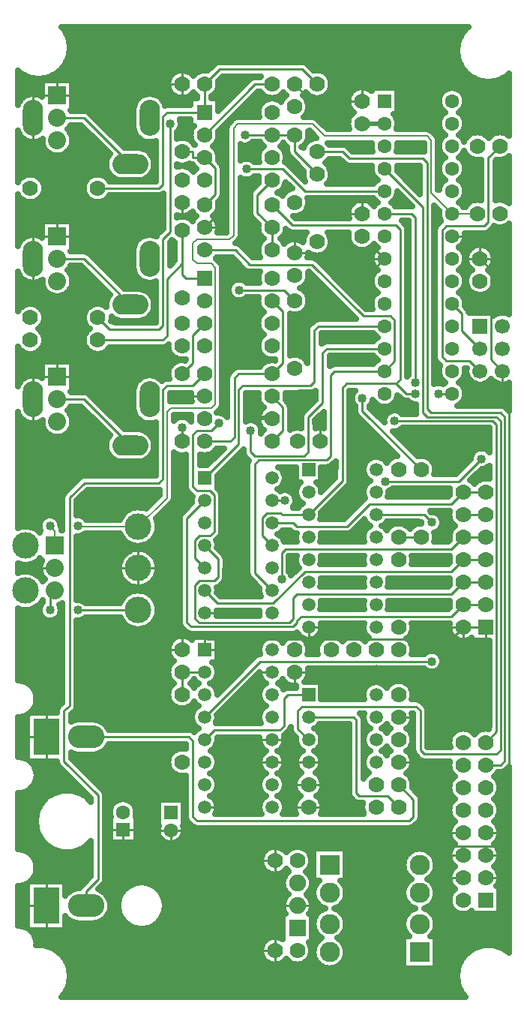
<source format=gbr>
G04 DipTrace 3.0.0.0*
G04 LZX-C1-PCB-V1.1Bottom.gbr*
%MOIN*%
G04 #@! TF.FileFunction,Copper,L2,Bot*
G04 #@! TF.Part,Single*
G04 #@! TA.AperFunction,Conductor*
%ADD14C,0.02*%
G04 #@! TA.AperFunction,CopperBalancing*
%ADD15C,0.01*%
G04 #@! TA.AperFunction,Conductor*
%ADD16C,0.008*%
G04 #@! TA.AperFunction,CopperBalancing*
%ADD17C,0.025*%
G04 #@! TA.AperFunction,ComponentPad*
%ADD19C,0.07*%
%ADD20R,0.062992X0.062992*%
%ADD21C,0.062992*%
%ADD22R,0.09X0.09*%
%ADD23C,0.09*%
%ADD24C,0.09*%
%ADD25R,0.07X0.07*%
%ADD26O,0.09X0.16*%
%ADD27O,0.16X0.09*%
%ADD28C,0.08*%
%ADD29R,0.08X0.08*%
%ADD30R,0.114173X0.161417*%
%ADD31O,0.161417X0.102362*%
%ADD32R,0.066929X0.066929*%
%ADD33C,0.066929*%
%ADD34C,0.11811*%
%ADD35C,0.07*%
%ADD36C,0.074803*%
%ADD37R,0.074803X0.074803*%
%ADD38R,0.059055X0.059055*%
%ADD39C,0.059055*%
G04 #@! TA.AperFunction,ViaPad*
%ADD41C,0.04*%
%FSLAX26Y26*%
G04*
G70*
G90*
G75*
G01*
G04 Bottom*
%LPD*%
X2056500Y4306500D2*
D14*
X1956500D1*
X1265965Y1096000D2*
D15*
X2590500D1*
X2608500Y1114000D1*
Y3093059D1*
X2581500Y3120059D1*
Y3206500D1*
X1265965Y2017000D2*
X2354500D1*
X2406500Y2069000D1*
X1265965Y1156000D2*
X2406500D1*
X2481500Y3706500D2*
Y3788500D1*
X2463500Y3806500D1*
X2356500D1*
X2581500Y3206500D2*
X2529500Y3258500D1*
Y3658500D1*
X2481500Y3706500D1*
X2406500Y2069000D2*
X2506500D1*
X1956500Y4406500D2*
X1731500D1*
X1656500Y4481500D1*
X1919000Y3706500D2*
Y3731500D1*
X1844000Y3806500D1*
X1331500Y3031500D2*
Y3181500D1*
X1381500Y3231500D1*
X1369000Y3244000D1*
X1344000Y4069000D2*
Y3931500D1*
X1256500Y3844000D1*
X1819000Y3506500D2*
Y3531500D1*
X1794000Y3556500D1*
Y3506500D1*
X1706500Y3419000D1*
X1694000D1*
X1644000Y3369000D1*
X1969000Y3344000D2*
X1819000D1*
X1981500Y3506500D2*
Y3631500D1*
X2056500Y3706500D1*
X2006500Y3756500D1*
X1969000D1*
X1919000Y3706500D1*
X1656500Y2969000D2*
Y3056500D1*
X1931500Y1756500D2*
Y1819000D1*
X1981500Y1869000D1*
X2006500D1*
X2019000Y1881500D1*
X1044000Y3906500D2*
Y3969000D1*
X1556500Y2994000D2*
Y3006500D1*
X1456500D1*
Y3244000D2*
X1469000D1*
Y3269000D1*
X1556500Y2994000D2*
X1469000D1*
X1456500Y3006500D1*
X2206500Y4056500D2*
Y4081500D1*
X2194000Y4094000D1*
X2206500Y4194000D2*
Y4219000D1*
Y4306500D2*
X2181500D1*
X2206500D2*
Y4394000D1*
X961429Y2331000D2*
X744500Y2331500D1*
X2056500Y3406500D2*
X1763000D1*
X1745000Y3388500D1*
Y3160000D1*
X1727000Y3142000D1*
X1425575D1*
X1407575Y3124000D1*
Y2882575D1*
X1256500Y2731500D1*
X1442504Y4104500D2*
X1604500D1*
X1702500Y4006500D1*
X2056500D1*
X1319500Y2975000D2*
X1286500Y2942000D1*
X1222500D1*
X1204500Y2924000D1*
Y2692028D1*
X1222500Y2674028D1*
X1281028D1*
X1299028Y2656028D1*
Y2492028D1*
X1281028Y2474028D1*
X1231972D1*
X1213972Y2456028D1*
Y2374028D1*
X1256500Y2331500D1*
X2059681Y2717000D2*
X2387539D1*
X2487500Y2816961D1*
X1614028Y2631500D2*
X1556500D1*
Y2431500D2*
X1513972Y2474028D1*
Y2556028D1*
X1531972Y2574028D1*
X1596516D1*
X1601543Y2569000D1*
X1719000D1*
X1869990Y2719990D1*
Y3132996D1*
X1887990Y3150996D1*
X2107933D1*
X2125933Y3168996D1*
Y3836500D1*
X2107933Y3854500D1*
X1646000D1*
X1556500Y3944000D1*
X2297004Y3106500D2*
X2356500D1*
X2107933Y3150996D2*
X2152429Y3106500D1*
X2194500D1*
X1461311Y2942000D2*
Y2847528D1*
X1479311Y2829528D1*
X1699000D1*
X1717000Y2847528D1*
Y3000764D1*
X1781000Y3064764D1*
Y3288500D1*
X1799000Y3306500D1*
X2056500D1*
X1156500Y2957000D2*
Y2894000D1*
X2569000Y4206500D2*
X2517000Y4154500D1*
Y3868996D1*
X2499000Y3850996D1*
X2330004D1*
X2312004Y3832996D1*
Y3270965D1*
X2330004Y3252965D1*
X2435035D1*
X2481500Y3206500D1*
X2356500Y3506500D2*
X2400996Y3462004D1*
Y3387004D1*
X2481500Y3306500D1*
X1256500Y3744000D2*
X1392252D1*
X1456752Y3679500D1*
X1733500D1*
X1962004Y3450996D1*
X2082996D1*
X2100996Y3432996D1*
Y3250996D1*
X2056500Y3206500D1*
X1835000D1*
X1817000Y3188500D1*
Y2829528D1*
X1799000Y2811528D1*
X1497311D1*
X1479311Y2793528D1*
Y2308689D1*
X1556500Y2231500D1*
X2506500Y1456000D2*
X2572500D1*
X2590500Y1474000D1*
Y3003732D1*
X2572500Y3021732D1*
X2263500D1*
X2245500Y3039732D1*
Y4132996D1*
X2227500Y4150996D1*
X1901374D1*
X1870870Y4181500D1*
X1756500D1*
X1719000Y1769000D2*
X1626504D1*
X1608504Y1751000D1*
Y1629528D1*
X1590504Y1611528D1*
X1299028D1*
X1256500Y1569000D1*
X2194500Y3154500D2*
Y3888500D1*
X2176500Y3906500D1*
X2056500D1*
X1719000Y1569000D2*
X1671004Y1616996D1*
Y1699000D1*
X1689004Y1717000D1*
X2198000D1*
X2216000Y1699000D1*
Y1522000D1*
X2234000Y1504000D1*
X2554500D1*
X2572500Y1522000D1*
Y2985732D1*
X2554500Y3003732D1*
X2245500D1*
X2227500Y3021732D1*
Y3935500D1*
X2056500Y4106500D1*
X729146Y831000D2*
Y895181D1*
X782500Y948535D1*
Y1322783D1*
X631500Y1473783D1*
Y1697433D1*
X656500Y1719000D1*
Y2644000D1*
X722911Y2710411D1*
X1052500D1*
X1070500Y2728411D1*
Y3124000D1*
X1088500Y3142000D1*
X1204500D1*
X1256500Y3194000D1*
X1719000Y1669000D2*
X1919000D1*
X1931500Y1656500D1*
Y1331500D1*
X1944000Y1319000D1*
X2069000D1*
X2119000Y1269000D1*
X1556500Y3744000D2*
Y3844000D1*
X1490500Y3910000D1*
Y3990500D1*
X1556500Y4056500D1*
X601500Y4331500D2*
X720500D1*
X925500Y4126500D1*
X1256500Y3944000D2*
X1304500Y3992000D1*
Y4108500D1*
X1256500Y4156500D1*
X1204500D1*
Y4181500D1*
X1156500D1*
X1436169Y4256500D2*
X1556500D1*
X1103500Y4304500D2*
Y3825764D1*
X1070500Y3792764D1*
Y3410000D1*
X1052500Y3392000D1*
X833500D1*
X781500Y3444000D1*
X1656500Y4256500D2*
Y4181500D1*
X1756500Y4081500D1*
X1556500Y4256500D2*
X1656500D1*
X1556500Y3094000D2*
X1604500Y3046000D1*
Y2942000D1*
X1556500Y2894000D1*
X2506500Y2169000D2*
X2406500D1*
X2354500Y2117000D1*
X1686028D1*
X1668028Y2099000D1*
Y2088972D1*
X1650028Y2070972D1*
X1195972D1*
X1177972Y2088972D1*
Y2552972D1*
X1256500Y2631500D1*
X2506500Y2269000D2*
X2406500D1*
X2354500Y2217000D1*
X1668028D1*
X1650028Y2199000D1*
Y2106972D1*
X1632028Y2088972D1*
X1231972D1*
X1213972Y2106972D1*
Y2256028D1*
X1231972Y2274028D1*
X1299028D1*
X1317028Y2292028D1*
Y2370972D1*
X1256500Y2431500D1*
X1156500Y3194000D2*
X1204500Y3242000D1*
Y3367000D1*
X1256500Y3419000D1*
Y3619000D2*
X1174500D1*
X1156500Y3637000D1*
Y3685000D1*
X1088500Y3617000D1*
Y3362000D1*
X1070500Y3344000D1*
X781500D1*
X1156500Y3685000D2*
Y3831500D1*
X1556500Y3519000D2*
X1604500Y3471000D1*
Y3242000D1*
X1556500Y3194000D1*
X1407576D1*
X1389573Y3175997D1*
Y2912000D1*
X1371573Y2894000D1*
X1256500D1*
X2119000Y1369000D2*
X2185000Y1303000D1*
Y1226004D1*
X2167000Y1208004D1*
X1222500D1*
X1204500Y1226004D1*
Y1563000D1*
X1186500Y1581000D1*
X729146D1*
X1409504Y3567000D2*
X1608500D1*
X1656500Y3519000D1*
X2267000Y2534000D2*
X2232000Y2569000D1*
X2019000D1*
X1256500Y1669000D2*
X1504500Y1917000D1*
X2267000D1*
X1256500Y1869000D2*
X1156500D1*
Y1769000D1*
X2119000Y2469000D2*
X2219000D1*
X2506500Y2369000D2*
X2406500D1*
X2354500Y2317000D1*
X1703516D1*
X1560543Y2174028D1*
X1313972D1*
X1256500Y2231500D1*
X1599028Y2281500D2*
Y2399000D1*
X1617028Y2417000D1*
X2354500D1*
X2406500Y2469000D1*
X2506500D1*
X2406500Y2569000D2*
X2506500D1*
Y2669000D2*
X2406500D1*
X2354500Y2617000D1*
X1990476D1*
X1890476Y2517000D1*
X1665209D1*
X1650709Y2531500D1*
X1556500D1*
Y4481500D2*
X1481500D1*
X1256500Y4256500D1*
X1756500Y4481500D2*
X1690500Y4547500D1*
X1322500D1*
X1256500Y4481500D1*
Y4356500D2*
X1088500D1*
X1070500Y4338500D1*
Y4037000D1*
X1052500Y4019000D1*
X781500D1*
X1256500Y4481500D2*
Y4356500D1*
X1958472Y3085780D2*
Y3029528D1*
X2219000Y2769000D1*
X601500Y3706000D2*
X720500D1*
X925500Y3501000D1*
X601500Y3081000D2*
X720500D1*
X925500Y2876000D1*
X2469000Y3906500D2*
D16*
X2356500D1*
X2263500Y3999500D1*
Y4232996D1*
X2245500Y4250996D1*
X1790012D1*
X1736508Y4304500D1*
X1403169D1*
X1385169Y4286500D1*
Y3810000D1*
X1367169Y3792000D1*
X1222500D1*
X1204500Y3774000D1*
Y3703000D1*
X1222500Y3685000D1*
X1286500D1*
X1304500Y3667000D1*
Y3060000D1*
X1286500Y3042000D1*
X1106500D1*
X1088500Y3024000D1*
Y2643110D1*
X961429Y2516039D1*
X694000D1*
Y2519000D1*
X569000D2*
X591350Y2496650D1*
Y2431000D1*
X694000Y2144000D2*
D15*
X961429D1*
Y2145961D1*
X569000Y2144000D2*
Y2231000D1*
X589923D1*
X2506500Y1556000D2*
X2554500Y1604000D1*
Y2967732D1*
X2536500Y2985732D1*
X2100996D1*
D41*
X1919000Y3706500D3*
X1844000Y3806500D3*
X1331500Y3031500D3*
X1369000Y3244000D3*
X1344000Y4069000D3*
X1819000Y3506500D3*
X1644000Y3369000D3*
X1969000Y3344000D3*
X1819000D3*
X1981500Y3506500D3*
X1919000Y3706500D3*
X1656500Y2969000D3*
Y3056500D3*
X1931500Y1756500D3*
X2019000Y1881500D3*
X1044000Y3906500D3*
X1369000Y3244000D3*
X1456500Y3006500D3*
Y3244000D3*
X2206500Y4056500D3*
Y4194000D3*
Y4306500D3*
Y4394000D3*
Y4306500D3*
X744500Y2331500D3*
X1442504Y4104500D3*
X1319500Y2975000D3*
X2487500Y2816961D3*
X2059681Y2717000D3*
X1614028Y2631500D3*
X2194500Y3106500D3*
X2297004D3*
X1461311Y2942000D3*
X1156500Y2957000D3*
X2194500Y3154500D3*
X1103500Y4304500D3*
X1436169Y4256500D3*
X1409504Y3567000D3*
X2267000Y2534000D3*
Y1917000D3*
X1599028Y2281500D3*
X1958472Y3085780D3*
X2100996Y2985732D3*
X694000Y2519000D3*
X569000D3*
X694000Y2144000D3*
X569000D3*
X641378Y4711631D2*
D17*
X2404444D1*
X652315Y4686762D2*
X2390187D1*
X657979Y4661894D2*
X2381886D1*
X658956Y4637025D2*
X2378517D1*
X655392Y4612156D2*
X2379688D1*
X646896Y4587287D2*
X2385499D1*
X632345Y4562419D2*
X1290382D1*
X1722628D2*
X2396681D1*
X608761Y4537550D2*
X1128712D1*
X1184298D2*
X1228712D1*
X1784298D2*
X2414942D1*
X429024Y4512681D2*
X475294D1*
X562716D2*
X1100978D1*
X1334737D2*
X1474513D1*
X1812032D2*
X2445704D1*
X2591329D2*
X2608497D1*
X429024Y4487812D2*
X532521D1*
X670479D2*
X1092823D1*
X1320187D2*
X1440772D1*
X1820187D2*
X2608497D1*
X429024Y4462944D2*
X532521D1*
X670479D2*
X1095362D1*
X1317647D2*
X1415919D1*
X1817647D2*
X1929591D1*
X1983419D2*
X1995985D1*
X2117013D2*
X2340675D1*
X2372335D2*
X2608497D1*
X429024Y4438075D2*
X532521D1*
X670479D2*
X1110450D1*
X1202560D2*
X1210438D1*
X1302560D2*
X1391017D1*
X1485128D2*
X1510450D1*
X1602560D2*
X1610438D1*
X1702560D2*
X1710438D1*
X1802560D2*
X1901222D1*
X2117013D2*
X2305372D1*
X2407638D2*
X2608497D1*
X429024Y4413206D2*
X437829D1*
X670479D2*
X955860D1*
X1069161D2*
X1192481D1*
X1320479D2*
X1366163D1*
X1460274D2*
X1530177D1*
X1582784D2*
X1601319D1*
X1711690D2*
X1892872D1*
X2117013D2*
X2296388D1*
X2416622D2*
X2608497D1*
X670479Y4388337D2*
X941896D1*
X1083077D2*
X1192481D1*
X1320479D2*
X1341310D1*
X1435372D2*
X1501368D1*
X1720138D2*
X1895265D1*
X2117013D2*
X2298927D1*
X2414083D2*
X2608497D1*
X662325Y4363468D2*
X938478D1*
X1410519D2*
X1492872D1*
X1717794D2*
X1910060D1*
X2117013D2*
X2315138D1*
X2397872D2*
X2608497D1*
X760470Y4338600D2*
X938478D1*
X1385665D2*
X1495167D1*
X1703048D2*
X1901563D1*
X2107296D2*
X2305714D1*
X2407296D2*
X2608497D1*
X785323Y4313731D2*
X938478D1*
X1151583D2*
X1192481D1*
X1772921D2*
X1892921D1*
X2116524D2*
X2296437D1*
X2416524D2*
X2608497D1*
X655050Y4288862D2*
X716114D1*
X810177D2*
X938917D1*
X1149776D2*
X1201710D1*
X1335909D2*
X1352247D1*
X1797774D2*
X1895069D1*
X2114229D2*
X2298731D1*
X2414229D2*
X2608497D1*
X662032Y4263993D2*
X740968D1*
X835030D2*
X946339D1*
X1137521D2*
X1192970D1*
X1320040D2*
X1352149D1*
X1720040D2*
X1731345D1*
X2278146D2*
X2314552D1*
X2398458D2*
X2444679D1*
X2493331D2*
X2544679D1*
X2593331D2*
X2608468D1*
X429024Y4239125D2*
X449317D1*
X670040D2*
X765821D1*
X859933D2*
X967335D1*
X1180489D2*
X1195005D1*
X1317989D2*
X1352149D1*
X1717989D2*
X1732505D1*
X2295870D2*
X2306060D1*
X429024Y4214256D2*
X534767D1*
X668233D2*
X790675D1*
X884786D2*
X1036476D1*
X1303683D2*
X1352149D1*
X1458126D2*
X1509327D1*
X1811056D2*
X1996534D1*
X2116476D2*
X2230519D1*
X429024Y4189387D2*
X547511D1*
X655489D2*
X815577D1*
X997042D2*
X1036476D1*
X1310958D2*
X1352149D1*
X1418185D2*
X1502052D1*
X1610958D2*
X1622485D1*
X1910030D2*
X1998585D1*
X2114425D2*
X2230519D1*
X429024Y4164518D2*
X827442D1*
X1023556D2*
X1036465D1*
X1319991D2*
X1352149D1*
X1418185D2*
X1493019D1*
X2296505D2*
X2313966D1*
X2398995D2*
X2421534D1*
X429024Y4139650D2*
X817726D1*
X1320382D2*
X1352149D1*
X1475460D2*
X1494874D1*
X1618136D2*
X1651319D1*
X1804073D2*
X1865675D1*
X2296505D2*
X2306384D1*
X2406612D2*
X2483009D1*
X2550997D2*
X2608497D1*
X429024Y4114781D2*
X817481D1*
X1178634D2*
X1208790D1*
X1337862D2*
X1352149D1*
X1641280D2*
X1676173D1*
X1810714D2*
X1996583D1*
X2116378D2*
X2211476D1*
X2416378D2*
X2483009D1*
X2550997D2*
X2608497D1*
X429024Y4089912D2*
X826563D1*
X1024435D2*
X1036467D1*
X1338497D2*
X1352149D1*
X1666134D2*
X1693067D1*
X1819942D2*
X1998438D1*
X2120138D2*
X2211476D1*
X2414571D2*
X2483009D1*
X2550997D2*
X2608497D1*
X429024Y4065043D2*
X438220D1*
X524776D2*
X738233D1*
X824776D2*
X851466D1*
X999532D2*
X1036476D1*
X1338497D2*
X1352149D1*
X1469601D2*
X1493116D1*
X1818233D2*
X2013429D1*
X2144991D2*
X2211476D1*
X2296505D2*
X2313429D1*
X2399581D2*
X2483009D1*
X2550997D2*
X2608497D1*
X541720Y4040175D2*
X721241D1*
X1338497D2*
X1352149D1*
X1418185D2*
X1493116D1*
X1804562D2*
X2006788D1*
X2169894D2*
X2211476D1*
X2296505D2*
X2306775D1*
X2406222D2*
X2483009D1*
X2550997D2*
X2608497D1*
X545382Y4015306D2*
X717628D1*
X1338497D2*
X1352149D1*
X1418185D2*
X1468263D1*
X1604659D2*
X1635987D1*
X2194747D2*
X2211458D1*
X2416329D2*
X2483009D1*
X2550997D2*
X2608497D1*
X538448Y3990437D2*
X724513D1*
X1338448D2*
X1352149D1*
X1418185D2*
X1456495D1*
X2114718D2*
X2125538D1*
X2414718D2*
X2483009D1*
X2550997D2*
X2608497D1*
X429024Y3965568D2*
X448561D1*
X514474D2*
X748536D1*
X814474D2*
X1069483D1*
X1325118D2*
X1352149D1*
X1418185D2*
X1456495D1*
X1719845D2*
X1936866D1*
X1976144D2*
X2012892D1*
X2100069D2*
X2150392D1*
X2400069D2*
X2449366D1*
X2588644D2*
X2608497D1*
X429024Y3940699D2*
X1069483D1*
X1320431D2*
X1352149D1*
X1418185D2*
X1456495D1*
X1718429D2*
X1902882D1*
X2105831D2*
X2175245D1*
X2405831D2*
X2415357D1*
X429024Y3915831D2*
X1069483D1*
X1313692D2*
X1352149D1*
X1418185D2*
X1456495D1*
X1705147D2*
X1893214D1*
X2279513D2*
X2296752D1*
X429024Y3890962D2*
X1069483D1*
X1174679D2*
X1214308D1*
X1298702D2*
X1352149D1*
X1418185D2*
X1462892D1*
X1656563D2*
X1894483D1*
X2279513D2*
X2298091D1*
X429024Y3866093D2*
X532521D1*
X670479D2*
X1069483D1*
X1316378D2*
X1352149D1*
X1418185D2*
X1487354D1*
X2143380D2*
X2160461D1*
X2279513D2*
X2298091D1*
X429024Y3841224D2*
X532521D1*
X670479D2*
X1069483D1*
X1320431D2*
X1352149D1*
X1418185D2*
X1492579D1*
X2536300D2*
X2608497D1*
X429024Y3816356D2*
X532521D1*
X670479D2*
X1047022D1*
X1418185D2*
X1499073D1*
X1613937D2*
X1703321D1*
X1809688D2*
X1893312D1*
X2416134D2*
X2608497D1*
X429024Y3791487D2*
X441341D1*
X670479D2*
X959376D1*
X1411886D2*
X1514942D1*
X1598067D2*
X1640431D1*
X1672579D2*
X1693312D1*
X1819698D2*
X1894337D1*
X2415011D2*
X2608497D1*
X670479Y3766618D2*
X943263D1*
X1104513D2*
X1122517D1*
X1416671D2*
X1496827D1*
X1818673D2*
X1907179D1*
X2401095D2*
X2466017D1*
X2496944D2*
X2608497D1*
X670479Y3741749D2*
X938526D1*
X1104513D2*
X1122517D1*
X1441573D2*
X1492530D1*
X1805929D2*
X2007960D1*
X2405050D2*
X2428614D1*
X2534396D2*
X2608497D1*
X756661Y3716881D2*
X938478D1*
X1104513D2*
X1122517D1*
X1466427D2*
X1498780D1*
X1718722D2*
X1996925D1*
X2544601D2*
X2608497D1*
X781515Y3692012D2*
X938478D1*
X1104513D2*
X1116491D1*
X1325118D2*
X1397169D1*
X1768038D2*
X1997853D1*
X2543771D2*
X2608497D1*
X657979Y3667143D2*
X712306D1*
X806417D2*
X938624D1*
X1337521D2*
X1422071D1*
X1792892D2*
X2011378D1*
X2401583D2*
X2431739D1*
X2531271D2*
X2608497D1*
X659737Y3642274D2*
X737159D1*
X831271D2*
X944532D1*
X1337521D2*
X1497071D1*
X1817794D2*
X2008351D1*
X2404659D2*
X2428956D1*
X2534005D2*
X2608497D1*
X429024Y3617406D2*
X444659D1*
X669503D2*
X762062D1*
X856124D2*
X962696D1*
X1337521D2*
X1492530D1*
X1718868D2*
X1748536D1*
X1842647D2*
X1997022D1*
X2544503D2*
X2608497D1*
X429024Y3592537D2*
X533888D1*
X669112D2*
X786915D1*
X881026D2*
X1036476D1*
X1337521D2*
X1368165D1*
X1706563D2*
X1773438D1*
X1867501D2*
X1997706D1*
X2543917D2*
X2608497D1*
X429024Y3567668D2*
X544679D1*
X658321D2*
X811769D1*
X988839D2*
X1036476D1*
X1337521D2*
X1360499D1*
X1696603D2*
X1798292D1*
X1892403D2*
X2010938D1*
X2402071D2*
X2431300D1*
X2531710D2*
X2608497D1*
X429024Y3542799D2*
X578321D1*
X624679D2*
X829981D1*
X1021017D2*
X1036460D1*
X1337521D2*
X1367286D1*
X1715694D2*
X1823146D1*
X1917257D2*
X2008790D1*
X2404220D2*
X2608497D1*
X429024Y3517930D2*
X818556D1*
X1337521D2*
X1492530D1*
X1720479D2*
X1847999D1*
X1942110D2*
X1997120D1*
X2415841D2*
X2608497D1*
X429024Y3493062D2*
X441927D1*
X521065D2*
X741896D1*
X1337521D2*
X1498243D1*
X1714767D2*
X1872901D1*
X1966964D2*
X1997560D1*
X2416964D2*
X2608497D1*
X540548Y3468193D2*
X722462D1*
X1026534D2*
X1036471D1*
X1337521D2*
X1517091D1*
X1693673D2*
X1897755D1*
X2434396D2*
X2608497D1*
X545479Y3443324D2*
X717481D1*
X1005245D2*
X1036476D1*
X1337521D2*
X1497511D1*
X1638497D2*
X1922608D1*
X539962Y3418455D2*
X723048D1*
X1337521D2*
X1492481D1*
X1638497D2*
X1727931D1*
X520382Y3393587D2*
X742628D1*
X1337521D2*
X1497999D1*
X1638497D2*
X1711427D1*
X540304Y3368718D2*
X722706D1*
X1337521D2*
X1517823D1*
X1638497D2*
X1710987D1*
X1779024D2*
X2010011D1*
X545479Y3343849D2*
X717481D1*
X1337521D2*
X1497755D1*
X1638497D2*
X1710987D1*
X1779024D2*
X2009620D1*
X540157Y3318980D2*
X722804D1*
X1337521D2*
X1492481D1*
X1638497D2*
X1710987D1*
X429024Y3294112D2*
X443000D1*
X519942D2*
X743019D1*
X819942D2*
X1097755D1*
X1337521D2*
X1497755D1*
X1638497D2*
X1710987D1*
X429024Y3269243D2*
X1117872D1*
X1337521D2*
X1517872D1*
X1694454D2*
X1711026D1*
X1815011D2*
X2009571D1*
X429024Y3244374D2*
X532521D1*
X670479D2*
X1118702D1*
X1337521D2*
X1518702D1*
X1815011D2*
X2010060D1*
X2279513D2*
X2291587D1*
X429024Y3219505D2*
X532521D1*
X670479D2*
X1098048D1*
X1337521D2*
X1386573D1*
X2279513D2*
X2297517D1*
X429024Y3194636D2*
X532521D1*
X670479D2*
X1092481D1*
X1337521D2*
X1361671D1*
X2279513D2*
X2297230D1*
X429024Y3169768D2*
X444854D1*
X670479D2*
X962892D1*
X1062130D2*
X1071133D1*
X1337521D2*
X1355567D1*
X2279513D2*
X2309132D1*
X2403878D2*
X2431593D1*
X670479Y3144899D2*
X944581D1*
X1337521D2*
X1355567D1*
X2402462D2*
X2608497D1*
X670479Y3120030D2*
X938624D1*
X1337521D2*
X1355567D1*
X2415401D2*
X2608497D1*
X753390Y3095161D2*
X938478D1*
X1104513D2*
X1192530D1*
X1337521D2*
X1355567D1*
X1441573D2*
X1492530D1*
X1620479D2*
X1747022D1*
X2415890D2*
X2608497D1*
X778243Y3070293D2*
X938478D1*
X1337521D2*
X1355567D1*
X1441573D2*
X1497267D1*
X1627267D2*
X1739503D1*
X1903976D2*
X1912110D1*
X2104317D2*
X2162843D1*
X2404317D2*
X2608497D1*
X660177Y3045424D2*
X709034D1*
X803146D2*
X938526D1*
X1333810D2*
X1355567D1*
X1441573D2*
X1516261D1*
X1638497D2*
X1714601D1*
X1903976D2*
X1924464D1*
X1992452D2*
X2193507D1*
X2595772D2*
X2608464D1*
X657442Y3020555D2*
X733888D1*
X827999D2*
X943165D1*
X1331319D2*
X1355567D1*
X1441573D2*
X1498536D1*
X1638497D2*
X1689991D1*
X1903976D2*
X1925782D1*
X2014474D2*
X2067677D1*
X2134298D2*
X2193507D1*
X429024Y2995686D2*
X441244D1*
X668868D2*
X758790D1*
X852853D2*
X959181D1*
X1184786D2*
X1192508D1*
X1441573D2*
X1492530D1*
X1638497D2*
X1683009D1*
X1758956D2*
X1783009D1*
X1903976D2*
X1945265D1*
X2039376D2*
X2053077D1*
X429024Y2970818D2*
X533302D1*
X669698D2*
X783644D1*
X877706D2*
X1036476D1*
X1638497D2*
X1683009D1*
X1750997D2*
X1783009D1*
X1903976D2*
X1970118D1*
X429024Y2945949D2*
X542481D1*
X660519D2*
X808497D1*
X977804D2*
X1036476D1*
X1903976D2*
X1995021D1*
X2127560D2*
X2520509D1*
X429024Y2921080D2*
X570167D1*
X632833D2*
X832521D1*
X1018478D2*
X1036455D1*
X1903976D2*
X2019874D1*
X2113985D2*
X2520509D1*
X429024Y2896211D2*
X819435D1*
X1903976D2*
X2044728D1*
X2138839D2*
X2520509D1*
X429024Y2871343D2*
X816651D1*
X1903976D2*
X2069630D1*
X2163692D2*
X2520509D1*
X429024Y2846474D2*
X822901D1*
X1028097D2*
X1036474D1*
X1298019D2*
X1324415D1*
X1418526D2*
X1427302D1*
X1903976D2*
X2094483D1*
X2188595D2*
X2449073D1*
X429024Y2821605D2*
X841603D1*
X1009396D2*
X1036476D1*
X1121505D2*
X1170509D1*
X1238497D2*
X1299562D1*
X1393673D2*
X1440187D1*
X1903976D2*
X1997218D1*
X2040792D2*
X2084620D1*
X2253341D2*
X2438722D1*
X429024Y2796736D2*
X1036476D1*
X1121505D2*
X1170509D1*
X1238497D2*
X1274708D1*
X1368771D2*
X1445460D1*
X1903976D2*
X1967823D1*
X2276388D2*
X2420216D1*
X429024Y2771867D2*
X1036476D1*
X1121505D2*
X1170509D1*
X1343917D2*
X1445313D1*
X1597872D2*
X1660450D1*
X1777511D2*
X1835987D1*
X1903976D2*
X1960548D1*
X2282931D2*
X2395362D1*
X2501339D2*
X2520509D1*
X429024Y2746999D2*
X1036476D1*
X1121505D2*
X1170509D1*
X1319063D2*
X1445313D1*
X1612862D2*
X1660450D1*
X1777511D2*
X1835987D1*
X1903976D2*
X1964991D1*
X2464571D2*
X2520509D1*
X429024Y2722130D2*
X687599D1*
X1121505D2*
X1170509D1*
X1315011D2*
X1445313D1*
X1614229D2*
X1660450D1*
X1777511D2*
X1825099D1*
X1903976D2*
X1985792D1*
X2439962D2*
X2473048D1*
X429024Y2697261D2*
X662696D1*
X1121505D2*
X1170509D1*
X1315011D2*
X1445313D1*
X1603341D2*
X1668116D1*
X1769894D2*
X1800196D1*
X1894308D2*
X1968116D1*
X429024Y2672392D2*
X637843D1*
X731954D2*
X1055519D1*
X1121505D2*
X1177345D1*
X1328438D2*
X1445313D1*
X1638644D2*
X1660597D1*
X1869454D2*
X1960597D1*
X2077413D2*
X2342579D1*
X429024Y2647524D2*
X622706D1*
X707052D2*
X1047267D1*
X1121505D2*
X1200294D1*
X1333028D2*
X1445313D1*
X1844552D2*
X1964747D1*
X429024Y2622655D2*
X622511D1*
X690499D2*
X1022413D1*
X1113644D2*
X1198683D1*
X1333028D2*
X1445313D1*
X1662179D2*
X1685011D1*
X1819698D2*
X1949073D1*
X429024Y2597786D2*
X622511D1*
X690499D2*
X933692D1*
X989181D2*
X997524D1*
X1088790D2*
X1175733D1*
X1333028D2*
X1445313D1*
X1794845D2*
X1924220D1*
X429024Y2572917D2*
X622511D1*
X690499D2*
X895021D1*
X1063937D2*
X1151075D1*
X1333028D2*
X1445313D1*
X1777413D2*
X1899366D1*
X2294942D2*
X2342628D1*
X429024Y2548049D2*
X530177D1*
X607833D2*
X622470D1*
X732833D2*
X879591D1*
X1043282D2*
X1143995D1*
X1333028D2*
X1445313D1*
X2313839D2*
X2346192D1*
X429024Y2523180D2*
X520167D1*
X1049190D2*
X1143995D1*
X1333028D2*
X1445313D1*
X1943722D2*
X1984278D1*
X2053731D2*
X2087403D1*
X2150606D2*
X2187403D1*
X2314718D2*
X2362989D1*
X517257Y2498311D2*
X524899D1*
X1047628D2*
X1143995D1*
X1333028D2*
X1445313D1*
X1604122D2*
X1636866D1*
X1918819D2*
X1968751D1*
X2299288D2*
X2349952D1*
X705831Y2473442D2*
X884718D1*
X1038106D2*
X1143995D1*
X1326974D2*
X1445313D1*
X1596163D2*
X1660646D1*
X1777364D2*
X1960646D1*
X2282833D2*
X2342677D1*
X690499Y2448573D2*
X906300D1*
X1016524D2*
X1143995D1*
X1312374D2*
X1445313D1*
X1612374D2*
X1664308D1*
X1773653D2*
X1964308D1*
X2279513D2*
X2339015D1*
X690499Y2423705D2*
X1143995D1*
X1314474D2*
X1445313D1*
X690499Y2398836D2*
X906788D1*
X1016085D2*
X1143995D1*
X1336202D2*
X1445313D1*
X690499Y2373967D2*
X884962D1*
X1037911D2*
X1143995D1*
X1350899D2*
X1445313D1*
X1633028D2*
X1660694D1*
X1777315D2*
X1960694D1*
X2182784D2*
X2342677D1*
X487325Y2349098D2*
X524854D1*
X690499D2*
X875294D1*
X1047530D2*
X1143995D1*
X1351046D2*
X1445313D1*
X1633028D2*
X1664112D1*
X1773897D2*
X1964112D1*
X2179708D2*
X2339552D1*
X429024Y2324230D2*
X522706D1*
X690499D2*
X873634D1*
X1049239D2*
X1143995D1*
X1351046D2*
X1445313D1*
X1633028D2*
X1663722D1*
X514864Y2299361D2*
X530372D1*
X690499D2*
X879444D1*
X1043429D2*
X1143995D1*
X1351046D2*
X1446729D1*
X690499Y2274492D2*
X894679D1*
X1028146D2*
X1143995D1*
X1345675D2*
X1466456D1*
X1777267D2*
X1960743D1*
X2077267D2*
X2342726D1*
X690499Y2249623D2*
X932521D1*
X990353D2*
X1143995D1*
X1321456D2*
X1491310D1*
X1774093D2*
X1963917D1*
X2074093D2*
X2340089D1*
X690499Y2224755D2*
X925587D1*
X997286D2*
X1143995D1*
X1314620D2*
X1498390D1*
X690499Y2199886D2*
X892530D1*
X1030343D2*
X1143995D1*
X1044405Y2175017D2*
X1143995D1*
X1777218D2*
X1960792D1*
X2077218D2*
X2342774D1*
X493038Y2150148D2*
X520411D1*
X1049386D2*
X1143995D1*
X1774239D2*
X1963722D1*
X2074239D2*
X2340577D1*
X429024Y2125280D2*
X523927D1*
X614083D2*
X622514D1*
X1046944D2*
X1143995D1*
X1314669D2*
X1498341D1*
X429024Y2100411D2*
X550294D1*
X587716D2*
X622511D1*
X712716D2*
X886524D1*
X1036349D2*
X1143995D1*
X429024Y2075542D2*
X622511D1*
X690499D2*
X910353D1*
X1012521D2*
X1146974D1*
X1777120D2*
X1960841D1*
X2182638D2*
X2342872D1*
X429024Y2050673D2*
X622511D1*
X690499D2*
X1169239D1*
X1774435D2*
X1963575D1*
X2180196D2*
X2345313D1*
X429024Y2025804D2*
X622511D1*
X690499D2*
X1130421D1*
X1182589D2*
X1630421D1*
X1757198D2*
X1792921D1*
X1845089D2*
X1892921D1*
X1945089D2*
X1980812D1*
X2165255D2*
X2360206D1*
X429024Y2000936D2*
X622511D1*
X690499D2*
X1101466D1*
X1315011D2*
X1507960D1*
X1711544D2*
X1763966D1*
X2174044D2*
X2520509D1*
X429024Y1976067D2*
X622511D1*
X690499D2*
X1092921D1*
X1315011D2*
X1498438D1*
X1720089D2*
X1755421D1*
X2182589D2*
X2520509D1*
X429024Y1951198D2*
X622511D1*
X690499D2*
X1095118D1*
X1315011D2*
X1500880D1*
X1717843D2*
X1757618D1*
X2180343D2*
X2233009D1*
X2300997D2*
X2520509D1*
X429024Y1926329D2*
X622511D1*
X690499D2*
X1109718D1*
X1315011D2*
X1466798D1*
X2315060D2*
X2520509D1*
X429024Y1901461D2*
X622511D1*
X690499D2*
X1101759D1*
X1304659D2*
X1441896D1*
X2313351D2*
X2520509D1*
X429024Y1876592D2*
X622511D1*
X690499D2*
X1092970D1*
X1314522D2*
X1417042D1*
X1720040D2*
X2241505D1*
X2292501D2*
X2520509D1*
X429024Y1851723D2*
X622511D1*
X690499D2*
X1094972D1*
X1312276D2*
X1392188D1*
X1486251D2*
X1500685D1*
X1718038D2*
X2520509D1*
X455782Y1826854D2*
X622511D1*
X690499D2*
X1109229D1*
X1203780D2*
X1217091D1*
X1295919D2*
X1367286D1*
X1461397D2*
X1517091D1*
X1595919D2*
X1609209D1*
X1703780D2*
X2095655D1*
X2142354D2*
X2520509D1*
X492354Y1801986D2*
X622511D1*
X690499D2*
X1102101D1*
X1304269D2*
X1342433D1*
X1436544D2*
X1508692D1*
X1604269D2*
X1660450D1*
X1777511D2*
X1971192D1*
X2173409D2*
X2520509D1*
X506515Y1777117D2*
X622511D1*
X690499D2*
X1093019D1*
X1411642D2*
X1498585D1*
X1777511D2*
X1961085D1*
X2182442D2*
X2520509D1*
X511056Y1752248D2*
X622511D1*
X690499D2*
X1094825D1*
X1386788D2*
X1500538D1*
X1777511D2*
X1963038D1*
X2180685D2*
X2520509D1*
X507784Y1727379D2*
X615479D1*
X690499D2*
X1108741D1*
X1204269D2*
X1216513D1*
X1361935D2*
X1516505D1*
X2234688D2*
X2520509D1*
X495431Y1702510D2*
X597901D1*
X685860D2*
X1209083D1*
X1337081D2*
X1509083D1*
X2249825D2*
X2520509D1*
X665499Y1677642D2*
X1198634D1*
X1314376D2*
X1498634D1*
X2250021D2*
X2520509D1*
X429024Y1652773D2*
X465870D1*
X790890D2*
X1200392D1*
X1312618D2*
X1500392D1*
X2250021D2*
X2520509D1*
X429024Y1627904D2*
X465870D1*
X823116D2*
X1215919D1*
X1759591D2*
X1897511D1*
X1965499D2*
X1978419D1*
X2059591D2*
X2070778D1*
X2167257D2*
X2182002D1*
X2250021D2*
X2520509D1*
X429024Y1603035D2*
X465870D1*
X1629073D2*
X1640285D1*
X1765987D2*
X1897511D1*
X2172726D2*
X2181990D1*
X2250021D2*
X2364356D1*
X2448604D2*
X2464356D1*
X429024Y1578167D2*
X465870D1*
X1314278D2*
X1498731D1*
X1614278D2*
X1661231D1*
X1776778D2*
X1897511D1*
X2250021D2*
X2346632D1*
X429024Y1553298D2*
X465870D1*
X1312765D2*
X1500196D1*
X1612765D2*
X1662696D1*
X1775265D2*
X1897511D1*
X2250021D2*
X2342579D1*
X429024Y1528429D2*
X465870D1*
X818380D2*
X1138185D1*
X1297628D2*
X1515382D1*
X1597628D2*
X1677882D1*
X1760128D2*
X1897511D1*
X1965499D2*
X1977882D1*
X2060128D2*
X2070277D1*
X2167696D2*
X2181990D1*
X429024Y1503560D2*
X465870D1*
X665499D2*
X691017D1*
X767306D2*
X1103126D1*
X1303097D2*
X1509913D1*
X1603097D2*
X1672413D1*
X1765597D2*
X1897511D1*
X2172384D2*
X2187940D1*
X673653Y1478692D2*
X1093263D1*
X1314181D2*
X1498829D1*
X1614181D2*
X1661329D1*
X1776681D2*
X1897511D1*
X2182247D2*
X2212745D1*
X499239Y1453823D2*
X604640D1*
X698507D2*
X1094386D1*
X1312911D2*
X1500050D1*
X1612911D2*
X1662550D1*
X1775411D2*
X1897511D1*
X2181075D2*
X2342530D1*
X509249Y1428954D2*
X629298D1*
X723360D2*
X1107325D1*
X1298165D2*
X1514796D1*
X1598165D2*
X1677296D1*
X1760665D2*
X1897511D1*
X1965499D2*
X1977296D1*
X2168185D2*
X2348780D1*
X2591134D2*
X2608497D1*
X510714Y1404085D2*
X654151D1*
X748263D2*
X1170509D1*
X1302706D2*
X1510304D1*
X1602706D2*
X1665968D1*
X1771993D2*
X1897511D1*
X2171993D2*
X2365675D1*
X2547335D2*
X2608497D1*
X504269Y1379217D2*
X679005D1*
X773116D2*
X1170509D1*
X1314083D2*
X1498927D1*
X1614083D2*
X1655860D1*
X1782149D2*
X1897511D1*
X2182149D2*
X2347071D1*
X2565938D2*
X2608497D1*
X487130Y1354348D2*
X703907D1*
X797970D2*
X1170509D1*
X1313058D2*
X1499903D1*
X1613058D2*
X1656788D1*
X1781222D2*
X1897511D1*
X2181222D2*
X2342530D1*
X2570479D2*
X2608497D1*
X429024Y1329479D2*
X581202D1*
X707784D2*
X728761D1*
X815792D2*
X1170509D1*
X1298702D2*
X1514308D1*
X1598702D2*
X1669386D1*
X1768624D2*
X1897560D1*
X2205587D2*
X2348536D1*
X2564474D2*
X2608497D1*
X429024Y1304610D2*
X545997D1*
X816524D2*
X884815D1*
X903197D2*
X1170509D1*
X1302267D2*
X1510743D1*
X1602267D2*
X1666358D1*
X1771651D2*
X1911329D1*
X2218966D2*
X2366310D1*
X2546651D2*
X2608497D1*
X429024Y1279741D2*
X525782D1*
X816524D2*
X843653D1*
X944356D2*
X1045997D1*
X1313985D2*
X1499024D1*
X1613985D2*
X1655958D1*
X1782052D2*
X1955958D1*
X2219015D2*
X2347267D1*
X2565743D2*
X2608497D1*
X429024Y1254873D2*
X513331D1*
X816524D2*
X834012D1*
X953976D2*
X1045997D1*
X1313204D2*
X1499806D1*
X1613204D2*
X1656642D1*
X1781368D2*
X1956642D1*
X2219015D2*
X2342530D1*
X2570479D2*
X2608497D1*
X429024Y1230004D2*
X506495D1*
X816524D2*
X836061D1*
X951974D2*
X1045997D1*
X2219015D2*
X2348243D1*
X2564718D2*
X2608497D1*
X429024Y1205135D2*
X504396D1*
X816524D2*
X833524D1*
X954513D2*
X1045997D1*
X1167013D2*
X1178417D1*
X2211104D2*
X2366993D1*
X2545968D2*
X2608497D1*
X429024Y1180266D2*
X506788D1*
X816524D2*
X833524D1*
X954513D2*
X1047804D1*
X1165206D2*
X1205079D1*
X2184444D2*
X2347511D1*
X2565499D2*
X2608497D1*
X429024Y1155398D2*
X514015D1*
X816524D2*
X833524D1*
X954513D2*
X1046974D1*
X1166036D2*
X2342481D1*
X2570479D2*
X2608497D1*
X429024Y1130529D2*
X526905D1*
X816524D2*
X833524D1*
X954513D2*
X1058106D1*
X1154903D2*
X2347999D1*
X2564962D2*
X2608497D1*
X429024Y1105660D2*
X547804D1*
X816524D2*
X2367726D1*
X2545284D2*
X2608497D1*
X435128Y1080791D2*
X584864D1*
X704122D2*
X748487D1*
X816524D2*
X1529737D1*
X1608272D2*
X1629737D1*
X1708272D2*
X1738868D1*
X1886837D2*
X2188722D1*
X2236983D2*
X2347706D1*
X2565304D2*
X2608497D1*
X488839Y1055923D2*
X748487D1*
X816524D2*
X1510060D1*
X1727950D2*
X1738868D1*
X1886837D2*
X2153468D1*
X2272286D2*
X2342481D1*
X2570479D2*
X2608497D1*
X505001Y1031054D2*
X748487D1*
X816524D2*
X1504981D1*
X1886837D2*
X2141261D1*
X2284444D2*
X2347804D1*
X2565206D2*
X2608497D1*
X510860Y1006185D2*
X748487D1*
X816524D2*
X1510450D1*
X1727560D2*
X1738868D1*
X1886837D2*
X2139161D1*
X2286544D2*
X2367921D1*
X2545089D2*
X2608497D1*
X508810Y981316D2*
X748487D1*
X816524D2*
X1530958D1*
X1607052D2*
X1626466D1*
X1711544D2*
X1738868D1*
X1886837D2*
X2146095D1*
X2279610D2*
X2347950D1*
X2565060D2*
X2608497D1*
X498116Y956447D2*
X743360D1*
X816524D2*
X1607667D1*
X1730343D2*
X1738881D1*
X1886837D2*
X2166163D1*
X2259591D2*
X2342481D1*
X2570479D2*
X2608497D1*
X638058Y931579D2*
X718507D1*
X811544D2*
X948487D1*
X1003683D2*
X1602589D1*
X1735421D2*
X1753956D1*
X1871749D2*
X2153956D1*
X2271749D2*
X2347560D1*
X2565450D2*
X2608497D1*
X429024Y906710D2*
X465870D1*
X638058D2*
X679737D1*
X787716D2*
X902931D1*
X1049239D2*
X1607618D1*
X1730392D2*
X1741484D1*
X1884249D2*
X2141456D1*
X2284249D2*
X2367237D1*
X2570479D2*
X2608497D1*
X429024Y881841D2*
X465870D1*
X819894D2*
X883497D1*
X1068673D2*
X1626271D1*
X1711739D2*
X1739112D1*
X1886642D2*
X2139112D1*
X2286642D2*
X2348194D1*
X2570479D2*
X2608497D1*
X429024Y856972D2*
X465870D1*
X834396D2*
X873585D1*
X1078585D2*
X1607911D1*
X1730099D2*
X1745779D1*
X1879952D2*
X2145753D1*
X2279952D2*
X2342530D1*
X2570479D2*
X2608497D1*
X429024Y832104D2*
X465870D1*
X838839D2*
X870411D1*
X1081759D2*
X1602589D1*
X1735421D2*
X1765284D1*
X1860421D2*
X2165284D1*
X2260421D2*
X2347315D1*
X2570479D2*
X2608497D1*
X429024Y807235D2*
X465870D1*
X835128D2*
X873292D1*
X1078878D2*
X1607374D1*
X1730636D2*
X1767335D1*
X1858370D2*
X2167335D1*
X2258370D2*
X2366505D1*
X2570479D2*
X2608497D1*
X429024Y782366D2*
X465870D1*
X821749D2*
X882862D1*
X1069308D2*
X1602589D1*
X1735421D2*
X1746569D1*
X1879171D2*
X2146534D1*
X2279171D2*
X2608497D1*
X429024Y757497D2*
X465870D1*
X638058D2*
X671974D1*
X786300D2*
X901661D1*
X1050509D2*
X1602589D1*
X1886495D2*
X2139259D1*
X2286495D2*
X2608497D1*
X638058Y732629D2*
X944093D1*
X1008077D2*
X1602589D1*
X1884688D2*
X2141017D1*
X2284688D2*
X2608497D1*
X496651Y707760D2*
X1602589D1*
X1735421D2*
X1752735D1*
X1872970D2*
X2152735D1*
X2272970D2*
X2608497D1*
X508272Y682891D2*
X1532716D1*
X1735421D2*
X1768360D1*
X1857394D2*
X2138868D1*
X2286886D2*
X2608497D1*
X511007Y658022D2*
X1511036D1*
X1726974D2*
X1746925D1*
X1878829D2*
X2138868D1*
X2286886D2*
X2608497D1*
X598409Y633154D2*
X1505030D1*
X1886397D2*
X2138868D1*
X2286886D2*
X2439112D1*
X2597872D2*
X2608480D1*
X626241Y608285D2*
X1509571D1*
X1728438D2*
X1740870D1*
X1884884D2*
X2138868D1*
X2286886D2*
X2411280D1*
X643136Y583416D2*
X1528175D1*
X1609835D2*
X1628175D1*
X1709835D2*
X1752247D1*
X1873507D2*
X2138868D1*
X2286886D2*
X2394386D1*
X653341Y558547D2*
X1784083D1*
X1841622D2*
X2138868D1*
X2286886D2*
X2384181D1*
X658370Y533678D2*
X2379151D1*
X658761Y508810D2*
X2378761D1*
X654610Y483941D2*
X2382911D1*
X645382Y459072D2*
X2392091D1*
X629903Y434203D2*
X2407618D1*
X1618997Y595705D2*
X1613050Y588584D1*
X1605522Y582019D1*
X1597030Y576759D1*
X1587798Y572943D1*
X1578071Y570673D1*
X1568104Y570007D1*
X1558161Y570963D1*
X1548504Y573516D1*
X1539387Y577599D1*
X1531052Y583104D1*
X1523718Y589885D1*
X1517578Y597765D1*
X1512795Y606534D1*
X1509495Y615962D1*
X1507765Y625800D1*
X1507650Y635789D1*
X1509153Y645664D1*
X1512236Y655165D1*
X1516815Y664043D1*
X1522772Y672061D1*
X1529948Y679010D1*
X1538154Y684705D1*
X1547174Y688997D1*
X1556770Y691772D1*
X1566689Y692957D1*
X1576668Y692520D1*
X1586445Y690474D1*
X1595762Y686872D1*
X1604373Y681809D1*
X1605105Y681272D1*
X1605098Y795402D1*
X1616210Y795491D1*
X1611243Y804159D1*
X1607688Y813494D1*
X1605631Y823270D1*
X1605122Y833247D1*
X1606175Y843181D1*
X1608763Y852830D1*
X1612824Y861957D1*
X1618257Y870340D1*
X1624931Y877774D1*
X1629213Y881492D1*
X1623815Y886315D1*
X1617303Y893940D1*
X1612063Y902489D1*
X1608226Y911753D1*
X1605885Y921504D1*
X1605098Y931500D1*
X1605885Y941496D1*
X1608226Y951247D1*
X1612063Y960511D1*
X1617303Y969060D1*
X1623815Y976685D1*
X1631178Y982991D1*
X1625513Y988013D1*
X1619004Y995712D1*
X1613050Y988584D1*
X1605522Y982019D1*
X1597030Y976759D1*
X1587798Y972943D1*
X1578071Y970673D1*
X1568104Y970007D1*
X1558161Y970963D1*
X1548504Y973516D1*
X1539387Y977599D1*
X1531052Y983104D1*
X1523718Y989885D1*
X1517578Y997765D1*
X1512795Y1006534D1*
X1509495Y1015962D1*
X1507765Y1025800D1*
X1507650Y1035789D1*
X1509153Y1045664D1*
X1512236Y1055165D1*
X1516815Y1064043D1*
X1522772Y1072061D1*
X1529948Y1079010D1*
X1538154Y1084705D1*
X1547174Y1088997D1*
X1556770Y1091772D1*
X1566689Y1092957D1*
X1576668Y1092520D1*
X1586445Y1090474D1*
X1595762Y1086872D1*
X1604373Y1081809D1*
X1612051Y1075419D1*
X1618593Y1067870D1*
X1618991Y1067303D1*
X1625513Y1074987D1*
X1632851Y1081255D1*
X1641080Y1086297D1*
X1649995Y1089990D1*
X1659379Y1092243D1*
X1669000Y1093000D1*
X1678621Y1092243D1*
X1688005Y1089990D1*
X1696920Y1086297D1*
X1705149Y1081255D1*
X1712487Y1074987D1*
X1718755Y1067649D1*
X1723797Y1059420D1*
X1727490Y1050505D1*
X1729743Y1041121D1*
X1730500Y1031500D1*
X1729743Y1021879D1*
X1727490Y1012495D1*
X1723797Y1003580D1*
X1718755Y995351D1*
X1712487Y988013D1*
X1706793Y983042D1*
X1714185Y976685D1*
X1720697Y969060D1*
X1725937Y960511D1*
X1729774Y951247D1*
X1732115Y941496D1*
X1732902Y931500D1*
X1732115Y921504D1*
X1729774Y911753D1*
X1725937Y902489D1*
X1720697Y893940D1*
X1714185Y886315D1*
X1708761Y881538D1*
X1715014Y875841D1*
X1721362Y868128D1*
X1726431Y859520D1*
X1730096Y850226D1*
X1732268Y840476D1*
X1732902Y831500D1*
X1732121Y821541D1*
X1729797Y811825D1*
X1725988Y802590D1*
X1721715Y795401D1*
X1732902Y795402D1*
Y667598D1*
X1718790D1*
X1723797Y659420D1*
X1727490Y650505D1*
X1729743Y641121D1*
X1730500Y631500D1*
X1729743Y621879D1*
X1727490Y612495D1*
X1723797Y603580D1*
X1718755Y595351D1*
X1712487Y588013D1*
X1705149Y581745D1*
X1696920Y576703D1*
X1688005Y573010D1*
X1678621Y570757D1*
X1669000Y570000D1*
X1659379Y570757D1*
X1649995Y573010D1*
X1641080Y576703D1*
X1632851Y581745D1*
X1625513Y588013D1*
X1619004Y595712D1*
X1061004Y1301996D2*
X1164496D1*
Y1186004D1*
X1160932D1*
X1163279Y1177817D1*
X1164329Y1170396D1*
X1164281Y1161006D1*
X1163154Y1153597D1*
X1161082Y1146394D1*
X1158097Y1139519D1*
X1154252Y1133086D1*
X1149608Y1127203D1*
X1144245Y1121968D1*
X1138252Y1117468D1*
X1131728Y1113778D1*
X1124783Y1110961D1*
X1117532Y1109063D1*
X1110098Y1108116D1*
X1102603Y1108135D1*
X1095173Y1109121D1*
X1087933Y1111056D1*
X1081002Y1113910D1*
X1074498Y1117633D1*
X1068528Y1122164D1*
X1063191Y1127426D1*
X1058579Y1133334D1*
X1054766Y1139786D1*
X1051818Y1146677D1*
X1049782Y1153890D1*
X1048694Y1161305D1*
X1048572Y1168799D1*
X1049416Y1176246D1*
X1051214Y1183522D1*
X1051996Y1186004D1*
X1048504D1*
Y1301996D1*
X1061004D1*
X1706497Y4445705D2*
X1700550Y4438584D1*
X1693022Y4432019D1*
X1692296Y4431506D1*
X1699987Y4424987D1*
X1706255Y4417649D1*
X1711297Y4409420D1*
X1714990Y4400505D1*
X1717243Y4391121D1*
X1718000Y4381500D1*
X1717243Y4371879D1*
X1714990Y4362495D1*
X1711297Y4353580D1*
X1706255Y4345351D1*
X1699987Y4338013D1*
X1696732Y4335004D1*
X1738901Y4334906D1*
X1745933Y4333507D1*
X1752444Y4330506D1*
X1758075Y4326067D1*
X1802649Y4281493D1*
X1900315Y4281496D1*
X1898010Y4287495D1*
X1895757Y4296879D1*
X1895000Y4306500D1*
X1895757Y4316121D1*
X1898010Y4325505D1*
X1901703Y4334420D1*
X1906745Y4342649D1*
X1913013Y4349987D1*
X1920712Y4356496D1*
X1914747Y4361345D1*
X1907988Y4368700D1*
X1902509Y4377052D1*
X1898454Y4386181D1*
X1895930Y4395846D1*
X1895004Y4405792D1*
X1895701Y4415757D1*
X1898001Y4425477D1*
X1901845Y4434697D1*
X1907131Y4443173D1*
X1913719Y4450681D1*
X1921435Y4457024D1*
X1930077Y4462034D1*
X1939416Y4465579D1*
X1949205Y4467566D1*
X1959187Y4467941D1*
X1969098Y4466696D1*
X1978677Y4463862D1*
X1987671Y4459516D1*
X1995842Y4453770D1*
X1998506Y4451403D1*
X1998504Y4464496D1*
X2114496D1*
Y4348504D1*
X2096479D1*
X2103420Y4340589D1*
X2108175Y4332830D1*
X2111658Y4324422D1*
X2113782Y4315573D1*
X2114496Y4306500D1*
X2113782Y4297427D1*
X2111658Y4288578D1*
X2108793Y4281511D1*
X2247893Y4281402D1*
X2254925Y4280003D1*
X2261436Y4277002D1*
X2267067Y4272563D1*
X2286692Y4252804D1*
X2290676Y4246843D1*
X2293157Y4240116D1*
X2294000Y4232996D1*
Y4012146D1*
X2298683Y4011050D1*
X2300106Y4020039D1*
X2302919Y4028694D1*
X2307050Y4036803D1*
X2312399Y4044165D1*
X2318835Y4050601D1*
X2327144Y4056480D1*
X2318835Y4062399D1*
X2312399Y4068835D1*
X2307050Y4076197D1*
X2302919Y4084306D1*
X2300106Y4092961D1*
X2298683Y4101950D1*
Y4111050D1*
X2300106Y4120039D1*
X2302919Y4128694D1*
X2307050Y4136803D1*
X2312399Y4144165D1*
X2318835Y4150601D1*
X2327144Y4156480D1*
X2318835Y4162399D1*
X2312399Y4168835D1*
X2307050Y4176197D1*
X2302919Y4184306D1*
X2300106Y4192961D1*
X2298683Y4201950D1*
Y4211050D1*
X2300106Y4220039D1*
X2302919Y4228694D1*
X2307050Y4236803D1*
X2312399Y4244165D1*
X2318835Y4250601D1*
X2327144Y4256480D1*
X2318835Y4262399D1*
X2312399Y4268835D1*
X2307050Y4276197D1*
X2302919Y4284306D1*
X2300106Y4292961D1*
X2298683Y4301950D1*
Y4311050D1*
X2300106Y4320039D1*
X2302919Y4328694D1*
X2307050Y4336803D1*
X2312399Y4344165D1*
X2318835Y4350601D1*
X2327144Y4356480D1*
X2318835Y4362399D1*
X2312399Y4368835D1*
X2307050Y4376197D1*
X2302919Y4384306D1*
X2300106Y4392961D1*
X2298683Y4401950D1*
Y4411050D1*
X2300106Y4420039D1*
X2302919Y4428694D1*
X2307050Y4436803D1*
X2312399Y4444165D1*
X2318835Y4450601D1*
X2326197Y4455950D1*
X2334306Y4460081D1*
X2342961Y4462894D1*
X2351950Y4464317D1*
X2361050D1*
X2370039Y4462894D1*
X2378694Y4460081D1*
X2386803Y4455950D1*
X2394165Y4450601D1*
X2400601Y4444165D1*
X2405950Y4436803D1*
X2410081Y4428694D1*
X2412894Y4420039D1*
X2414317Y4411050D1*
Y4401950D1*
X2412894Y4392961D1*
X2410081Y4384306D1*
X2405950Y4376197D1*
X2400601Y4368835D1*
X2394165Y4362399D1*
X2385856Y4356520D1*
X2394165Y4350601D1*
X2400601Y4344165D1*
X2405950Y4336803D1*
X2410081Y4328694D1*
X2412894Y4320039D1*
X2414317Y4311050D1*
Y4301950D1*
X2412894Y4292961D1*
X2410081Y4284306D1*
X2405950Y4276197D1*
X2400601Y4268835D1*
X2394165Y4262399D1*
X2385856Y4256520D1*
X2394165Y4250601D1*
X2400601Y4244165D1*
X2405950Y4236803D1*
X2410081Y4228694D1*
X2410863Y4226575D1*
X2414203Y4234420D1*
X2419245Y4242649D1*
X2425513Y4249987D1*
X2432851Y4256255D1*
X2441080Y4261297D1*
X2449995Y4264990D1*
X2459379Y4267243D1*
X2469000Y4268000D1*
X2478621Y4267243D1*
X2488005Y4264990D1*
X2496920Y4261297D1*
X2505149Y4256255D1*
X2512487Y4249987D1*
X2518996Y4242288D1*
X2525513Y4249987D1*
X2532851Y4256255D1*
X2541080Y4261297D1*
X2549995Y4264990D1*
X2559379Y4267243D1*
X2569000Y4268000D1*
X2578621Y4267243D1*
X2588005Y4264990D1*
X2596920Y4261297D1*
X2605149Y4256255D1*
X2611000Y4251500D1*
Y4529088D1*
X2599398Y4519654D1*
X2590412Y4513650D1*
X2580983Y4508370D1*
X2571169Y4503845D1*
X2561030Y4500105D1*
X2550629Y4497172D1*
X2540030Y4495063D1*
X2529298Y4493793D1*
X2518500Y4493369D1*
X2507702Y4493793D1*
X2496970Y4495063D1*
X2486371Y4497172D1*
X2475970Y4500105D1*
X2465831Y4503845D1*
X2456017Y4508370D1*
X2446588Y4513650D1*
X2437602Y4519654D1*
X2429116Y4526344D1*
X2421180Y4533680D1*
X2413844Y4541616D1*
X2407154Y4550102D1*
X2401150Y4559088D1*
X2395870Y4568517D1*
X2391345Y4578331D1*
X2387605Y4588470D1*
X2384672Y4598871D1*
X2382563Y4609470D1*
X2381293Y4620202D1*
X2380869Y4631000D1*
X2381293Y4641798D1*
X2382563Y4652530D1*
X2384672Y4663129D1*
X2387605Y4673530D1*
X2391345Y4683669D1*
X2395870Y4693483D1*
X2401150Y4702912D1*
X2407154Y4711898D1*
X2413844Y4720384D1*
X2421180Y4728320D1*
X2430210Y4736518D1*
X620912Y4736500D1*
X630346Y4724898D1*
X636350Y4715912D1*
X641630Y4706483D1*
X646155Y4696669D1*
X649895Y4686530D1*
X652828Y4676129D1*
X654937Y4665530D1*
X656207Y4654798D1*
X656631Y4644000D1*
X656207Y4633202D1*
X654937Y4622470D1*
X652828Y4611871D1*
X649895Y4601470D1*
X646155Y4591331D1*
X641630Y4581517D1*
X636350Y4572088D1*
X630346Y4563102D1*
X623656Y4554616D1*
X616320Y4546680D1*
X608384Y4539344D1*
X599898Y4532654D1*
X590912Y4526650D1*
X581483Y4521370D1*
X571669Y4516845D1*
X561530Y4513105D1*
X551129Y4510172D1*
X540530Y4508063D1*
X529798Y4506793D1*
X519000Y4506369D1*
X508202Y4506793D1*
X497470Y4508063D1*
X486871Y4510172D1*
X476470Y4513105D1*
X466331Y4516845D1*
X456517Y4521370D1*
X447088Y4526650D1*
X438102Y4532654D1*
X426485Y4542239D1*
X426628Y4388988D1*
X430426Y4398230D1*
X435475Y4406852D1*
X441677Y4414687D1*
X448910Y4421580D1*
X457033Y4427398D1*
X465889Y4432026D1*
X475303Y4435375D1*
X485092Y4437378D1*
X495064Y4437998D1*
X505026Y4437221D1*
X514782Y4435063D1*
X524142Y4431566D1*
X532923Y4426799D1*
X534999Y4425424D1*
X535000Y4498000D1*
X668000D1*
Y4365000D1*
X658947D1*
X664000Y4363000D1*
X722971Y4362903D1*
X730234Y4361458D1*
X736959Y4358358D1*
X742774Y4353774D1*
X898524Y4198024D1*
X966110Y4197780D1*
X977191Y4196024D1*
X987862Y4192557D1*
X997859Y4187464D1*
X1006936Y4180869D1*
X1014869Y4172936D1*
X1021464Y4163859D1*
X1026557Y4153862D1*
X1030024Y4143191D1*
X1031780Y4132110D1*
Y4120890D1*
X1030024Y4109809D1*
X1026557Y4099138D1*
X1021464Y4089141D1*
X1014869Y4080064D1*
X1006936Y4072131D1*
X997859Y4065536D1*
X987862Y4060443D1*
X977191Y4056976D1*
X966110Y4055220D1*
X923000Y4055000D1*
X884890Y4055220D1*
X873809Y4056976D1*
X863138Y4060443D1*
X853141Y4065536D1*
X844064Y4072131D1*
X836131Y4080064D1*
X829536Y4089141D1*
X824443Y4099138D1*
X820976Y4109809D1*
X819220Y4120890D1*
Y4132110D1*
X820976Y4143191D1*
X824443Y4153862D1*
X829536Y4163859D1*
X835411Y4172023D1*
X707425Y4300027D1*
X660100Y4300000D1*
X655300Y4292412D1*
X648523Y4284477D1*
X645332Y4281528D1*
X652067Y4274688D1*
X658201Y4266246D1*
X662938Y4256948D1*
X666163Y4247024D1*
X667795Y4236718D1*
Y4226282D1*
X666163Y4215976D1*
X662938Y4206052D1*
X658201Y4196754D1*
X652067Y4188312D1*
X644688Y4180933D1*
X636246Y4174799D1*
X626948Y4170062D1*
X617024Y4166837D1*
X606718Y4165205D1*
X596282D1*
X585976Y4166837D1*
X576052Y4170062D1*
X566754Y4174799D1*
X558312Y4180933D1*
X550933Y4188312D1*
X544799Y4196754D1*
X540062Y4206052D1*
X536837Y4215976D1*
X535205Y4226282D1*
Y4236718D1*
X535332Y4237791D1*
X527953Y4233309D1*
X518817Y4229262D1*
X509206Y4226529D1*
X499308Y4225162D1*
X489316Y4225188D1*
X479426Y4226607D1*
X469830Y4229391D1*
X460715Y4233485D1*
X452261Y4238810D1*
X444631Y4245262D1*
X437975Y4252714D1*
X432423Y4261022D1*
X428083Y4270022D1*
X426500Y4274000D1*
X426703Y4046920D1*
X431745Y4055149D1*
X438013Y4062487D1*
X445351Y4068755D1*
X453580Y4073797D1*
X462495Y4077490D1*
X471879Y4079743D1*
X481500Y4080500D1*
X491121Y4079743D1*
X500505Y4077490D1*
X509420Y4073797D1*
X517649Y4068755D1*
X524987Y4062487D1*
X531255Y4055149D1*
X536297Y4046920D1*
X539990Y4038005D1*
X542243Y4028621D1*
X543000Y4019000D1*
X542243Y4009379D1*
X539990Y3999995D1*
X536297Y3991080D1*
X531255Y3982851D1*
X524987Y3975513D1*
X517649Y3969245D1*
X509420Y3964203D1*
X500505Y3960510D1*
X491121Y3958257D1*
X481500Y3957500D1*
X471879Y3958257D1*
X462495Y3960510D1*
X453580Y3964203D1*
X445351Y3969245D1*
X438013Y3975513D1*
X431745Y3982851D1*
X426506Y3991508D1*
X426628Y3763488D1*
X430426Y3772730D1*
X435475Y3781352D1*
X441677Y3789187D1*
X448910Y3796080D1*
X457033Y3801898D1*
X465889Y3806526D1*
X475303Y3809875D1*
X485092Y3811878D1*
X495064Y3812498D1*
X505026Y3811721D1*
X514782Y3809563D1*
X524142Y3806066D1*
X532923Y3801299D1*
X534999Y3799924D1*
X535000Y3872500D1*
X668000D1*
Y3739500D1*
X658947D1*
X664000Y3737500D1*
X722971Y3737403D1*
X730234Y3735958D1*
X736959Y3732858D1*
X742781Y3728267D1*
X898524Y3572524D1*
X966110Y3572280D1*
X977191Y3570524D1*
X987862Y3567057D1*
X997859Y3561964D1*
X1006936Y3555369D1*
X1014869Y3547436D1*
X1021464Y3538359D1*
X1026557Y3528362D1*
X1030024Y3517691D1*
X1031780Y3506610D1*
Y3495390D1*
X1030024Y3484309D1*
X1026557Y3473638D1*
X1021464Y3463641D1*
X1014869Y3454564D1*
X1006936Y3446631D1*
X997859Y3440036D1*
X987862Y3434943D1*
X977191Y3431476D1*
X966110Y3429720D1*
X923000Y3429500D1*
X884890Y3429720D1*
X873809Y3431476D1*
X863138Y3434943D1*
X853141Y3440036D1*
X844064Y3446631D1*
X842889Y3447718D1*
X842810Y3439175D1*
X841101Y3428935D1*
X858500Y3423500D1*
X1039018D1*
X1039000Y3604580D1*
X1029191Y3601476D1*
X1018110Y3599720D1*
X1006890D1*
X995809Y3601476D1*
X985138Y3604943D1*
X975141Y3610036D1*
X966064Y3616631D1*
X958131Y3624564D1*
X951536Y3633641D1*
X946443Y3643638D1*
X942976Y3654309D1*
X941220Y3665390D1*
X941000Y3708500D1*
X941220Y3746610D1*
X942976Y3757691D1*
X946443Y3768362D1*
X951536Y3778359D1*
X958131Y3787436D1*
X966064Y3795369D1*
X975141Y3801964D1*
X985138Y3807057D1*
X995809Y3810524D1*
X1006890Y3812280D1*
X1018110D1*
X1029191Y3810524D1*
X1039862Y3807057D1*
X1041953Y3806093D1*
X1045016Y3811279D1*
X1048226Y3815038D1*
X1072015Y3838827D1*
X1072000Y3994270D1*
X1066801Y3990933D1*
X1059854Y3988370D1*
X1052500Y3987500D1*
X834287D1*
X828265Y3979059D1*
X821441Y3972235D1*
X813634Y3966563D1*
X805035Y3962181D1*
X795857Y3959199D1*
X786325Y3957690D1*
X776675D1*
X767143Y3959199D1*
X757965Y3962181D1*
X749366Y3966563D1*
X741559Y3972235D1*
X734735Y3979059D1*
X729063Y3986866D1*
X724681Y3995465D1*
X721699Y4004643D1*
X720190Y4014175D1*
Y4023825D1*
X721699Y4033357D1*
X724681Y4042535D1*
X729063Y4051134D1*
X734735Y4058941D1*
X741559Y4065765D1*
X749366Y4071437D1*
X757965Y4075819D1*
X767143Y4078801D1*
X776675Y4080310D1*
X786325D1*
X795857Y4078801D1*
X805035Y4075819D1*
X813634Y4071437D1*
X821441Y4065765D1*
X828265Y4058941D1*
X834297Y4050492D1*
X1038971Y4050500D1*
X1039000Y4230115D1*
X1029191Y4226976D1*
X1018110Y4225220D1*
X1006890D1*
X995809Y4226976D1*
X985138Y4230443D1*
X975141Y4235536D1*
X966064Y4242131D1*
X958131Y4250064D1*
X951536Y4259141D1*
X946443Y4269138D1*
X942976Y4279809D1*
X941220Y4290890D1*
X941000Y4334000D1*
X941220Y4372110D1*
X942976Y4383191D1*
X946443Y4393862D1*
X951536Y4403859D1*
X958131Y4412936D1*
X966064Y4420869D1*
X975141Y4427464D1*
X985138Y4432557D1*
X995809Y4436024D1*
X1006890Y4437780D1*
X1018110D1*
X1029191Y4436024D1*
X1039862Y4432557D1*
X1049859Y4427464D1*
X1058936Y4420869D1*
X1066869Y4412936D1*
X1073464Y4403859D1*
X1078557Y4393862D1*
X1080923Y4387096D1*
X1088500Y4388000D1*
X1194994D1*
X1195000Y4418000D1*
X1225030D1*
X1225000Y4428717D1*
X1216559Y4434735D1*
X1209735Y4441559D1*
X1206504Y4445712D1*
X1200550Y4438584D1*
X1193022Y4432019D1*
X1184530Y4426759D1*
X1175298Y4422943D1*
X1165571Y4420673D1*
X1155604Y4420007D1*
X1145661Y4420963D1*
X1136004Y4423516D1*
X1126887Y4427599D1*
X1118552Y4433104D1*
X1111218Y4439885D1*
X1105078Y4447765D1*
X1100295Y4456534D1*
X1096995Y4465962D1*
X1095265Y4475800D1*
X1095150Y4485789D1*
X1096653Y4495664D1*
X1099736Y4505165D1*
X1104315Y4514043D1*
X1110272Y4522061D1*
X1117448Y4529010D1*
X1125654Y4534705D1*
X1134674Y4538997D1*
X1144270Y4541772D1*
X1154189Y4542957D1*
X1164168Y4542520D1*
X1173945Y4540474D1*
X1183262Y4536872D1*
X1191873Y4531809D1*
X1199551Y4525419D1*
X1206093Y4517870D1*
X1206491Y4517303D1*
X1213013Y4524987D1*
X1220351Y4531255D1*
X1228580Y4536297D1*
X1237495Y4539990D1*
X1246879Y4542243D1*
X1256500Y4543000D1*
X1266121Y4542243D1*
X1271565Y4541101D1*
X1302042Y4571453D1*
X1308199Y4575567D1*
X1315146Y4578130D1*
X1322500Y4579000D1*
X1692971Y4578903D1*
X1700234Y4577458D1*
X1706959Y4574358D1*
X1712774Y4569774D1*
X1741396Y4541151D1*
X1751675Y4542810D1*
X1761325D1*
X1770857Y4541301D1*
X1780035Y4538319D1*
X1788634Y4533937D1*
X1796441Y4528265D1*
X1803265Y4521441D1*
X1808937Y4513634D1*
X1813319Y4505035D1*
X1816301Y4495857D1*
X1817810Y4486325D1*
Y4476675D1*
X1816301Y4467143D1*
X1813319Y4457965D1*
X1808937Y4449366D1*
X1803265Y4441559D1*
X1796441Y4434735D1*
X1788634Y4429063D1*
X1780035Y4424681D1*
X1770857Y4421699D1*
X1761325Y4420190D1*
X1751675D1*
X1742143Y4421699D1*
X1732965Y4424681D1*
X1724366Y4429063D1*
X1716559Y4434735D1*
X1709735Y4441559D1*
X1706504Y4445712D1*
X1717949Y3729001D2*
X1716734Y3719086D1*
X1714469Y3710996D1*
X1735971Y3710903D1*
X1743234Y3709458D1*
X1749959Y3706358D1*
X1755774Y3701774D1*
X1975053Y3482495D1*
X2003752Y3482496D1*
X2001342Y3488578D1*
X1999218Y3497427D1*
X1998504Y3506500D1*
X1999218Y3515573D1*
X2001342Y3524422D1*
X2004825Y3532830D1*
X2009580Y3540589D1*
X2015491Y3547509D1*
X2022411Y3553420D1*
X2027144Y3556480D1*
X2018835Y3562399D1*
X2012399Y3568835D1*
X2007050Y3576197D1*
X2002919Y3584306D1*
X2000106Y3592961D1*
X1998683Y3601950D1*
Y3611050D1*
X2000106Y3620039D1*
X2002919Y3628694D1*
X2007050Y3636803D1*
X2012399Y3644165D1*
X2018835Y3650601D1*
X2027144Y3656480D1*
X2020452Y3661068D1*
X2014894Y3666096D1*
X2010031Y3671799D1*
X2005944Y3678081D1*
X2002701Y3684838D1*
X2000357Y3691957D1*
X1998950Y3699318D1*
X1998505Y3706800D1*
X1999028Y3714277D1*
X2000510Y3721623D1*
X2002928Y3728717D1*
X2006241Y3735440D1*
X2010392Y3741680D1*
X2015314Y3747332D1*
X2020924Y3752303D1*
X2027119Y3756503D1*
X2018835Y3762399D1*
X2012399Y3768835D1*
X2008622Y3773845D1*
X2003265Y3766559D1*
X1996441Y3759735D1*
X1988634Y3754063D1*
X1980035Y3749681D1*
X1970857Y3746699D1*
X1961325Y3745190D1*
X1951675D1*
X1942143Y3746699D1*
X1932965Y3749681D1*
X1924366Y3754063D1*
X1916559Y3759735D1*
X1909735Y3766559D1*
X1904063Y3774366D1*
X1899681Y3782965D1*
X1896699Y3792143D1*
X1895190Y3801675D1*
Y3811325D1*
X1896699Y3820857D1*
X1897309Y3823017D1*
X1801927Y3823000D1*
X1806255Y3817649D1*
X1811297Y3809420D1*
X1814990Y3800505D1*
X1817243Y3791121D1*
X1818000Y3781500D1*
X1817243Y3771879D1*
X1814990Y3762495D1*
X1811297Y3753580D1*
X1806255Y3745351D1*
X1799987Y3738013D1*
X1792649Y3731745D1*
X1784420Y3726703D1*
X1775505Y3723010D1*
X1766121Y3720757D1*
X1756500Y3720000D1*
X1746879Y3720757D1*
X1737495Y3723010D1*
X1728580Y3726703D1*
X1720351Y3731745D1*
X1717966Y3733626D1*
X1717949Y3729001D1*
X1610885Y3772732D2*
X1617448Y3779010D1*
X1625654Y3784705D1*
X1634674Y3788997D1*
X1644270Y3791772D1*
X1654189Y3792957D1*
X1664168Y3792520D1*
X1673945Y3790474D1*
X1683262Y3786872D1*
X1691873Y3781809D1*
X1695041Y3779410D1*
X1695190Y3786325D1*
X1696699Y3795857D1*
X1699681Y3805035D1*
X1704063Y3813634D1*
X1709735Y3821441D1*
X1711182Y3823006D1*
X1643529Y3823097D1*
X1636266Y3824542D1*
X1629541Y3827642D1*
X1623726Y3832226D1*
X1617753Y3838199D1*
X1616301Y3829643D1*
X1613319Y3820465D1*
X1608937Y3811866D1*
X1603265Y3804059D1*
X1596441Y3797235D1*
X1592288Y3794004D1*
X1599987Y3787487D1*
X1606255Y3780149D1*
X1610845Y3772727D1*
X1717810Y3626675D2*
X1716301Y3617143D1*
X1713319Y3607965D1*
X1708937Y3599366D1*
X1703265Y3591559D1*
X1696441Y3584735D1*
X1688634Y3579063D1*
X1681320Y3575274D1*
X1688634Y3571437D1*
X1696441Y3565765D1*
X1703265Y3558941D1*
X1708937Y3551134D1*
X1713319Y3542535D1*
X1716301Y3533357D1*
X1717810Y3523825D1*
Y3514175D1*
X1716301Y3504643D1*
X1713319Y3495465D1*
X1708937Y3486866D1*
X1703265Y3479059D1*
X1696441Y3472235D1*
X1688634Y3466563D1*
X1680035Y3462181D1*
X1670857Y3459199D1*
X1661325Y3457690D1*
X1651675D1*
X1642143Y3459199D1*
X1635991Y3461065D1*
X1636000Y3277006D1*
X1646879Y3279743D1*
X1656500Y3280500D1*
X1666121Y3279743D1*
X1675505Y3277490D1*
X1684420Y3273797D1*
X1692649Y3268755D1*
X1699987Y3262487D1*
X1706255Y3255149D1*
X1711297Y3246920D1*
X1713495Y3242057D1*
X1713597Y3390971D1*
X1715042Y3398234D1*
X1718142Y3404959D1*
X1722726Y3410774D1*
X1742542Y3430453D1*
X1748699Y3434567D1*
X1755646Y3437130D1*
X1763000Y3438000D1*
X1930432D1*
X1720451Y3648001D1*
X1716301Y3645857D1*
X1717810Y3636325D1*
Y3626675D1*
X2542949Y3704001D2*
X2541734Y3694086D1*
X2538930Y3684499D1*
X2534611Y3675492D1*
X2528890Y3667303D1*
X2521920Y3660148D1*
X2517296Y3656506D1*
X2524987Y3649987D1*
X2531255Y3642649D1*
X2536297Y3634420D1*
X2539990Y3625505D1*
X2542243Y3616121D1*
X2543000Y3606500D1*
X2542243Y3596879D1*
X2539990Y3587495D1*
X2536297Y3578580D1*
X2531255Y3570351D1*
X2524987Y3563013D1*
X2517649Y3556745D1*
X2509420Y3551703D1*
X2500505Y3548010D1*
X2491121Y3545757D1*
X2481500Y3545000D1*
X2471879Y3545757D1*
X2462495Y3548010D1*
X2453580Y3551703D1*
X2445351Y3556745D1*
X2438013Y3563013D1*
X2431745Y3570351D1*
X2426703Y3578580D1*
X2423010Y3587495D1*
X2420757Y3596879D1*
X2420000Y3606500D1*
X2420757Y3616121D1*
X2423010Y3625505D1*
X2426703Y3634420D1*
X2431745Y3642649D1*
X2438013Y3649987D1*
X2445712Y3656496D1*
X2439747Y3661345D1*
X2432988Y3668700D1*
X2427509Y3677052D1*
X2423454Y3686181D1*
X2420930Y3695846D1*
X2420004Y3705792D1*
X2420701Y3715757D1*
X2423001Y3725477D1*
X2426845Y3734697D1*
X2432131Y3743173D1*
X2438719Y3750681D1*
X2446435Y3757024D1*
X2455077Y3762034D1*
X2464416Y3765579D1*
X2474205Y3767566D1*
X2484187Y3767941D1*
X2494098Y3766696D1*
X2503677Y3763862D1*
X2512671Y3759516D1*
X2520842Y3753770D1*
X2527975Y3746778D1*
X2533883Y3738723D1*
X2538408Y3729818D1*
X2541432Y3720297D1*
X2542875Y3710413D1*
X2542949Y3704001D1*
X838504Y1226996D2*
X839568D1*
X837606Y1233461D1*
X836183Y1242450D1*
Y1251550D1*
X837606Y1260539D1*
X840419Y1269194D1*
X844550Y1277303D1*
X849899Y1284665D1*
X856335Y1291101D1*
X863697Y1296450D1*
X871806Y1300581D1*
X880461Y1303394D1*
X889450Y1304817D1*
X898550D1*
X907539Y1303394D1*
X916194Y1300581D1*
X924303Y1296450D1*
X931665Y1291101D1*
X938101Y1284665D1*
X943450Y1277303D1*
X947581Y1269194D1*
X950394Y1260539D1*
X951817Y1251550D1*
Y1242450D1*
X950394Y1233461D1*
X948504Y1226996D1*
X951996D1*
Y1111004D1*
X836004D1*
Y1226996D1*
X838504D1*
X1135000Y4114069D2*
X1142143Y4116301D1*
X1151675Y4117810D1*
X1161325D1*
X1170857Y4116301D1*
X1180035Y4113319D1*
X1188634Y4108937D1*
X1196441Y4103265D1*
X1203265Y4096441D1*
X1206496Y4092288D1*
X1213013Y4099987D1*
X1220712Y4106496D1*
X1213013Y4113013D1*
X1206745Y4120351D1*
X1203703Y4125008D1*
X1197146Y4125870D1*
X1190191Y4128438D1*
X1188634Y4129063D1*
X1180035Y4124681D1*
X1170857Y4121699D1*
X1161325Y4120190D1*
X1151675D1*
X1142143Y4121699D1*
X1135000Y4123931D1*
Y4114119D1*
X1202131Y3915274D2*
X1195003Y3908544D1*
X1186731Y3902943D1*
X1177662Y3898756D1*
X1168035Y3896091D1*
X1158104Y3895021D1*
X1148130Y3895572D1*
X1138377Y3897731D1*
X1135008Y3898891D1*
X1135000Y3889119D1*
X1142143Y3891301D1*
X1151675Y3892810D1*
X1161325D1*
X1170857Y3891301D1*
X1180035Y3888319D1*
X1188634Y3883937D1*
X1196441Y3878265D1*
X1202100Y3872702D1*
X1207131Y3880673D1*
X1213719Y3888181D1*
X1220700Y3893992D1*
X1213013Y3900513D1*
X1206745Y3907851D1*
X1202155Y3915273D1*
X1898518Y3886007D2*
X1896413Y3893393D1*
X1895084Y3903294D1*
X1895375Y3913278D1*
X1897278Y3923084D1*
X1900744Y3932453D1*
X1905681Y3941136D1*
X1911958Y3948906D1*
X1919411Y3955558D1*
X1927842Y3960915D1*
X1937029Y3964836D1*
X1946730Y3967219D1*
X1956688Y3968000D1*
X1966642Y3967158D1*
X1976327Y3964716D1*
X1985490Y3960738D1*
X1993888Y3955330D1*
X2001300Y3948633D1*
X2007530Y3940825D1*
X2008592Y3939174D1*
X2012399Y3944165D1*
X2018835Y3950601D1*
X2027144Y3956480D1*
X2018835Y3962399D1*
X2012399Y3968835D1*
X2007851Y3974999D1*
X1715143Y3975000D1*
X1717243Y3966121D1*
X1718000Y3956500D1*
X1717243Y3946879D1*
X1714990Y3937495D1*
X1711297Y3928580D1*
X1706255Y3920351D1*
X1699987Y3913013D1*
X1692649Y3906745D1*
X1684420Y3901703D1*
X1675505Y3898010D1*
X1666121Y3895757D1*
X1656500Y3895000D1*
X1649633Y3895431D1*
X1659048Y3885999D1*
X1898490Y3886000D1*
X2180310Y1364175D2*
X2178601Y1353935D1*
X2208953Y1323458D1*
X2213067Y1317301D1*
X2215630Y1310354D1*
X2216500Y1303000D1*
X2216403Y1223532D1*
X2214958Y1216270D1*
X2211858Y1209545D1*
X2207274Y1203730D1*
X2187458Y1184051D1*
X2181301Y1179937D1*
X2174354Y1177374D1*
X2167000Y1176504D1*
X1220029Y1176601D1*
X1212766Y1178046D1*
X1206041Y1181146D1*
X1200226Y1185730D1*
X1180547Y1205546D1*
X1176433Y1211703D1*
X1173870Y1218650D1*
X1173000Y1226004D1*
Y1409744D1*
X1166121Y1408257D1*
X1156500Y1407500D1*
X1146879Y1408257D1*
X1137495Y1410510D1*
X1128580Y1414203D1*
X1120351Y1419245D1*
X1113013Y1425513D1*
X1106745Y1432851D1*
X1101703Y1441080D1*
X1098010Y1449995D1*
X1095757Y1459379D1*
X1095000Y1469000D1*
X1095757Y1478621D1*
X1098010Y1488005D1*
X1101703Y1496920D1*
X1106745Y1505149D1*
X1113013Y1512487D1*
X1120351Y1518755D1*
X1128580Y1523797D1*
X1137495Y1527490D1*
X1146879Y1529743D1*
X1156500Y1530500D1*
X1166121Y1529743D1*
X1173017Y1528191D1*
X1173000Y1549490D1*
X829713Y1549500D1*
X824907Y1540412D1*
X817742Y1530550D1*
X809123Y1521931D1*
X799261Y1514766D1*
X788400Y1509232D1*
X776808Y1505465D1*
X764768Y1503558D1*
X733673Y1503319D1*
X693523Y1503558D1*
X681484Y1505465D1*
X669891Y1509232D1*
X663000Y1512542D1*
Y1486838D1*
X806453Y1343241D1*
X810567Y1337084D1*
X813130Y1330137D1*
X814000Y1322783D1*
X813903Y946064D1*
X812458Y938801D1*
X809358Y932077D1*
X804774Y926262D1*
X783195Y904682D1*
X793940Y900214D1*
X804333Y893845D1*
X813602Y885929D1*
X821519Y876660D1*
X827888Y866266D1*
X832552Y855005D1*
X835398Y843152D1*
X836354Y831000D1*
X835398Y818848D1*
X832552Y806995D1*
X827888Y795734D1*
X821519Y785340D1*
X813602Y776071D1*
X804333Y768155D1*
X793940Y761786D1*
X782678Y757121D1*
X770825Y754275D1*
X758673Y753319D1*
X699618D1*
X687466Y754275D1*
X675613Y757121D1*
X664352Y761786D1*
X653958Y768155D1*
X644689Y776071D1*
X636773Y785340D1*
X635568Y787143D1*
X635567Y723791D1*
X479424D1*
X484981Y718725D1*
X493199Y709104D1*
X499810Y698316D1*
X504652Y686626D1*
X507606Y674323D1*
X508598Y661709D1*
X508382Y656198D1*
X519000Y656631D1*
X529798Y656207D1*
X540530Y654937D1*
X551129Y652828D1*
X561530Y649895D1*
X571669Y646155D1*
X581483Y641630D1*
X590912Y636350D1*
X599898Y630346D1*
X608384Y623656D1*
X616320Y616320D1*
X623656Y608384D1*
X630346Y599898D1*
X636350Y590912D1*
X641630Y581483D1*
X646155Y571669D1*
X649895Y561530D1*
X652828Y551129D1*
X654937Y540530D1*
X656207Y529798D1*
X656631Y519000D1*
X656207Y508202D1*
X654937Y497470D1*
X652828Y486871D1*
X649895Y476470D1*
X646155Y466331D1*
X641630Y456517D1*
X636350Y447088D1*
X630346Y438102D1*
X620761Y426485D1*
X2416588Y426500D1*
X2407154Y438102D1*
X2401150Y447088D1*
X2395870Y456517D1*
X2391345Y466331D1*
X2387605Y476470D1*
X2384672Y486871D1*
X2382563Y497470D1*
X2381293Y508202D1*
X2380869Y519000D1*
X2381293Y529798D1*
X2382563Y540530D1*
X2384672Y551129D1*
X2387605Y561530D1*
X2391345Y571669D1*
X2395870Y581483D1*
X2401150Y590912D1*
X2407154Y599898D1*
X2413844Y608384D1*
X2421180Y616320D1*
X2429116Y623656D1*
X2437602Y630346D1*
X2446588Y636350D1*
X2456017Y641630D1*
X2465831Y646155D1*
X2475970Y649895D1*
X2486371Y652828D1*
X2496970Y654937D1*
X2507702Y656207D1*
X2518500Y656631D1*
X2529298Y656207D1*
X2540030Y654937D1*
X2550629Y652828D1*
X2561030Y649895D1*
X2571169Y646155D1*
X2580983Y641630D1*
X2590412Y636350D1*
X2599398Y630346D1*
X2611015Y620761D1*
X2611000Y1449986D1*
X2592958Y1432047D1*
X2586801Y1427933D1*
X2579854Y1425370D1*
X2572500Y1424500D1*
X2559365D1*
X2553265Y1416059D1*
X2546441Y1409235D1*
X2542288Y1406004D1*
X2549987Y1399487D1*
X2556255Y1392149D1*
X2561297Y1383920D1*
X2564990Y1375005D1*
X2567243Y1365621D1*
X2568000Y1356000D1*
X2567243Y1346379D1*
X2564990Y1336995D1*
X2561297Y1328080D1*
X2556255Y1319851D1*
X2549987Y1312513D1*
X2542288Y1306004D1*
X2549987Y1299487D1*
X2556255Y1292149D1*
X2561297Y1283920D1*
X2564990Y1275005D1*
X2567243Y1265621D1*
X2568000Y1256000D1*
X2567243Y1246379D1*
X2564990Y1236995D1*
X2561297Y1228080D1*
X2556255Y1219851D1*
X2549987Y1212513D1*
X2542288Y1206004D1*
X2549551Y1199919D1*
X2556093Y1192370D1*
X2561327Y1183862D1*
X2565114Y1174619D1*
X2567355Y1164885D1*
X2568000Y1156000D1*
X2567189Y1146044D1*
X2564777Y1136351D1*
X2560827Y1127176D1*
X2555444Y1118761D1*
X2548770Y1111329D1*
X2542296Y1106006D1*
X2549551Y1099919D1*
X2556093Y1092370D1*
X2561327Y1083862D1*
X2565114Y1074619D1*
X2567355Y1064885D1*
X2568000Y1056000D1*
X2567189Y1046044D1*
X2564777Y1036351D1*
X2560827Y1027176D1*
X2555444Y1018761D1*
X2548770Y1011329D1*
X2542296Y1006006D1*
X2549551Y999919D1*
X2556093Y992370D1*
X2561327Y983862D1*
X2565114Y974619D1*
X2567355Y964885D1*
X2568000Y956000D1*
X2567189Y946044D1*
X2564777Y936351D1*
X2560827Y927176D1*
X2555444Y918761D1*
X2554443Y917499D1*
X2568000Y917500D1*
Y794500D1*
X2445000D1*
Y808025D1*
X2438634Y803563D1*
X2430035Y799181D1*
X2420857Y796199D1*
X2411325Y794690D1*
X2401675D1*
X2392143Y796199D1*
X2382965Y799181D1*
X2374366Y803563D1*
X2366559Y809235D1*
X2359735Y816059D1*
X2354063Y823866D1*
X2349681Y832465D1*
X2346699Y841643D1*
X2345190Y851175D1*
Y860825D1*
X2346699Y870357D1*
X2349681Y879535D1*
X2354063Y888134D1*
X2359735Y895941D1*
X2366559Y902765D1*
X2370550Y906102D1*
X2362946Y912579D1*
X2356492Y920203D1*
X2351356Y928771D1*
X2347676Y938057D1*
X2345547Y947816D1*
X2345026Y957792D1*
X2346127Y967720D1*
X2348821Y977339D1*
X2353036Y986395D1*
X2358662Y994649D1*
X2365549Y1001884D1*
X2370550Y1006102D1*
X2362946Y1012579D1*
X2356492Y1020203D1*
X2351356Y1028771D1*
X2347676Y1038057D1*
X2345547Y1047816D1*
X2345026Y1057792D1*
X2346127Y1067720D1*
X2348821Y1077339D1*
X2353036Y1086395D1*
X2358662Y1094649D1*
X2365549Y1101884D1*
X2370550Y1106102D1*
X2362946Y1112579D1*
X2356492Y1120203D1*
X2351356Y1128771D1*
X2347676Y1138057D1*
X2345547Y1147816D1*
X2345026Y1157792D1*
X2346127Y1167720D1*
X2348821Y1177339D1*
X2353036Y1186395D1*
X2358662Y1194649D1*
X2365549Y1201884D1*
X2370700Y1205992D1*
X2363013Y1212513D1*
X2356745Y1219851D1*
X2351703Y1228080D1*
X2348010Y1236995D1*
X2345757Y1246379D1*
X2345000Y1256000D1*
X2345757Y1265621D1*
X2348010Y1275005D1*
X2351703Y1283920D1*
X2356745Y1292149D1*
X2363013Y1299487D1*
X2370712Y1305996D1*
X2363013Y1312513D1*
X2356745Y1319851D1*
X2351703Y1328080D1*
X2348010Y1336995D1*
X2345757Y1346379D1*
X2345000Y1356000D1*
X2345757Y1365621D1*
X2348010Y1375005D1*
X2351703Y1383920D1*
X2356745Y1392149D1*
X2363013Y1399487D1*
X2370712Y1405996D1*
X2363013Y1412513D1*
X2356745Y1419851D1*
X2351703Y1428080D1*
X2348010Y1436995D1*
X2345757Y1446379D1*
X2345000Y1456000D1*
X2345757Y1465621D1*
X2347309Y1472517D1*
X2231529Y1472597D1*
X2224266Y1474042D1*
X2217541Y1477142D1*
X2211726Y1481726D1*
X2192047Y1501542D1*
X2187933Y1507699D1*
X2185370Y1514646D1*
X2184500Y1522000D1*
Y1685525D1*
X2178322Y1685222D1*
X2180166Y1675404D1*
X2180449Y1666501D1*
X2179234Y1656586D1*
X2176430Y1646999D1*
X2172111Y1637992D1*
X2166390Y1629803D1*
X2159420Y1622648D1*
X2154796Y1619006D1*
X2162487Y1612487D1*
X2168755Y1605149D1*
X2173797Y1596920D1*
X2177490Y1588005D1*
X2179743Y1578621D1*
X2180500Y1569000D1*
X2179743Y1559379D1*
X2177490Y1549995D1*
X2173797Y1541080D1*
X2168755Y1532851D1*
X2162487Y1525513D1*
X2154788Y1519004D1*
X2162051Y1512919D1*
X2168593Y1505370D1*
X2173827Y1496862D1*
X2177614Y1487619D1*
X2179855Y1477885D1*
X2180500Y1469000D1*
X2179689Y1459044D1*
X2177277Y1449351D1*
X2173327Y1440176D1*
X2167944Y1431761D1*
X2161270Y1424329D1*
X2154796Y1419006D1*
X2162487Y1412487D1*
X2168755Y1405149D1*
X2173797Y1396920D1*
X2177490Y1388005D1*
X2179743Y1378621D1*
X2180500Y1369000D1*
X2180310Y1364175D1*
X2083212Y1519004D2*
X2075513Y1525513D1*
X2069245Y1532851D1*
X2065816Y1538199D1*
X2061604Y1532613D1*
X2055387Y1526396D1*
X2048274Y1521229D1*
X2044436Y1518921D1*
X2051932Y1514327D1*
X2058617Y1508617D1*
X2064327Y1501932D1*
X2065769Y1499775D1*
X2071162Y1507649D1*
X2078049Y1514884D1*
X2083200Y1518992D1*
X2065816Y1599801D2*
X2069245Y1605149D1*
X2075513Y1612487D1*
X2083212Y1618996D1*
X2077247Y1623845D1*
X2070488Y1631200D1*
X2065789Y1638188D1*
X2061604Y1632613D1*
X2055387Y1626396D1*
X2048274Y1621229D1*
X2044436Y1618921D1*
X2051932Y1614327D1*
X2058617Y1608617D1*
X2064327Y1601932D1*
X2065769Y1599775D1*
X1748508Y2951972D2*
X1756770Y2954272D1*
X1766689Y2955457D1*
X1776668Y2955020D1*
X1785494Y2953234D1*
X1785500Y3024694D1*
X1748480Y2987696D1*
X1748500Y2951984D1*
X1636004Y2945861D2*
X1645465Y2950819D1*
X1654643Y2953801D1*
X1664175Y2955310D1*
X1673825D1*
X1683357Y2953801D1*
X1685517Y2953191D1*
X1685597Y3003235D1*
X1687042Y3010498D1*
X1690142Y3017223D1*
X1694726Y3023038D1*
X1749520Y3077832D1*
X1749274Y3119726D1*
X1743459Y3115142D1*
X1736734Y3112042D1*
X1729471Y3110597D1*
X1615721Y3110500D1*
X1617243Y3103621D1*
X1618000Y3094000D1*
X1617243Y3084379D1*
X1616101Y3078935D1*
X1628453Y3066458D1*
X1632567Y3060301D1*
X1635130Y3053354D1*
X1636000Y3046000D1*
Y2945891D1*
X1717949Y1866501D2*
X1716734Y1856586D1*
X1713930Y1846999D1*
X1709611Y1837992D1*
X1703890Y1829803D1*
X1699472Y1825021D1*
X1775028Y1825028D1*
Y1748514D1*
X1966885Y1748500D1*
X1964520Y1755921D1*
X1963145Y1764604D1*
Y1773396D1*
X1964520Y1782079D1*
X1967237Y1790441D1*
X1971229Y1798274D1*
X1976396Y1805387D1*
X1982613Y1811604D1*
X1989726Y1816771D1*
X1997559Y1820763D1*
X2005921Y1823480D1*
X2014604Y1824855D1*
X2023396D1*
X2032079Y1823480D1*
X2040441Y1820763D1*
X2048274Y1816771D1*
X2055387Y1811604D1*
X2061604Y1805387D1*
X2065769Y1799775D1*
X2069245Y1805149D1*
X2075513Y1812487D1*
X2082851Y1818755D1*
X2091080Y1823797D1*
X2099995Y1827490D1*
X2109379Y1829743D1*
X2119000Y1830500D1*
X2128621Y1829743D1*
X2138005Y1827490D1*
X2146920Y1823797D1*
X2155149Y1818755D1*
X2162487Y1812487D1*
X2168755Y1805149D1*
X2173797Y1796920D1*
X2177490Y1788005D1*
X2179743Y1778621D1*
X2180500Y1769000D1*
X2179743Y1759379D1*
X2177490Y1749995D1*
X2176935Y1748491D1*
X2200471Y1748403D1*
X2207734Y1746958D1*
X2214459Y1743858D1*
X2220274Y1739274D1*
X2239953Y1719458D1*
X2244067Y1713301D1*
X2246630Y1706354D1*
X2247500Y1699000D1*
Y1535475D1*
X2348502Y1535500D1*
X2345757Y1546379D1*
X2345000Y1556000D1*
X2345757Y1565621D1*
X2348010Y1575005D1*
X2351703Y1583920D1*
X2356745Y1592149D1*
X2363013Y1599487D1*
X2370351Y1605755D1*
X2378580Y1610797D1*
X2387495Y1614490D1*
X2396879Y1616743D1*
X2406500Y1617500D1*
X2416121Y1616743D1*
X2425505Y1614490D1*
X2434420Y1610797D1*
X2442649Y1605755D1*
X2449987Y1599487D1*
X2456496Y1591788D1*
X2463013Y1599487D1*
X2470351Y1605755D1*
X2478580Y1610797D1*
X2487495Y1614490D1*
X2496879Y1616743D1*
X2506500Y1617500D1*
X2516121Y1616743D1*
X2521565Y1615601D1*
X2523000Y1629000D1*
Y2007467D1*
X2445000Y2007500D1*
Y2021045D1*
X2436731Y2015443D1*
X2427662Y2011256D1*
X2418035Y2008591D1*
X2408104Y2007521D1*
X2398130Y2008072D1*
X2388377Y2010231D1*
X2379102Y2013940D1*
X2370550Y2019102D1*
X2362946Y2025579D1*
X2356492Y2033203D1*
X2351356Y2041771D1*
X2347676Y2051057D1*
X2345547Y2060816D1*
X2345026Y2070792D1*
X2346127Y2080720D1*
X2347256Y2085499D1*
X2178279Y2085500D1*
X2179743Y2078621D1*
X2180500Y2069000D1*
X2179743Y2059379D1*
X2177490Y2049995D1*
X2173797Y2041080D1*
X2168755Y2032851D1*
X2162487Y2025513D1*
X2154788Y2019004D1*
X2162487Y2012487D1*
X2168755Y2005149D1*
X2173797Y1996920D1*
X2177490Y1988005D1*
X2179743Y1978621D1*
X2180500Y1969000D1*
X2179743Y1959379D1*
X2177490Y1949995D1*
X2176935Y1948491D1*
X2232771Y1948500D1*
X2239668Y1954619D1*
X2245889Y1958432D1*
X2252631Y1961224D1*
X2259726Y1962928D1*
X2267000Y1963500D1*
X2274274Y1962928D1*
X2281369Y1961224D1*
X2288111Y1958432D1*
X2294332Y1954619D1*
X2299880Y1949880D1*
X2304619Y1944332D1*
X2308432Y1938111D1*
X2311224Y1931369D1*
X2312928Y1924274D1*
X2313500Y1917000D1*
X2312928Y1909726D1*
X2311224Y1902631D1*
X2308432Y1895889D1*
X2304619Y1889668D1*
X2299880Y1884120D1*
X2294332Y1879381D1*
X2288111Y1875568D1*
X2281369Y1872776D1*
X2274274Y1871072D1*
X2267000Y1870500D1*
X2259726Y1871072D1*
X2252631Y1872776D1*
X2245889Y1875568D1*
X2239668Y1879381D1*
X2234120Y1884120D1*
X2232851Y1885492D1*
X1715822Y1885222D1*
X1717666Y1875404D1*
X1717949Y1866501D1*
X1662965Y1807843D2*
X1653106Y1807594D1*
X1643210Y1808953D1*
X1633664Y1811897D1*
X1624721Y1816347D1*
X1616617Y1822186D1*
X1609564Y1829260D1*
X1603750Y1837382D1*
X1603289Y1838188D1*
X1598845Y1832312D1*
X1593570Y1826989D1*
X1587631Y1822418D1*
X1581936Y1818921D1*
X1589432Y1814327D1*
X1596117Y1808617D1*
X1601827Y1801932D1*
X1606817Y1793578D1*
X1612203Y1797067D1*
X1619150Y1799630D1*
X1626504Y1800500D1*
X1662979D1*
X1717810Y1964175D2*
X1716301Y1954643D1*
X1714435Y1948491D1*
X1760994Y1948500D1*
X1758257Y1959379D1*
X1757500Y1969000D1*
X1758257Y1978621D1*
X1760510Y1988005D1*
X1764203Y1996920D1*
X1769245Y2005149D1*
X1775513Y2012487D1*
X1782851Y2018755D1*
X1791080Y2023797D1*
X1799995Y2027490D1*
X1809379Y2029743D1*
X1819000Y2030500D1*
X1828621Y2029743D1*
X1838005Y2027490D1*
X1846920Y2023797D1*
X1855149Y2018755D1*
X1862487Y2012487D1*
X1868996Y2004788D1*
X1875513Y2012487D1*
X1882851Y2018755D1*
X1891080Y2023797D1*
X1899995Y2027490D1*
X1909379Y2029743D1*
X1919000Y2030500D1*
X1928621Y2029743D1*
X1938005Y2027490D1*
X1946920Y2023797D1*
X1955149Y2018755D1*
X1962487Y2012487D1*
X1968996Y2004788D1*
X1974458Y2011406D1*
X1981911Y2018058D1*
X1988180Y2022219D1*
X1982613Y2026396D1*
X1976396Y2032613D1*
X1971229Y2039726D1*
X1967237Y2047559D1*
X1964520Y2055921D1*
X1963145Y2064604D1*
Y2073396D1*
X1964520Y2082079D1*
X1965486Y2085503D1*
X1772518Y2085500D1*
X1774219Y2078486D1*
X1775028Y2069000D1*
X1774526Y2061522D1*
X1773032Y2054179D1*
X1770570Y2047100D1*
X1767186Y2040413D1*
X1762939Y2034238D1*
X1757907Y2028685D1*
X1752178Y2023853D1*
X1745856Y2019828D1*
X1739053Y2016684D1*
X1731891Y2014476D1*
X1724499Y2013243D1*
X1717008Y2013008D1*
X1709553Y2013775D1*
X1702267Y2015529D1*
X1695281Y2018241D1*
X1688718Y2021861D1*
X1682698Y2026324D1*
X1677327Y2031551D1*
X1672702Y2037448D1*
X1668257Y2045277D1*
X1662082Y2041870D1*
X1654955Y2039860D1*
X1650028Y2039472D1*
X1193501Y2039569D1*
X1186238Y2041014D1*
X1179514Y2044114D1*
X1173699Y2048699D1*
X1154020Y2068515D1*
X1149906Y2074672D1*
X1147343Y2081619D1*
X1146472Y2088972D1*
X1146569Y2555444D1*
X1148014Y2562707D1*
X1151114Y2569431D1*
X1155699Y2575246D1*
X1201446Y2620994D1*
X1200472Y2631500D1*
X1201162Y2640265D1*
X1203304Y2649055D1*
X1191387Y2660593D1*
X1180547Y2671570D1*
X1176433Y2677727D1*
X1173870Y2684674D1*
X1173000Y2692028D1*
Y2834752D1*
X1166121Y2833257D1*
X1156500Y2832500D1*
X1146879Y2833257D1*
X1137495Y2835510D1*
X1128580Y2839203D1*
X1120351Y2844245D1*
X1119003Y2845308D1*
X1118906Y2640717D1*
X1117507Y2633685D1*
X1114506Y2627174D1*
X1110067Y2621543D1*
X1039529Y2551005D1*
X1042797Y2542477D1*
X1045931Y2529423D1*
X1046984Y2516039D1*
X1045931Y2502656D1*
X1042797Y2489601D1*
X1037659Y2477198D1*
X1030645Y2465751D1*
X1021926Y2455543D1*
X1011717Y2446824D1*
X1000270Y2439809D1*
X987867Y2434672D1*
X974813Y2431538D1*
X961429Y2430484D1*
X948045Y2431538D1*
X934991Y2434672D1*
X922588Y2439809D1*
X911141Y2446824D1*
X900933Y2455543D1*
X892214Y2465751D1*
X885199Y2477198D1*
X881560Y2485539D1*
X726322D1*
X721332Y2481381D1*
X715111Y2477568D1*
X708369Y2474776D1*
X701274Y2473072D1*
X694000Y2472500D1*
X687986Y2472923D1*
X688000Y2190143D1*
X697648Y2190357D1*
X704855Y2189215D1*
X711795Y2186960D1*
X718296Y2183648D1*
X724199Y2179359D1*
X728149Y2175508D1*
X881158Y2175500D1*
X885199Y2184802D1*
X892214Y2196249D1*
X900933Y2206457D1*
X911141Y2215176D1*
X922588Y2222191D1*
X934991Y2227328D1*
X948045Y2230462D1*
X961429Y2231516D1*
X974813Y2230462D1*
X987867Y2227328D1*
X1000270Y2222191D1*
X1011717Y2215176D1*
X1021926Y2206457D1*
X1030645Y2196249D1*
X1037659Y2184802D1*
X1042797Y2172399D1*
X1045931Y2159344D1*
X1046984Y2145961D1*
X1045931Y2132577D1*
X1042797Y2119523D1*
X1037659Y2107119D1*
X1030645Y2095673D1*
X1021926Y2085464D1*
X1011717Y2076745D1*
X1000270Y2069730D1*
X987867Y2064593D1*
X974813Y2061459D1*
X961429Y2060406D1*
X948045Y2061459D1*
X934991Y2064593D1*
X922588Y2069730D1*
X911141Y2076745D1*
X900933Y2085464D1*
X892214Y2095673D1*
X885199Y2107119D1*
X882727Y2112481D1*
X728177Y2112500D1*
X724199Y2108641D1*
X718296Y2104352D1*
X711795Y2101040D1*
X704855Y2098785D1*
X697648Y2097643D1*
X690352D1*
X687986Y2097923D1*
X687903Y1716529D1*
X686458Y1709266D1*
X683358Y1702541D1*
X678767Y1696720D1*
X662990Y1682997D1*
X663000Y1649533D1*
X669891Y1652768D1*
X681484Y1656535D1*
X693523Y1658442D1*
X724618Y1658681D1*
X764768Y1658442D1*
X776808Y1656535D1*
X788400Y1652768D1*
X799261Y1647234D1*
X809123Y1640069D1*
X817742Y1631450D1*
X824907Y1621588D1*
X829633Y1612480D1*
X1188971Y1612403D1*
X1196234Y1610958D1*
X1202959Y1607858D1*
X1208774Y1603274D1*
X1210742Y1601306D1*
X1216883Y1608617D1*
X1223568Y1614327D1*
X1231236Y1619000D1*
X1223568Y1623673D1*
X1216883Y1629383D1*
X1211173Y1636068D1*
X1206579Y1643564D1*
X1203215Y1651687D1*
X1201162Y1660235D1*
X1200472Y1669000D1*
X1201162Y1677765D1*
X1203215Y1686313D1*
X1206579Y1694436D1*
X1211173Y1701932D1*
X1216883Y1708617D1*
X1223568Y1714327D1*
X1231236Y1719000D1*
X1223568Y1723673D1*
X1216883Y1729383D1*
X1211173Y1736068D1*
X1209731Y1738225D1*
X1206255Y1732851D1*
X1199987Y1725513D1*
X1192649Y1719245D1*
X1184420Y1714203D1*
X1175505Y1710510D1*
X1166121Y1708257D1*
X1156500Y1707500D1*
X1146879Y1708257D1*
X1137495Y1710510D1*
X1128580Y1714203D1*
X1120351Y1719245D1*
X1113013Y1725513D1*
X1106745Y1732851D1*
X1101703Y1741080D1*
X1098010Y1749995D1*
X1095757Y1759379D1*
X1095000Y1769000D1*
X1095757Y1778621D1*
X1098010Y1788005D1*
X1101703Y1796920D1*
X1106745Y1805149D1*
X1113013Y1812487D1*
X1120712Y1818996D1*
X1113013Y1825513D1*
X1106745Y1832851D1*
X1101703Y1841080D1*
X1098010Y1849995D1*
X1095757Y1859379D1*
X1095000Y1869000D1*
X1095757Y1878621D1*
X1098010Y1888005D1*
X1101703Y1896920D1*
X1106745Y1905149D1*
X1113013Y1912487D1*
X1120712Y1918996D1*
X1114747Y1923845D1*
X1107988Y1931200D1*
X1102509Y1939552D1*
X1098454Y1948681D1*
X1095930Y1958346D1*
X1095004Y1968292D1*
X1095701Y1978257D1*
X1098001Y1987977D1*
X1101845Y1997197D1*
X1107131Y2005673D1*
X1113719Y2013181D1*
X1121435Y2019524D1*
X1130077Y2024534D1*
X1139416Y2028079D1*
X1149205Y2030066D1*
X1159187Y2030441D1*
X1169098Y2029196D1*
X1178677Y2026362D1*
X1187671Y2022016D1*
X1195842Y2016270D1*
X1200473Y2011977D1*
Y2025027D1*
X1312528D1*
Y1912972D1*
X1291229D1*
X1296117Y1908617D1*
X1301827Y1901932D1*
X1306421Y1894436D1*
X1309785Y1886313D1*
X1311838Y1877765D1*
X1312528Y1869000D1*
X1311838Y1860235D1*
X1309785Y1851687D1*
X1306421Y1843564D1*
X1301827Y1836068D1*
X1296117Y1829383D1*
X1289432Y1823673D1*
X1281764Y1819000D1*
X1289432Y1814327D1*
X1296117Y1808617D1*
X1301827Y1801932D1*
X1306421Y1794436D1*
X1309785Y1786313D1*
X1311838Y1777765D1*
X1312505Y1769567D1*
X1484042Y1940953D1*
X1490199Y1945067D1*
X1497146Y1947630D1*
X1502038Y1948403D1*
X1503215Y1951687D1*
X1501162Y1960235D1*
X1500472Y1969000D1*
X1501162Y1977765D1*
X1503215Y1986313D1*
X1506579Y1994436D1*
X1511173Y2001932D1*
X1516883Y2008617D1*
X1523568Y2014327D1*
X1531064Y2018921D1*
X1539187Y2022285D1*
X1547735Y2024338D1*
X1556500Y2025028D1*
X1565265Y2024338D1*
X1573813Y2022285D1*
X1581936Y2018921D1*
X1589432Y2014327D1*
X1596117Y2008617D1*
X1601827Y2001932D1*
X1603269Y1999775D1*
X1606745Y2005149D1*
X1613013Y2012487D1*
X1620351Y2018755D1*
X1628580Y2023797D1*
X1637495Y2027490D1*
X1646879Y2029743D1*
X1656500Y2030500D1*
X1666121Y2029743D1*
X1675505Y2027490D1*
X1684420Y2023797D1*
X1692649Y2018755D1*
X1699987Y2012487D1*
X1706255Y2005149D1*
X1711297Y1996920D1*
X1714990Y1988005D1*
X1717243Y1978621D1*
X1718000Y1969000D1*
X1717810Y1964175D1*
X1209297Y1837508D2*
X1203265Y1829059D1*
X1196441Y1822235D1*
X1192288Y1819004D1*
X1199987Y1812487D1*
X1206255Y1805149D1*
X1209684Y1799801D1*
X1213896Y1805387D1*
X1220113Y1811604D1*
X1227226Y1816771D1*
X1231064Y1819079D1*
X1223568Y1823673D1*
X1216883Y1829383D1*
X1211173Y1836068D1*
X1210208Y1837511D1*
X1753857Y1084138D2*
X1884357D1*
Y941138D1*
X1860285D1*
X1867226Y934060D1*
X1873821Y924983D1*
X1878914Y914987D1*
X1882381Y904316D1*
X1884137Y893234D1*
Y882015D1*
X1882381Y870933D1*
X1878914Y860263D1*
X1873821Y850266D1*
X1867226Y841189D1*
X1859292Y833256D1*
X1850216Y826661D1*
X1840219Y821567D1*
X1832356Y818892D1*
X1840219Y816168D1*
X1850216Y811074D1*
X1859292Y804479D1*
X1867226Y796546D1*
X1873821Y787469D1*
X1878914Y777472D1*
X1882381Y766802D1*
X1884137Y755720D1*
Y744500D1*
X1882381Y733419D1*
X1878914Y722748D1*
X1873821Y712752D1*
X1867226Y703675D1*
X1859292Y695741D1*
X1850216Y689146D1*
X1847479Y687614D1*
X1854894Y682889D1*
X1863426Y675603D1*
X1870712Y667071D1*
X1876574Y657505D1*
X1880868Y647139D1*
X1883487Y636230D1*
X1884367Y625045D1*
X1883487Y613860D1*
X1880868Y602950D1*
X1876574Y592584D1*
X1870712Y583018D1*
X1863426Y574486D1*
X1854894Y567200D1*
X1845328Y561338D1*
X1834962Y557044D1*
X1824053Y554425D1*
X1812867Y553545D1*
X1801682Y554425D1*
X1790773Y557044D1*
X1780407Y561338D1*
X1770841Y567200D1*
X1762309Y574486D1*
X1755023Y583018D1*
X1749160Y592584D1*
X1744867Y602950D1*
X1742248Y613860D1*
X1741367Y625045D1*
X1742248Y636230D1*
X1744867Y647139D1*
X1749160Y657505D1*
X1755023Y667071D1*
X1762309Y675603D1*
X1770841Y682889D1*
X1778245Y687541D1*
X1770830Y692266D1*
X1762299Y699552D1*
X1755012Y708084D1*
X1749150Y717650D1*
X1744856Y728016D1*
X1742237Y738925D1*
X1741357Y750110D1*
X1742237Y761295D1*
X1744856Y772205D1*
X1749150Y782571D1*
X1755012Y792137D1*
X1762299Y800668D1*
X1770830Y807955D1*
X1780397Y813817D1*
X1790762Y818111D1*
X1793358Y818843D1*
X1785495Y821567D1*
X1775498Y826661D1*
X1766421Y833256D1*
X1758488Y841189D1*
X1751893Y850266D1*
X1746800Y860263D1*
X1743333Y870933D1*
X1741577Y882015D1*
Y893234D1*
X1743333Y904316D1*
X1746800Y914987D1*
X1751893Y924983D1*
X1758488Y934060D1*
X1765503Y941145D1*
X1741357Y941138D1*
Y1084138D1*
X1753857D1*
X2284137Y1007028D2*
X2282381Y995946D1*
X2278914Y985276D1*
X2273821Y975279D1*
X2267226Y966202D1*
X2259292Y958269D1*
X2250216Y951674D1*
X2247518Y950163D1*
X2254884Y945469D1*
X2263415Y938183D1*
X2270702Y929651D1*
X2276564Y920085D1*
X2280857Y909719D1*
X2283477Y898810D1*
X2284357Y887625D1*
X2283477Y876440D1*
X2280857Y865530D1*
X2276564Y855164D1*
X2270702Y845598D1*
X2263415Y837067D1*
X2254884Y829780D1*
X2245317Y823918D1*
X2234952Y819624D1*
X2232356Y818892D1*
X2240219Y816168D1*
X2250216Y811074D1*
X2259292Y804479D1*
X2267226Y796546D1*
X2273821Y787469D1*
X2278914Y777472D1*
X2282381Y766802D1*
X2284137Y755720D1*
Y744500D1*
X2282381Y733419D1*
X2278914Y722748D1*
X2273821Y712752D1*
X2267226Y703675D1*
X2260146Y696530D1*
X2284368Y696545D1*
Y553545D1*
X2141368D1*
Y696545D1*
X2165537D1*
X2158488Y703675D1*
X2151893Y712752D1*
X2146800Y722748D1*
X2143333Y733419D1*
X2141577Y744500D1*
Y755720D1*
X2143333Y766802D1*
X2146800Y777472D1*
X2151893Y787469D1*
X2158488Y796546D1*
X2166421Y804479D1*
X2175498Y811074D1*
X2185495Y816168D1*
X2193358Y818843D1*
X2185495Y821567D1*
X2175498Y826661D1*
X2166421Y833256D1*
X2158488Y841189D1*
X2151893Y850266D1*
X2146800Y860263D1*
X2143333Y870933D1*
X2141577Y882015D1*
Y893234D1*
X2143333Y904316D1*
X2146800Y914987D1*
X2151893Y924983D1*
X2158488Y934060D1*
X2166421Y941994D1*
X2175498Y948588D1*
X2178196Y950099D1*
X2170830Y954793D1*
X2162299Y962080D1*
X2155012Y970611D1*
X2149150Y980177D1*
X2144856Y990543D1*
X2142237Y1001453D1*
X2141357Y1012638D1*
X2142237Y1023823D1*
X2144856Y1034733D1*
X2149150Y1045098D1*
X2155012Y1054664D1*
X2162299Y1063196D1*
X2170830Y1070483D1*
X2180397Y1076345D1*
X2190762Y1080638D1*
X2201672Y1083258D1*
X2212857Y1084138D1*
X2224042Y1083258D1*
X2234952Y1080638D1*
X2245317Y1076345D1*
X2254884Y1070483D1*
X2263415Y1063196D1*
X2270702Y1054664D1*
X2276564Y1045098D1*
X2280857Y1034733D1*
X2283477Y1023823D1*
X2284357Y1012638D1*
X2284137Y1007028D1*
X2456504Y2704788D2*
X2463013Y2712487D1*
X2470351Y2718755D1*
X2478580Y2723797D1*
X2487495Y2727490D1*
X2496879Y2729743D1*
X2506500Y2730500D1*
X2516121Y2729743D1*
X2523017Y2728191D1*
X2522859Y2786761D1*
X2517699Y2781602D1*
X2511796Y2777313D1*
X2505295Y2774000D1*
X2498355Y2771745D1*
X2491148Y2770604D1*
X2485633Y2770534D1*
X2437302Y2722215D1*
X2442649Y2718755D1*
X2449987Y2712487D1*
X2456496Y2704788D1*
X2346899Y2653935D2*
X2345190Y2664175D1*
Y2673825D1*
X2346699Y2683357D1*
X2347309Y2685517D1*
X2093838Y2685500D1*
X2089880Y2681641D1*
X2083977Y2677352D1*
X2077476Y2674040D1*
X2074867Y2673077D1*
X2074855Y2664604D1*
X2073480Y2655921D1*
X2071114Y2648510D1*
X2341404Y2648500D1*
X2370712Y2519004D2*
X2363013Y2525513D1*
X2356745Y2532851D1*
X2351703Y2541080D1*
X2348010Y2549995D1*
X2345757Y2559379D1*
X2345000Y2569000D1*
X2345757Y2578621D1*
X2347309Y2585517D1*
X2260018Y2585500D1*
X2265081Y2580467D1*
X2274274Y2579928D1*
X2281369Y2578224D1*
X2288111Y2575432D1*
X2294332Y2571619D1*
X2299880Y2566880D1*
X2304619Y2561332D1*
X2308432Y2555111D1*
X2311224Y2548369D1*
X2312928Y2541274D1*
X2313500Y2534000D1*
X2312928Y2526726D1*
X2311224Y2519631D1*
X2308432Y2512889D1*
X2304619Y2506668D1*
X2299880Y2501120D1*
X2294332Y2496381D1*
X2288111Y2492568D1*
X2281369Y2489776D1*
X2277282Y2488671D1*
X2279743Y2478621D1*
X2280500Y2469000D1*
X2279743Y2459379D1*
X2277490Y2449995D1*
X2276935Y2448491D1*
X2341490Y2448500D1*
X2346699Y2454643D1*
X2345190Y2464175D1*
Y2473825D1*
X2346699Y2483357D1*
X2349681Y2492535D1*
X2354063Y2501134D1*
X2359735Y2508941D1*
X2366559Y2515765D1*
X2370712Y2518996D1*
X2346899Y2353935D2*
X2345190Y2364175D1*
Y2373825D1*
X2346699Y2383357D1*
X2347309Y2385517D1*
X2178279Y2385500D1*
X2179743Y2378621D1*
X2180500Y2369000D1*
X2179743Y2359379D1*
X2177490Y2349995D1*
X2176935Y2348491D1*
X2341455Y2348500D1*
X2346899Y2253935D2*
X2345190Y2264175D1*
Y2273825D1*
X2346699Y2283357D1*
X2347309Y2285517D1*
X2072518Y2285500D1*
X2074338Y2277765D1*
X2075028Y2269000D1*
X2074338Y2260235D1*
X2072285Y2251687D1*
X2071114Y2248510D1*
X2341416Y2248500D1*
X2346899Y2153935D2*
X2345190Y2164175D1*
Y2173825D1*
X2346699Y2183357D1*
X2347309Y2185517D1*
X2072518Y2185500D1*
X2074338Y2177765D1*
X2075028Y2169000D1*
X2074338Y2160235D1*
X2072285Y2151687D1*
X2071114Y2148510D1*
X2341447Y2148500D1*
X479419Y1688208D2*
X600005D1*
X600388Y1702361D1*
X602398Y1709488D1*
X606016Y1715948D1*
X610924Y1721285D1*
X625010Y1733436D1*
X625000Y2174518D1*
X615371Y2169562D1*
X609196Y2167395D1*
X611960Y2161795D1*
X614215Y2154855D1*
X615357Y2147648D1*
Y2140352D1*
X614215Y2133145D1*
X611960Y2126205D1*
X608648Y2119704D1*
X604359Y2113801D1*
X599199Y2108641D1*
X593296Y2104352D1*
X586795Y2101040D1*
X579855Y2098785D1*
X572648Y2097643D1*
X565352D1*
X558145Y2098785D1*
X551205Y2101040D1*
X544704Y2104352D1*
X538801Y2108641D1*
X533641Y2113801D1*
X529352Y2119704D1*
X526040Y2126205D1*
X523785Y2133145D1*
X522643Y2140352D1*
Y2147648D1*
X523785Y2154855D1*
X526040Y2161795D1*
X529352Y2168296D1*
X533641Y2174199D1*
X537492Y2178149D1*
X537500Y2190045D1*
X530645Y2180318D1*
X521926Y2170110D1*
X511717Y2161391D1*
X500270Y2154376D1*
X487867Y2149239D1*
X474813Y2146105D1*
X461429Y2145051D1*
X448045Y2146105D1*
X434991Y2149239D1*
X426520Y2152563D1*
X426500Y1830885D1*
X434291Y1830677D1*
X446788Y1828697D1*
X458822Y1824787D1*
X470096Y1819043D1*
X480332Y1811606D1*
X489279Y1802659D1*
X496716Y1792422D1*
X502461Y1781149D1*
X506371Y1769115D1*
X508350Y1756618D1*
Y1743965D1*
X506371Y1731468D1*
X502461Y1719434D1*
X496716Y1708160D1*
X489279Y1697924D1*
X480332Y1688977D1*
X468394Y1678791D1*
Y1680520D1*
X458822Y1675795D1*
X446788Y1671885D1*
X434291Y1669906D1*
X426507Y1669715D1*
X426500Y1492311D1*
X434291Y1492094D1*
X446788Y1490115D1*
X458822Y1486205D1*
X468391Y1481415D1*
X468394Y1678791D1*
X599991Y1473791D2*
X479425D1*
X484981Y1468725D1*
X493199Y1459104D1*
X499810Y1448316D1*
X504652Y1436626D1*
X507606Y1424323D1*
X508598Y1411709D1*
X507606Y1399095D1*
X504652Y1386791D1*
X499810Y1375102D1*
X493199Y1364313D1*
X484981Y1354692D1*
X475360Y1346474D1*
X464572Y1339863D1*
X452882Y1335021D1*
X440578Y1332068D1*
X427965Y1331075D1*
X426507Y1331132D1*
X426500Y1080885D1*
X434291Y1080677D1*
X446788Y1078697D1*
X458822Y1074787D1*
X470096Y1069043D1*
X480332Y1061606D1*
X489279Y1052659D1*
X496716Y1042422D1*
X502461Y1031149D1*
X506371Y1019115D1*
X508350Y1006618D1*
Y993965D1*
X506371Y981468D1*
X502461Y969434D1*
X496716Y958160D1*
X489279Y947924D1*
X480332Y938977D1*
X479342Y938196D1*
X635567Y938209D1*
Y874957D1*
X640549Y881450D1*
X649168Y890069D1*
X659030Y897234D1*
X669891Y902768D1*
X681484Y906535D1*
X693523Y908442D1*
X699642Y908680D1*
X701079Y909482D1*
X705193Y915639D1*
X751031Y961615D1*
X751000Y1118799D1*
X741820Y1108680D1*
X733884Y1101344D1*
X725398Y1094654D1*
X716412Y1088650D1*
X706983Y1083370D1*
X697169Y1078845D1*
X687030Y1075105D1*
X676629Y1072172D1*
X666030Y1070063D1*
X655298Y1068793D1*
X644500Y1068369D1*
X633702Y1068793D1*
X622970Y1070063D1*
X612371Y1072172D1*
X601970Y1075105D1*
X591831Y1078845D1*
X582017Y1083370D1*
X572588Y1088650D1*
X563602Y1094654D1*
X555116Y1101344D1*
X547180Y1108680D1*
X539844Y1116616D1*
X533154Y1125102D1*
X527150Y1134088D1*
X521870Y1143517D1*
X517345Y1153331D1*
X513605Y1163470D1*
X510672Y1173871D1*
X508563Y1184470D1*
X507293Y1195202D1*
X506869Y1206000D1*
X507293Y1216798D1*
X508563Y1227530D1*
X510672Y1238129D1*
X513605Y1248530D1*
X517345Y1258669D1*
X521870Y1268483D1*
X527150Y1277912D1*
X533154Y1286898D1*
X539844Y1295384D1*
X547180Y1303320D1*
X555116Y1310656D1*
X563602Y1317346D1*
X572588Y1323350D1*
X582017Y1328630D1*
X591831Y1333155D1*
X601970Y1336895D1*
X612371Y1339828D1*
X622970Y1341937D1*
X633702Y1343207D1*
X644500Y1343631D1*
X655298Y1343207D1*
X666030Y1341937D1*
X676629Y1339828D1*
X687030Y1336895D1*
X697169Y1333155D1*
X706983Y1328630D1*
X716412Y1323350D1*
X725398Y1317346D1*
X733884Y1310656D1*
X741820Y1303320D1*
X751011Y1293031D1*
X751000Y1309717D1*
X607547Y1453326D1*
X603433Y1459483D1*
X600870Y1466430D1*
X600000Y1473832D1*
X468394Y731477D2*
Y930520D1*
X458822Y925795D1*
X446788Y921885D1*
X434291Y919906D1*
X426507Y919715D1*
X426500Y742311D1*
X434291Y742094D1*
X446788Y740115D1*
X458822Y736205D1*
X468391Y731415D1*
X1039018Y2979631D2*
X1029191Y2976476D1*
X1018110Y2974720D1*
X1006890D1*
X995809Y2976476D1*
X985138Y2979943D1*
X975141Y2985036D1*
X966064Y2991631D1*
X958131Y2999564D1*
X951536Y3008641D1*
X946443Y3018638D1*
X942976Y3029309D1*
X941220Y3040390D1*
X941000Y3083500D1*
X941220Y3121610D1*
X942976Y3132691D1*
X946443Y3143362D1*
X951536Y3153359D1*
X958131Y3162436D1*
X966064Y3170369D1*
X975141Y3176964D1*
X985138Y3182057D1*
X995809Y3185524D1*
X1006890Y3187280D1*
X1018110D1*
X1029191Y3185524D1*
X1039862Y3182057D1*
X1049859Y3176964D1*
X1058936Y3170369D1*
X1065663Y3163740D1*
X1069985Y3167484D1*
X1076445Y3171102D1*
X1083572Y3173112D1*
X1088500Y3173500D1*
X1098510D1*
X1095757Y3184379D1*
X1095000Y3194000D1*
X1095757Y3203621D1*
X1098010Y3213005D1*
X1101703Y3221920D1*
X1106745Y3230149D1*
X1113013Y3237487D1*
X1120351Y3243755D1*
X1128580Y3248797D1*
X1137495Y3252490D1*
X1146879Y3254743D1*
X1156500Y3255500D1*
X1166121Y3254743D1*
X1171565Y3253601D1*
X1173017Y3259809D1*
X1166121Y3258257D1*
X1156500Y3257500D1*
X1146879Y3258257D1*
X1137495Y3260510D1*
X1128580Y3264203D1*
X1120351Y3269245D1*
X1113013Y3275513D1*
X1106745Y3282851D1*
X1101703Y3291080D1*
X1098010Y3299995D1*
X1095757Y3309379D1*
X1095000Y3319000D1*
X1095232Y3324181D1*
X1089015Y3318516D1*
X1082555Y3314898D1*
X1075428Y3312888D1*
X1070500Y3312500D1*
X834318D1*
X828265Y3304059D1*
X821441Y3297235D1*
X813634Y3291563D1*
X805035Y3287181D1*
X795857Y3284199D1*
X786325Y3282690D1*
X776675D1*
X767143Y3284199D1*
X757965Y3287181D1*
X749366Y3291563D1*
X741559Y3297235D1*
X734735Y3304059D1*
X729063Y3311866D1*
X724681Y3320465D1*
X721699Y3329643D1*
X720190Y3339175D1*
Y3348825D1*
X721699Y3358357D1*
X724681Y3367535D1*
X729063Y3376134D1*
X734735Y3383941D1*
X741559Y3390765D1*
X745712Y3393996D1*
X738013Y3400513D1*
X731745Y3407851D1*
X726703Y3416080D1*
X723010Y3424995D1*
X720757Y3434379D1*
X720000Y3444000D1*
X720757Y3453621D1*
X723010Y3463005D1*
X726703Y3471920D1*
X731745Y3480149D1*
X738013Y3487487D1*
X745351Y3493755D1*
X753580Y3498797D1*
X762495Y3502490D1*
X771879Y3504743D1*
X781500Y3505500D1*
X791121Y3504743D1*
X800505Y3502490D1*
X809420Y3498797D1*
X817649Y3493755D1*
X819530Y3492271D1*
X819000Y3501000D1*
X819880Y3512185D1*
X822499Y3523095D1*
X826793Y3533460D1*
X832655Y3543027D1*
X835411Y3546523D1*
X707425Y3674527D1*
X660100Y3674500D1*
X655300Y3666912D1*
X648523Y3658977D1*
X645332Y3656028D1*
X652067Y3649188D1*
X658201Y3640746D1*
X662938Y3631448D1*
X666163Y3621524D1*
X667795Y3611218D1*
Y3600782D1*
X666163Y3590476D1*
X662938Y3580552D1*
X658201Y3571254D1*
X652067Y3562812D1*
X644688Y3555433D1*
X636246Y3549299D1*
X626948Y3544562D1*
X617024Y3541337D1*
X606718Y3539705D1*
X596282D1*
X585976Y3541337D1*
X576052Y3544562D1*
X566754Y3549299D1*
X558312Y3555433D1*
X550933Y3562812D1*
X544799Y3571254D1*
X540062Y3580552D1*
X536837Y3590476D1*
X535205Y3600782D1*
Y3611218D1*
X535332Y3612291D1*
X527953Y3607809D1*
X518817Y3603762D1*
X509206Y3601029D1*
X499308Y3599662D1*
X489316Y3599688D1*
X479426Y3601107D1*
X469830Y3603891D1*
X460715Y3607985D1*
X452261Y3613310D1*
X444631Y3619762D1*
X437975Y3627214D1*
X432423Y3635522D1*
X428083Y3644522D1*
X426499Y3648922D1*
X426703Y3471920D1*
X431745Y3480149D1*
X438013Y3487487D1*
X445351Y3493755D1*
X453580Y3498797D1*
X462495Y3502490D1*
X471879Y3504743D1*
X481500Y3505500D1*
X491121Y3504743D1*
X500505Y3502490D1*
X509420Y3498797D1*
X517649Y3493755D1*
X524987Y3487487D1*
X531255Y3480149D1*
X536297Y3471920D1*
X539990Y3463005D1*
X542243Y3453621D1*
X543000Y3444000D1*
X542243Y3434379D1*
X539990Y3424995D1*
X536297Y3416080D1*
X531255Y3407851D1*
X524987Y3400513D1*
X517288Y3394004D1*
X524987Y3387487D1*
X531255Y3380149D1*
X536297Y3371920D1*
X539990Y3363005D1*
X542243Y3353621D1*
X543000Y3344000D1*
X542243Y3334379D1*
X539990Y3324995D1*
X536297Y3316080D1*
X531255Y3307851D1*
X524987Y3300513D1*
X517649Y3294245D1*
X509420Y3289203D1*
X500505Y3285510D1*
X491121Y3283257D1*
X481500Y3282500D1*
X471879Y3283257D1*
X462495Y3285510D1*
X453580Y3289203D1*
X445351Y3294245D1*
X438013Y3300513D1*
X431745Y3307851D1*
X426506Y3316508D1*
X426628Y3138488D1*
X430426Y3147730D1*
X435475Y3156352D1*
X441677Y3164187D1*
X448910Y3171080D1*
X457033Y3176898D1*
X465889Y3181526D1*
X475303Y3184875D1*
X485092Y3186878D1*
X495064Y3187498D1*
X505026Y3186721D1*
X514782Y3184563D1*
X524142Y3181066D1*
X532923Y3176299D1*
X534999Y3174924D1*
X535000Y3247500D1*
X668000D1*
Y3114500D1*
X658948D1*
X664000Y3112500D1*
X722971Y3112403D1*
X730234Y3110958D1*
X736959Y3107858D1*
X742774Y3103274D1*
X898524Y2947524D1*
X966110Y2947280D1*
X977191Y2945524D1*
X987862Y2942057D1*
X997859Y2936964D1*
X1006936Y2930369D1*
X1014869Y2922436D1*
X1021464Y2913359D1*
X1026557Y2903362D1*
X1030024Y2892691D1*
X1031780Y2881610D1*
Y2870390D1*
X1030024Y2859309D1*
X1026557Y2848638D1*
X1021464Y2838641D1*
X1014869Y2829564D1*
X1006936Y2821631D1*
X997859Y2815036D1*
X987862Y2809943D1*
X977191Y2806476D1*
X966110Y2804720D1*
X923000Y2804500D1*
X884890Y2804720D1*
X873809Y2806476D1*
X863138Y2809943D1*
X853141Y2815036D1*
X844064Y2821631D1*
X836131Y2829564D1*
X829536Y2838641D1*
X824443Y2848638D1*
X820976Y2859309D1*
X819220Y2870390D1*
Y2881610D1*
X820976Y2892691D1*
X824443Y2903362D1*
X829536Y2913359D1*
X835411Y2921523D1*
X707425Y3049527D1*
X660100Y3049500D1*
X655300Y3041912D1*
X648523Y3033977D1*
X645332Y3031028D1*
X652067Y3024188D1*
X658201Y3015746D1*
X662938Y3006448D1*
X666163Y2996524D1*
X667795Y2986218D1*
Y2975782D1*
X666163Y2965476D1*
X662938Y2955552D1*
X658201Y2946254D1*
X652067Y2937812D1*
X644688Y2930433D1*
X636246Y2924299D1*
X626948Y2919562D1*
X617024Y2916337D1*
X606718Y2914705D1*
X596282D1*
X585976Y2916337D1*
X576052Y2919562D1*
X566754Y2924299D1*
X558312Y2930433D1*
X550933Y2937812D1*
X544799Y2946254D1*
X540062Y2955552D1*
X536837Y2965476D1*
X535205Y2975782D1*
Y2986218D1*
X535332Y2987291D1*
X527953Y2982809D1*
X518817Y2978762D1*
X509206Y2976029D1*
X499308Y2974662D1*
X489316Y2974688D1*
X479426Y2976107D1*
X469830Y2978891D1*
X460715Y2982985D1*
X452261Y2988310D1*
X444631Y2994762D1*
X437975Y3002214D1*
X432423Y3010522D1*
X428083Y3019522D1*
X426499Y3023922D1*
X426500Y2509498D1*
X434991Y2512761D1*
X448045Y2515895D1*
X461429Y2516949D1*
X474813Y2515895D1*
X487867Y2512761D1*
X500270Y2507624D1*
X511717Y2500609D1*
X521926Y2491890D1*
X524865Y2488711D1*
X524850Y2497500D1*
X527731D1*
X524776Y2504631D1*
X523072Y2511726D1*
X522500Y2519000D1*
X523072Y2526274D1*
X524776Y2533369D1*
X527568Y2540111D1*
X531381Y2546332D1*
X536120Y2551880D1*
X541668Y2556619D1*
X547889Y2560432D1*
X554631Y2563224D1*
X561726Y2564928D1*
X569000Y2565500D1*
X576274Y2564928D1*
X583369Y2563224D1*
X590111Y2560432D1*
X596332Y2556619D1*
X601880Y2551880D1*
X606619Y2546332D1*
X610432Y2540111D1*
X613224Y2533369D1*
X614928Y2526274D1*
X615500Y2519000D1*
X615361Y2515451D1*
X618526Y2510496D1*
X621008Y2503770D1*
X621757Y2499033D1*
X624997Y2497500D1*
X621475Y2501421D1*
X621756Y2499043D1*
X625000Y2497467D1*
X625097Y2646471D1*
X626542Y2653734D1*
X629642Y2660459D1*
X634226Y2666274D1*
X702453Y2734364D1*
X708610Y2738478D1*
X715557Y2741040D1*
X722911Y2741911D1*
X1038975D1*
X1039000Y2979631D1*
X2432131Y3466464D2*
X2541465D1*
Y3451181D1*
X2550169Y3457628D1*
X2558553Y3461900D1*
X2567502Y3464808D1*
X2576795Y3466280D1*
X2586205D1*
X2595498Y3464808D1*
X2604447Y3461900D1*
X2610986Y3458662D1*
X2611000Y3861607D1*
X2605149Y3856745D1*
X2596920Y3851703D1*
X2588005Y3848010D1*
X2578621Y3845757D1*
X2569000Y3845000D1*
X2559379Y3845757D1*
X2549995Y3848010D1*
X2542810Y3850905D1*
X2539274Y3846722D1*
X2519458Y3827043D1*
X2513301Y3822929D1*
X2506354Y3820366D1*
X2499000Y3819496D1*
X2413014D1*
X2414329Y3810896D1*
X2414281Y3801506D1*
X2413154Y3794097D1*
X2411082Y3786894D1*
X2408097Y3780019D1*
X2404252Y3773586D1*
X2399608Y3767703D1*
X2394245Y3762468D1*
X2388252Y3757968D1*
X2385884Y3756505D1*
X2394165Y3750601D1*
X2400601Y3744165D1*
X2405950Y3736803D1*
X2410081Y3728694D1*
X2412894Y3720039D1*
X2414317Y3711050D1*
Y3701950D1*
X2412894Y3692961D1*
X2410081Y3684306D1*
X2405950Y3676197D1*
X2400601Y3668835D1*
X2394165Y3662399D1*
X2385856Y3656520D1*
X2394165Y3650601D1*
X2400601Y3644165D1*
X2405950Y3636803D1*
X2410081Y3628694D1*
X2412894Y3620039D1*
X2414317Y3611050D1*
Y3601950D1*
X2412894Y3592961D1*
X2410081Y3584306D1*
X2405950Y3576197D1*
X2400601Y3568835D1*
X2394165Y3562399D1*
X2385856Y3556520D1*
X2394165Y3550601D1*
X2400601Y3544165D1*
X2405950Y3536803D1*
X2410081Y3528694D1*
X2412894Y3520039D1*
X2414317Y3511050D1*
Y3501950D1*
X2413175Y3494374D1*
X2424949Y3482462D1*
X2429063Y3476305D1*
X2431626Y3469357D1*
X2432109Y3466922D1*
X2531474Y3173441D2*
X2527097Y3167556D1*
X2520444Y3160903D1*
X2512831Y3155372D1*
X2504447Y3151100D1*
X2495498Y3148192D1*
X2486205Y3146720D1*
X2476795D1*
X2467502Y3148192D1*
X2458553Y3151100D1*
X2450169Y3155372D1*
X2442556Y3160903D1*
X2435903Y3167556D1*
X2430372Y3175169D1*
X2426100Y3183553D1*
X2423192Y3192502D1*
X2421720Y3201795D1*
Y3211205D1*
X2423153Y3220300D1*
X2412894Y3220039D1*
X2414317Y3211050D1*
Y3201950D1*
X2412894Y3192961D1*
X2410081Y3184306D1*
X2405950Y3176197D1*
X2400601Y3168835D1*
X2394165Y3162399D1*
X2385856Y3156520D1*
X2394165Y3150601D1*
X2400601Y3144165D1*
X2405950Y3136803D1*
X2410081Y3128694D1*
X2412894Y3120039D1*
X2414317Y3111050D1*
Y3101950D1*
X2412894Y3092961D1*
X2410081Y3084306D1*
X2405950Y3076197D1*
X2400601Y3068835D1*
X2394165Y3062399D1*
X2386803Y3057050D1*
X2379389Y3053239D1*
X2574971Y3053135D1*
X2582234Y3051691D1*
X2588959Y3048591D1*
X2594774Y3044006D1*
X2610967Y3027813D1*
X2611000Y3154283D1*
X2602722Y3150416D1*
X2595560Y3148207D1*
X2588178Y3146908D1*
X2580692Y3146541D1*
X2573219Y3147110D1*
X2565875Y3148607D1*
X2558775Y3151009D1*
X2552030Y3154277D1*
X2545745Y3158361D1*
X2540019Y3163198D1*
X2534941Y3168711D1*
X2531503Y3173415D1*
X1581320Y4000226D2*
X1588634Y3996437D1*
X1596441Y3990765D1*
X1602100Y3985202D1*
X1606745Y3992649D1*
X1613013Y3999987D1*
X1620351Y4006255D1*
X1628580Y4011297D1*
X1637495Y4014990D1*
X1647160Y4017276D1*
X1617243Y4046879D1*
X1614990Y4037495D1*
X1611297Y4028580D1*
X1606255Y4020351D1*
X1599987Y4013013D1*
X1592649Y4006745D1*
X1584420Y4001703D1*
X1581320Y4000274D1*
X1504639Y3711004D2*
X1499681Y3720465D1*
X1496699Y3729643D1*
X1495190Y3739175D1*
Y3748825D1*
X1496699Y3758357D1*
X1499681Y3767535D1*
X1504063Y3776134D1*
X1509735Y3783941D1*
X1516559Y3790765D1*
X1520712Y3793996D1*
X1513013Y3800513D1*
X1506745Y3807851D1*
X1501703Y3816080D1*
X1498010Y3824995D1*
X1495757Y3834379D1*
X1495000Y3844000D1*
X1495757Y3853621D1*
X1496899Y3859065D1*
X1466547Y3889542D1*
X1462433Y3895699D1*
X1459870Y3902646D1*
X1459000Y3910000D1*
X1459097Y3992971D1*
X1460542Y4000234D1*
X1463642Y4006959D1*
X1468226Y4012774D1*
X1496849Y4041397D1*
X1495190Y4051675D1*
Y4061325D1*
X1496699Y4070857D1*
X1497309Y4073017D1*
X1476717Y4073000D1*
X1469836Y4066881D1*
X1463614Y4063068D1*
X1456873Y4060276D1*
X1449778Y4058572D1*
X1442504Y4058000D1*
X1435230Y4058572D1*
X1428135Y4060276D1*
X1421393Y4063068D1*
X1415658Y4066556D1*
X1415575Y3807607D1*
X1414177Y3800575D1*
X1411175Y3794064D1*
X1406736Y3788433D1*
X1393789Y3775486D1*
X1399606Y3774630D1*
X1406553Y3772067D1*
X1412710Y3767953D1*
X1469803Y3710997D1*
X1504555Y3711000D1*
X1309297Y3712508D2*
X1306412Y3708086D1*
X1327692Y3686808D1*
X1331676Y3680847D1*
X1334157Y3674120D1*
X1335000Y3667000D1*
X1334906Y3057607D1*
X1333507Y3050575D1*
X1330506Y3044064D1*
X1326067Y3038433D1*
X1310702Y3023069D1*
X1311794Y3020841D1*
X1319500Y3021500D1*
X1326774Y3020928D1*
X1333869Y3019224D1*
X1340611Y3016432D1*
X1346832Y3012619D1*
X1352380Y3007880D1*
X1358078Y3000897D1*
X1358171Y3178469D1*
X1359615Y3185731D1*
X1362715Y3192456D1*
X1367300Y3198271D1*
X1387118Y3217953D1*
X1393275Y3222067D1*
X1400223Y3224630D1*
X1407576Y3225500D1*
X1503719D1*
X1509735Y3233941D1*
X1516559Y3240765D1*
X1524366Y3246437D1*
X1532965Y3250819D1*
X1542143Y3253801D1*
X1551675Y3255310D1*
X1561325D1*
X1571565Y3253601D1*
X1570857Y3259199D1*
X1561325Y3257690D1*
X1551675D1*
X1542143Y3259199D1*
X1532965Y3262181D1*
X1524366Y3266563D1*
X1516559Y3272235D1*
X1509735Y3279059D1*
X1504063Y3286866D1*
X1499681Y3295465D1*
X1496699Y3304643D1*
X1495190Y3314175D1*
Y3323825D1*
X1496699Y3333357D1*
X1499681Y3342535D1*
X1504063Y3351134D1*
X1509735Y3358941D1*
X1516559Y3365765D1*
X1520712Y3368996D1*
X1513013Y3375513D1*
X1506745Y3382851D1*
X1501703Y3391080D1*
X1498010Y3399995D1*
X1495757Y3409379D1*
X1495000Y3419000D1*
X1495757Y3428621D1*
X1498010Y3438005D1*
X1501703Y3446920D1*
X1506745Y3455149D1*
X1513013Y3462487D1*
X1520712Y3468996D1*
X1513013Y3475513D1*
X1506745Y3482851D1*
X1501703Y3491080D1*
X1498010Y3499995D1*
X1495757Y3509379D1*
X1495000Y3519000D1*
X1495757Y3528621D1*
X1497309Y3535517D1*
X1443705Y3535500D1*
X1436836Y3529381D1*
X1430614Y3525568D1*
X1423873Y3522776D1*
X1416778Y3521072D1*
X1409504Y3520500D1*
X1402230Y3521072D1*
X1395135Y3522776D1*
X1388393Y3525568D1*
X1382172Y3529381D1*
X1376623Y3534120D1*
X1371885Y3539668D1*
X1368072Y3545889D1*
X1365280Y3552631D1*
X1363576Y3559726D1*
X1363004Y3567000D1*
X1363576Y3574274D1*
X1365280Y3581369D1*
X1368072Y3588111D1*
X1371885Y3594332D1*
X1376623Y3599880D1*
X1382172Y3604619D1*
X1388393Y3608432D1*
X1395135Y3611224D1*
X1402230Y3612928D1*
X1409504Y3613500D1*
X1416778Y3612928D1*
X1423873Y3611224D1*
X1430614Y3608432D1*
X1436836Y3604619D1*
X1442384Y3599880D1*
X1443653Y3598508D1*
X1498518Y3598500D1*
X1496699Y3604643D1*
X1495190Y3614175D1*
Y3623825D1*
X1496699Y3633357D1*
X1499681Y3642535D1*
X1502302Y3647990D1*
X1454280Y3648097D1*
X1447018Y3649542D1*
X1440293Y3652642D1*
X1434478Y3657226D1*
X1379201Y3712503D1*
X1309293Y3712500D1*
X1308067Y3706567D1*
X1135000Y4239069D2*
X1142143Y4241301D1*
X1151675Y4242810D1*
X1161325D1*
X1170857Y4241301D1*
X1180035Y4238319D1*
X1188634Y4233937D1*
X1196441Y4228265D1*
X1203265Y4221441D1*
X1208937Y4213634D1*
X1209518Y4212597D1*
X1214243Y4211455D1*
X1206745Y4220351D1*
X1201703Y4228580D1*
X1198010Y4237495D1*
X1195757Y4246879D1*
X1195000Y4256500D1*
X1195757Y4266121D1*
X1198010Y4275505D1*
X1201703Y4284420D1*
X1206745Y4292649D1*
X1208602Y4295004D1*
X1195000Y4295000D1*
Y4325029D1*
X1145221Y4325000D1*
X1147724Y4318869D1*
X1149428Y4311774D1*
X1150000Y4304500D1*
X1149428Y4297226D1*
X1147724Y4290131D1*
X1144932Y4283389D1*
X1141119Y4277168D1*
X1136380Y4271620D1*
X1135008Y4270351D1*
X1135000Y4239119D1*
X2548491Y3964435D2*
X2554643Y3966301D1*
X2564175Y3967810D1*
X2573825D1*
X2583357Y3966301D1*
X2592535Y3963319D1*
X2601134Y3958937D1*
X2608941Y3953265D1*
X2611000Y3951500D1*
Y4161607D1*
X2605149Y4156745D1*
X2596920Y4151703D1*
X2588005Y4148010D1*
X2578621Y4145757D1*
X2569000Y4145000D1*
X2559379Y4145757D1*
X2553935Y4146899D1*
X2548500Y4129500D1*
Y3964510D1*
X1962995Y1394299D2*
X1966563Y1401134D1*
X1972235Y1408941D1*
X1979059Y1415765D1*
X1986866Y1421437D1*
X1988199Y1422184D1*
X1982613Y1426396D1*
X1976396Y1432613D1*
X1971229Y1439726D1*
X1967237Y1447559D1*
X1964520Y1455921D1*
X1963145Y1464604D1*
X1963000Y1444000D1*
Y1394439D1*
X1780449Y1366501D2*
X1779234Y1356586D1*
X1776430Y1346999D1*
X1772111Y1337992D1*
X1766390Y1329803D1*
X1759420Y1322648D1*
X1754796Y1319006D1*
X1762051Y1312919D1*
X1768593Y1305370D1*
X1773827Y1296862D1*
X1777614Y1287619D1*
X1779855Y1277885D1*
X1780500Y1269000D1*
X1779689Y1259044D1*
X1777277Y1249351D1*
X1773327Y1240176D1*
X1772952Y1239502D1*
X1965029Y1239504D1*
X1962181Y1245465D1*
X1959199Y1254643D1*
X1957690Y1264175D1*
Y1273825D1*
X1959199Y1283357D1*
X1960372Y1287514D1*
X1941529Y1287597D1*
X1934266Y1289042D1*
X1927541Y1292142D1*
X1921726Y1296726D1*
X1907547Y1311042D1*
X1903433Y1317199D1*
X1900870Y1324146D1*
X1900000Y1331500D1*
Y1637506D1*
X1765338Y1637500D1*
X1758617Y1629383D1*
X1751932Y1623673D1*
X1744264Y1619000D1*
X1751932Y1614327D1*
X1758617Y1608617D1*
X1764327Y1601932D1*
X1768921Y1594436D1*
X1772285Y1586313D1*
X1774338Y1577765D1*
X1775028Y1569000D1*
X1774338Y1560235D1*
X1772285Y1551687D1*
X1768921Y1543564D1*
X1764327Y1536068D1*
X1758617Y1529383D1*
X1751932Y1523673D1*
X1744264Y1519000D1*
X1750520Y1515321D1*
X1756420Y1510699D1*
X1761650Y1505332D1*
X1766118Y1499315D1*
X1769742Y1492755D1*
X1772459Y1485770D1*
X1774219Y1478486D1*
X1775028Y1469000D1*
X1774526Y1461522D1*
X1773032Y1454179D1*
X1770570Y1447100D1*
X1767186Y1440413D1*
X1762939Y1434238D1*
X1757907Y1428685D1*
X1752178Y1423853D1*
X1749827Y1422224D1*
X1756388Y1417830D1*
X1763800Y1411133D1*
X1770030Y1403325D1*
X1774914Y1394611D1*
X1778322Y1385222D1*
X1780166Y1375404D1*
X1780449Y1366501D1*
X1683187Y1319007D2*
X1677247Y1323845D1*
X1670488Y1331200D1*
X1665009Y1339552D1*
X1660954Y1348681D1*
X1658430Y1358346D1*
X1657504Y1368292D1*
X1658201Y1378257D1*
X1660501Y1387977D1*
X1664345Y1397197D1*
X1669631Y1405673D1*
X1676219Y1413181D1*
X1683935Y1419524D1*
X1688180Y1422219D1*
X1680830Y1427986D1*
X1675698Y1433447D1*
X1671340Y1439544D1*
X1667835Y1446169D1*
X1665246Y1453201D1*
X1663618Y1460517D1*
X1662982Y1467984D1*
X1663347Y1475470D1*
X1664709Y1482839D1*
X1667041Y1489962D1*
X1670304Y1496709D1*
X1674438Y1502960D1*
X1679369Y1508604D1*
X1685009Y1513539D1*
X1691257Y1517677D1*
X1693564Y1519079D1*
X1686068Y1523673D1*
X1679383Y1529383D1*
X1673673Y1536068D1*
X1669079Y1543564D1*
X1665715Y1551687D1*
X1663662Y1560235D1*
X1662972Y1569000D1*
X1663662Y1577765D1*
X1664001Y1579467D1*
X1647051Y1596538D1*
X1642937Y1602695D1*
X1640374Y1609643D1*
X1639504Y1616996D1*
Y1623978D1*
X1637606Y1617473D1*
X1633988Y1611012D1*
X1630778Y1607254D1*
X1610954Y1587569D1*
X1609959Y1585770D1*
X1611719Y1578486D1*
X1612528Y1569000D1*
X1612026Y1561522D1*
X1610532Y1554179D1*
X1608070Y1547100D1*
X1604686Y1540413D1*
X1600439Y1534238D1*
X1595407Y1528685D1*
X1589678Y1523853D1*
X1581769Y1519007D1*
X1588020Y1515321D1*
X1593920Y1510699D1*
X1599150Y1505332D1*
X1603618Y1499315D1*
X1607242Y1492755D1*
X1609959Y1485770D1*
X1611719Y1478486D1*
X1612528Y1469000D1*
X1612026Y1461522D1*
X1610532Y1454179D1*
X1608070Y1447100D1*
X1604686Y1440413D1*
X1600439Y1434238D1*
X1595407Y1428685D1*
X1589678Y1423853D1*
X1581769Y1419007D1*
X1589432Y1414327D1*
X1596117Y1408617D1*
X1601827Y1401932D1*
X1606421Y1394436D1*
X1609785Y1386313D1*
X1611838Y1377765D1*
X1612528Y1369000D1*
X1611838Y1360235D1*
X1609785Y1351687D1*
X1606421Y1343564D1*
X1601827Y1336068D1*
X1596117Y1329383D1*
X1589432Y1323673D1*
X1581764Y1319000D1*
X1589432Y1314327D1*
X1596117Y1308617D1*
X1601827Y1301932D1*
X1606421Y1294436D1*
X1609785Y1286313D1*
X1611838Y1277765D1*
X1612528Y1269000D1*
X1611838Y1260235D1*
X1609785Y1251687D1*
X1606421Y1243564D1*
X1604128Y1239511D1*
X1665009Y1239552D1*
X1660954Y1248681D1*
X1658430Y1258346D1*
X1657504Y1268292D1*
X1658201Y1278257D1*
X1660501Y1287977D1*
X1664345Y1297197D1*
X1669631Y1305673D1*
X1676219Y1313181D1*
X1683200Y1318992D1*
X1520712Y3044004D2*
X1513013Y3050513D1*
X1506745Y3057851D1*
X1501703Y3066080D1*
X1498010Y3074995D1*
X1495757Y3084379D1*
X1495000Y3094000D1*
X1495757Y3103621D1*
X1497309Y3110517D1*
X1439061Y3110500D1*
X1439075Y2982838D1*
X1446942Y2986224D1*
X1454037Y2987928D1*
X1461311Y2988500D1*
X1468585Y2987928D1*
X1475680Y2986224D1*
X1482422Y2983432D1*
X1488643Y2979619D1*
X1494191Y2974880D1*
X1498930Y2969332D1*
X1502743Y2963111D1*
X1505535Y2956369D1*
X1507239Y2949274D1*
X1507811Y2942000D1*
X1507239Y2934726D1*
X1505918Y2928990D1*
X1513013Y2937487D1*
X1520712Y2943996D1*
X1514747Y2948845D1*
X1507988Y2956200D1*
X1502509Y2964552D1*
X1498454Y2973681D1*
X1495930Y2983346D1*
X1495004Y2993292D1*
X1495701Y3003257D1*
X1498001Y3012977D1*
X1501845Y3022197D1*
X1507131Y3030673D1*
X1513719Y3038181D1*
X1520700Y3043992D1*
X1198894Y3072501D2*
X1196413Y3080893D1*
X1195084Y3090794D1*
X1195375Y3100778D1*
X1197256Y3110499D1*
X1102010Y3110500D1*
X1102000Y3072193D1*
X1119000Y3072500D1*
X1198834D1*
X1317810Y4476675D2*
X1316301Y4467143D1*
X1313319Y4457965D1*
X1308937Y4449366D1*
X1303265Y4441559D1*
X1296441Y4434735D1*
X1287992Y4428703D1*
X1288000Y4417975D1*
X1318000Y4418000D1*
Y4362580D1*
X1461042Y4505453D1*
X1467199Y4509567D1*
X1474146Y4512130D1*
X1481500Y4513000D1*
X1503717D1*
X1505645Y4516002D1*
X1335568Y4516000D1*
X1316151Y4496603D1*
X1317810Y4486325D1*
Y4476675D1*
X1717810Y4251675D2*
X1716301Y4242143D1*
X1713319Y4232965D1*
X1708937Y4224366D1*
X1703265Y4216559D1*
X1696441Y4209735D1*
X1687992Y4203703D1*
X1698010Y4200505D1*
X1701703Y4209420D1*
X1706745Y4217649D1*
X1713013Y4224987D1*
X1720351Y4231255D1*
X1728580Y4236297D1*
X1737495Y4239990D1*
X1746879Y4242243D1*
X1754936Y4242939D1*
X1723871Y4274003D1*
X1716301Y4270857D1*
X1717810Y4261325D1*
Y4251675D1*
X1625008Y4203703D2*
X1616559Y4209735D1*
X1609735Y4216559D1*
X1606504Y4220712D1*
X1599987Y4213013D1*
X1592288Y4206504D1*
X1599987Y4199987D1*
X1606255Y4192649D1*
X1611297Y4184420D1*
X1614990Y4175505D1*
X1617243Y4166121D1*
X1618000Y4156500D1*
X1617243Y4146879D1*
X1614990Y4137495D1*
X1613913Y4134575D1*
X1620959Y4131358D1*
X1626774Y4126774D1*
X1703872Y4049676D1*
X1699681Y4057965D1*
X1696699Y4067143D1*
X1695190Y4076675D1*
Y4086325D1*
X1696899Y4096565D1*
X1632547Y4161042D1*
X1628433Y4167199D1*
X1625870Y4174146D1*
X1625000Y4181500D1*
Y4203717D1*
X1196482Y2980735D2*
X1195190Y2989175D1*
Y2998825D1*
X1196699Y3008357D1*
X1197585Y3011498D1*
X1119166Y3011500D1*
X1119000Y2984498D1*
X1123620Y2989880D1*
X1129168Y2994619D1*
X1135389Y2998432D1*
X1142131Y3001224D1*
X1149226Y3002928D1*
X1156500Y3003500D1*
X1163774Y3002928D1*
X1170869Y3001224D1*
X1177611Y2998432D1*
X1183832Y2994619D1*
X1189380Y2989880D1*
X1194119Y2984332D1*
X1196433Y2980786D1*
X1817810Y4076675D2*
X1816301Y4067143D1*
X1813319Y4057965D1*
X1808937Y4049366D1*
X1803265Y4041559D1*
X1799973Y4038000D1*
X2007822D1*
X2012399Y4044165D1*
X2018835Y4050601D1*
X2027144Y4056480D1*
X2018835Y4062399D1*
X2012399Y4068835D1*
X2007050Y4076197D1*
X2002919Y4084306D1*
X2000106Y4092961D1*
X1998683Y4101950D1*
Y4111050D1*
X1999999Y4119498D1*
X1898903Y4119593D1*
X1891640Y4121038D1*
X1884915Y4124138D1*
X1879100Y4128722D1*
X1857797Y4150025D1*
X1809298Y4150000D1*
X1803265Y4141559D1*
X1796441Y4134735D1*
X1792288Y4131504D1*
X1799987Y4124987D1*
X1806255Y4117649D1*
X1811297Y4109420D1*
X1814990Y4100505D1*
X1817243Y4091121D1*
X1818000Y4081500D1*
X1817810Y4076675D1*
X2065816Y2499801D2*
X2069245Y2505149D1*
X2075513Y2512487D1*
X2082851Y2518755D1*
X2091080Y2523797D1*
X2099995Y2527490D1*
X2109379Y2529743D1*
X2119000Y2530500D1*
X2128621Y2529743D1*
X2138005Y2527490D1*
X2146920Y2523797D1*
X2155149Y2518755D1*
X2162487Y2512487D1*
X2168996Y2504788D1*
X2175513Y2512487D1*
X2182851Y2518755D1*
X2191080Y2523797D1*
X2199995Y2527490D1*
X2209379Y2529743D1*
X2219000Y2530500D1*
X2220640Y2530436D1*
X2220573Y2535867D1*
X2207000Y2537500D1*
X2065350D1*
X2058617Y2529383D1*
X2051932Y2523673D1*
X2044264Y2519000D1*
X2051932Y2514327D1*
X2058617Y2508617D1*
X2064327Y2501932D1*
X2065769Y2499775D1*
X2065816Y2799801D2*
X2069245Y2805149D1*
X2075513Y2812487D1*
X2082851Y2818755D1*
X2091080Y2823797D1*
X2099995Y2827490D1*
X2109379Y2829743D1*
X2113257Y2830202D1*
X1934520Y3009070D1*
X1930406Y3015227D1*
X1927843Y3022174D1*
X1926972Y3029528D1*
Y3051549D1*
X1920853Y3058448D1*
X1917041Y3064669D1*
X1914248Y3071410D1*
X1912545Y3078505D1*
X1911972Y3085780D1*
X1912545Y3093054D1*
X1914248Y3100149D1*
X1917041Y3106890D1*
X1920853Y3113112D1*
X1926503Y3119502D1*
X1901537Y3119496D1*
X1901393Y2717518D1*
X1899948Y2710255D1*
X1896848Y2703531D1*
X1892263Y2697716D1*
X1774010Y2579462D1*
X1774855Y2573396D1*
Y2564604D1*
X1773480Y2555921D1*
X1771114Y2548510D1*
X1877465Y2548500D1*
X1970026Y2640959D1*
X1965715Y2651687D1*
X1963662Y2660235D1*
X1962972Y2669000D1*
X1963662Y2677765D1*
X1965715Y2686313D1*
X1969079Y2694436D1*
X1973673Y2701932D1*
X1979383Y2708617D1*
X1986068Y2714327D1*
X1993736Y2719000D1*
X1986068Y2723673D1*
X1979383Y2729383D1*
X1973673Y2736068D1*
X1969079Y2743564D1*
X1965715Y2751687D1*
X1963662Y2760235D1*
X1962972Y2769000D1*
X1963662Y2777765D1*
X1965715Y2786313D1*
X1969079Y2794436D1*
X1973673Y2801932D1*
X1979383Y2808617D1*
X1986068Y2814327D1*
X1993564Y2818921D1*
X2001687Y2822285D1*
X2010235Y2824338D1*
X2019000Y2825028D1*
X2027765Y2824338D1*
X2036313Y2822285D1*
X2044436Y2818921D1*
X2051932Y2814327D1*
X2058617Y2808617D1*
X2064327Y2801932D1*
X2065769Y2799775D1*
X1804001Y4220508D2*
X1809297Y4212992D1*
X1808000Y4220496D1*
X1804045D1*
X1819000Y4213000D1*
X1873342Y4212903D1*
X1880604Y4211458D1*
X1887329Y4208358D1*
X1893144Y4203774D1*
X1914447Y4182471D1*
X2003669Y4182496D1*
X2000106Y4192961D1*
X1998683Y4201950D1*
Y4211050D1*
X2000237Y4220501D1*
X1808000Y4220496D1*
X2415650Y3937004D2*
X2419245Y3942649D1*
X2425513Y3949987D1*
X2432851Y3956255D1*
X2441080Y3961297D1*
X2449995Y3964990D1*
X2459379Y3967243D1*
X2469000Y3968000D1*
X2478621Y3967243D1*
X2485517Y3965691D1*
X2485500Y4147238D1*
X2478621Y4145757D1*
X2469000Y4145000D1*
X2459379Y4145757D1*
X2449995Y4148010D1*
X2441080Y4151703D1*
X2432851Y4156745D1*
X2425513Y4163013D1*
X2419245Y4170351D1*
X2414203Y4178580D1*
X2410908Y4186416D1*
X2408175Y4180170D1*
X2403420Y4172411D1*
X2397509Y4165491D1*
X2390589Y4159580D1*
X2385856Y4156520D1*
X2394165Y4150601D1*
X2400601Y4144165D1*
X2405950Y4136803D1*
X2410081Y4128694D1*
X2412894Y4120039D1*
X2414317Y4111050D1*
Y4101950D1*
X2412894Y4092961D1*
X2410081Y4084306D1*
X2405950Y4076197D1*
X2400601Y4068835D1*
X2394165Y4062399D1*
X2385856Y4056520D1*
X2394165Y4050601D1*
X2400601Y4044165D1*
X2405950Y4036803D1*
X2410081Y4028694D1*
X2412894Y4020039D1*
X2414317Y4011050D1*
Y4001950D1*
X2412894Y3992961D1*
X2410081Y3984306D1*
X2405950Y3976197D1*
X2400601Y3968835D1*
X2394165Y3962399D1*
X2385856Y3956520D1*
X2394165Y3950601D1*
X2400601Y3944165D1*
X2405821Y3936995D1*
X2415631Y3937000D1*
X1125008Y3778703D2*
X1116559Y3784735D1*
X1111720Y3789412D1*
X1101985Y3779701D1*
X1102000Y3675039D1*
X1125025Y3698073D1*
X1125000Y3778701D1*
X1309297Y2862508D2*
X1303265Y2854059D1*
X1296441Y2847235D1*
X1288634Y2841563D1*
X1280035Y2837181D1*
X1270857Y2834199D1*
X1261325Y2832690D1*
X1251675D1*
X1242143Y2834199D1*
X1235991Y2836065D1*
X1236000Y2787525D1*
X1268002Y2787528D1*
X1342951Y2862499D1*
X1309318Y2862500D1*
X1316101Y4271565D2*
X1317810Y4261325D1*
Y4251675D1*
X1316301Y4242143D1*
X1313319Y4232965D1*
X1308937Y4224366D1*
X1303265Y4216559D1*
X1296441Y4209735D1*
X1292288Y4206504D1*
X1299987Y4199987D1*
X1306255Y4192649D1*
X1311297Y4184420D1*
X1314990Y4175505D1*
X1317243Y4166121D1*
X1318000Y4156500D1*
X1317243Y4146879D1*
X1316101Y4141435D1*
X1328453Y4128958D1*
X1332567Y4122801D1*
X1335130Y4115854D1*
X1336000Y4108500D1*
X1335903Y3989529D1*
X1334458Y3982266D1*
X1331358Y3975541D1*
X1326774Y3969726D1*
X1316101Y3959065D1*
X1317810Y3948825D1*
Y3939175D1*
X1316301Y3929643D1*
X1313319Y3920465D1*
X1308937Y3911866D1*
X1303265Y3904059D1*
X1296441Y3897235D1*
X1292288Y3894004D1*
X1299551Y3887919D1*
X1306093Y3880370D1*
X1311327Y3871862D1*
X1315114Y3862619D1*
X1317355Y3852885D1*
X1318000Y3844000D1*
X1317189Y3834044D1*
X1314777Y3824351D1*
X1314112Y3822504D1*
X1354580Y3822500D1*
X1354669Y4286500D1*
X1355512Y4293620D1*
X1357993Y4300347D1*
X1361977Y4306308D1*
X1383361Y4327692D1*
X1389323Y4331676D1*
X1396049Y4334157D1*
X1403169Y4335000D1*
X1498921D1*
X1496699Y4342143D1*
X1495190Y4351675D1*
Y4361325D1*
X1496699Y4370857D1*
X1499681Y4380035D1*
X1504063Y4388634D1*
X1509735Y4396441D1*
X1516559Y4403265D1*
X1524366Y4408937D1*
X1532965Y4413319D1*
X1542143Y4416301D1*
X1551675Y4417810D1*
X1561325D1*
X1570857Y4416301D1*
X1580035Y4413319D1*
X1588634Y4408937D1*
X1596441Y4403265D1*
X1598382Y4401513D1*
X1601703Y4409420D1*
X1606745Y4417649D1*
X1613013Y4424987D1*
X1620687Y4431507D1*
X1614747Y4436345D1*
X1607988Y4443700D1*
X1606498Y4445695D1*
X1599987Y4438013D1*
X1592649Y4431745D1*
X1584420Y4426703D1*
X1575505Y4423010D1*
X1566121Y4420757D1*
X1556500Y4420000D1*
X1546879Y4420757D1*
X1537495Y4423010D1*
X1528580Y4426703D1*
X1520351Y4431745D1*
X1513013Y4438013D1*
X1506745Y4445351D1*
X1503703Y4450008D1*
X1494555Y4450007D1*
X1316121Y4271573D1*
X1498565Y4135991D2*
X1496699Y4142143D1*
X1495190Y4151675D1*
Y4161325D1*
X1496699Y4170857D1*
X1499681Y4180035D1*
X1504063Y4188634D1*
X1509735Y4196441D1*
X1516559Y4203265D1*
X1520712Y4206496D1*
X1513013Y4213013D1*
X1506745Y4220351D1*
X1503703Y4225008D1*
X1470416Y4225000D1*
X1463501Y4218881D1*
X1457280Y4215068D1*
X1450539Y4212276D1*
X1443443Y4210572D1*
X1436169Y4210000D1*
X1428895Y4210572D1*
X1421800Y4212276D1*
X1415667Y4214788D1*
X1415669Y4142506D1*
X1421393Y4145932D1*
X1428135Y4148724D1*
X1435230Y4150428D1*
X1442504Y4151000D1*
X1449778Y4150428D1*
X1456873Y4148724D1*
X1463614Y4145932D1*
X1469836Y4142119D1*
X1475384Y4137380D1*
X1476653Y4136008D1*
X1498510Y4136000D1*
X1078950Y823404D2*
X1077997Y815359D1*
X1076417Y807413D1*
X1074218Y799615D1*
X1071413Y792014D1*
X1068022Y784656D1*
X1064063Y777587D1*
X1059562Y770851D1*
X1054546Y764488D1*
X1049046Y758539D1*
X1043097Y753039D1*
X1036734Y748024D1*
X1029998Y743523D1*
X1022929Y739564D1*
X1015572Y736172D1*
X1007970Y733368D1*
X1000173Y731169D1*
X992227Y729588D1*
X984181Y728636D1*
X976085Y728318D1*
X967990Y728636D1*
X959944Y729588D1*
X951998Y731169D1*
X944200Y733368D1*
X936599Y736172D1*
X929241Y739564D1*
X922173Y743523D1*
X915436Y748024D1*
X909074Y753039D1*
X903124Y758539D1*
X897625Y764488D1*
X892609Y770851D1*
X888108Y777587D1*
X884149Y784656D1*
X880757Y792014D1*
X877953Y799615D1*
X875754Y807413D1*
X874173Y815359D1*
X873221Y823404D1*
X872903Y831500D1*
X873221Y839596D1*
X874173Y847641D1*
X875754Y855587D1*
X877953Y863385D1*
X880757Y870986D1*
X884149Y878344D1*
X888108Y885413D1*
X892609Y892149D1*
X897625Y898512D1*
X903124Y904461D1*
X909074Y909961D1*
X915436Y914976D1*
X922173Y919477D1*
X929241Y923436D1*
X936599Y926828D1*
X944200Y929632D1*
X951998Y931831D1*
X959944Y933412D1*
X967990Y934364D1*
X976085Y934682D1*
X984181Y934364D1*
X992227Y933412D1*
X1000173Y931831D1*
X1007970Y929632D1*
X1015572Y926828D1*
X1022929Y923436D1*
X1029998Y919477D1*
X1036734Y914976D1*
X1043097Y909961D1*
X1049046Y904461D1*
X1054546Y898512D1*
X1059562Y892149D1*
X1064063Y885413D1*
X1068022Y878344D1*
X1071413Y870986D1*
X1074218Y863385D1*
X1076417Y855587D1*
X1077997Y847641D1*
X1078950Y839596D1*
X1079268Y831500D1*
X1078950Y823404D1*
X2114317Y4201950D2*
X2112894Y4192961D1*
X2110081Y4184306D1*
X2109240Y4182480D1*
X2229971Y4182399D1*
X2232437Y4182106D1*
X2233000Y4187000D1*
Y4220350D1*
X2112736Y4220496D1*
X2114317Y4211050D1*
Y4201950D1*
Y4101950D2*
X2113175Y4094374D1*
X2214015Y3993533D1*
X2214000Y4119469D1*
X2112998Y4119496D1*
X2114317Y4111050D1*
Y4101950D1*
X2114400Y4004065D2*
X2113782Y3997427D1*
X2111658Y3988578D1*
X2108175Y3980170D1*
X2103420Y3972411D1*
X2097509Y3965491D1*
X2090589Y3959580D1*
X2085856Y3956520D1*
X2094165Y3950601D1*
X2100601Y3944165D1*
X2105149Y3938001D1*
X2178981Y3937902D1*
X2178710Y3939743D1*
X2114455Y4003997D1*
X2027144Y3356520D2*
X2018835Y3362399D1*
X2012399Y3368835D1*
X2007851Y3374999D1*
X1776471Y3375000D1*
X1776726Y3328774D1*
X1782541Y3333358D1*
X1789266Y3336458D1*
X1796529Y3337903D1*
X2007838Y3338000D1*
X2012399Y3344165D1*
X2018835Y3350601D1*
X2027144Y3356480D1*
Y3256520D2*
X2018835Y3262399D1*
X2012399Y3268835D1*
X2007851Y3274999D1*
X1812506Y3275000D1*
X1812726Y3228774D1*
X1818541Y3233358D1*
X1825266Y3236458D1*
X1832529Y3237903D1*
X2007803Y3238000D1*
X2012399Y3244165D1*
X2018835Y3250601D1*
X2027144Y3256480D1*
X2114119Y3100271D2*
X2112894Y3092961D1*
X2110081Y3084306D1*
X2105950Y3076197D1*
X2100601Y3068835D1*
X2094165Y3062399D1*
X2086803Y3057050D1*
X2078694Y3052919D1*
X2070039Y3050106D1*
X2061050Y3048683D1*
X2051950D1*
X2042961Y3050106D1*
X2034306Y3052919D1*
X2026197Y3057050D1*
X2018835Y3062399D1*
X2012399Y3068835D1*
X2007050Y3076197D1*
X2004669Y3080510D1*
X2002697Y3071410D1*
X1999904Y3064669D1*
X1996092Y3058448D1*
X1991353Y3052899D1*
X1989981Y3051631D1*
X1989973Y3042567D1*
X2055290Y2977258D1*
X2054496Y2985732D1*
X2055069Y2993006D1*
X2056772Y3000102D1*
X2059564Y3006843D1*
X2063377Y3013064D1*
X2068116Y3018613D1*
X2073664Y3023352D1*
X2079886Y3027164D1*
X2086627Y3029956D1*
X2093722Y3031660D1*
X2100996Y3032232D1*
X2108270Y3031660D1*
X2115365Y3029956D1*
X2122107Y3027164D1*
X2128328Y3023352D1*
X2133877Y3018613D1*
X2135145Y3017241D1*
X2196357Y3017232D1*
X2196000Y3021732D1*
Y3060062D1*
X2187226Y3060572D1*
X2180131Y3062276D1*
X2173389Y3065068D1*
X2167168Y3068881D1*
X2161620Y3073620D1*
X2160351Y3074992D1*
X2147501Y3075388D1*
X2140375Y3077398D1*
X2133914Y3081016D1*
X2130155Y3084226D1*
X2114169Y3100212D1*
X2316705Y3148632D2*
X2322411Y3153420D1*
X2327144Y3156480D1*
X2318835Y3162399D1*
X2312399Y3168835D1*
X2307050Y3176197D1*
X2302919Y3184306D1*
X2300106Y3192961D1*
X2298683Y3201950D1*
Y3211050D1*
X2300106Y3220039D1*
X2302919Y3228694D1*
X2305095Y3233311D1*
X2288051Y3250507D1*
X2283937Y3256664D1*
X2281374Y3263611D1*
X2280504Y3270965D1*
X2280601Y3835468D1*
X2282046Y3842730D1*
X2285146Y3849455D1*
X2289730Y3855270D1*
X2307737Y3873276D1*
X2307050Y3876197D1*
X2302919Y3884306D1*
X2300106Y3892961D1*
X2298683Y3901950D1*
Y3911050D1*
X2300061Y3919812D1*
X2277032Y3942834D1*
X2277000Y3148475D1*
X2282635Y3150724D1*
X2289730Y3152428D1*
X2297004Y3153000D1*
X2304278Y3152428D1*
X2311373Y3150724D1*
X2316625Y3148618D1*
X1963000Y1469704D2*
X1963662Y1477765D1*
X1965715Y1486313D1*
X1969079Y1494436D1*
X1973673Y1501932D1*
X1979383Y1508617D1*
X1986068Y1514327D1*
X1993736Y1519000D1*
X1986068Y1523673D1*
X1979383Y1529383D1*
X1973673Y1536068D1*
X1969079Y1543564D1*
X1965715Y1551687D1*
X1963662Y1560235D1*
X1963000Y1568296D1*
Y1470807D1*
Y1569704D2*
X1963662Y1577765D1*
X1965715Y1586313D1*
X1969079Y1594436D1*
X1973673Y1601932D1*
X1979383Y1608617D1*
X1986068Y1614327D1*
X1993736Y1619000D1*
X1986068Y1623673D1*
X1979383Y1629383D1*
X1973673Y1636068D1*
X1969079Y1643564D1*
X1965715Y1651687D1*
X1963662Y1660235D1*
X1962972Y1669000D1*
X1963662Y1677765D1*
X1965486Y1685503D1*
X1947072Y1685500D1*
X1956984Y1675015D1*
X1960602Y1668555D1*
X1962612Y1661428D1*
X1963000Y1656500D1*
Y1570807D1*
X1312528Y2742947D2*
Y2687104D1*
X1324512Y2674543D1*
X1328130Y2668082D1*
X1330140Y2660955D1*
X1330528Y2656028D1*
X1330430Y2489556D1*
X1328986Y2482294D1*
X1325886Y2475569D1*
X1321301Y2469754D1*
X1307111Y2455563D1*
X1309785Y2448813D1*
X1311838Y2440265D1*
X1312528Y2431500D1*
X1311838Y2422735D1*
X1311499Y2421033D1*
X1340980Y2391430D1*
X1345094Y2385273D1*
X1347657Y2378326D1*
X1348528Y2370972D1*
X1348430Y2289556D1*
X1346986Y2282294D1*
X1343886Y2275569D1*
X1339301Y2269754D1*
X1319485Y2250075D1*
X1313328Y2245961D1*
X1310980Y2244579D1*
X1312355Y2235896D1*
Y2227104D1*
X1311499Y2221033D1*
X1327008Y2205540D1*
X1506892Y2205528D1*
X1503215Y2214187D1*
X1501162Y2222735D1*
X1500472Y2231500D1*
X1501162Y2240265D1*
X1501501Y2241967D1*
X1455358Y2288231D1*
X1451244Y2294388D1*
X1448681Y2301335D1*
X1447811Y2308689D1*
X1447908Y2795999D1*
X1449353Y2803262D1*
X1452458Y2809994D1*
X1448198Y2816092D1*
X1437358Y2827070D1*
X1433244Y2833227D1*
X1430681Y2840174D1*
X1429811Y2847528D1*
Y2860272D1*
X1312562Y2743014D1*
X1312472Y2129001D2*
X1311417Y2120472D1*
X1501553Y2120473D1*
X1500645Y2127104D1*
Y2135896D1*
X1501615Y2142540D1*
X1311491Y2142626D1*
X1312491Y2133531D1*
X1312472Y2129001D1*
X1581764Y2481500D2*
X1589432Y2476827D1*
X1596117Y2471117D1*
X1601827Y2464432D1*
X1606421Y2456936D1*
X1610089Y2447738D1*
X1617028Y2448500D1*
X1666881D1*
X1664520Y2455921D1*
X1663145Y2464604D1*
Y2473396D1*
X1664520Y2482079D1*
X1665209Y2485500D1*
X1657855Y2486370D1*
X1650908Y2488933D1*
X1644751Y2493047D1*
X1637652Y2500009D1*
X1602808Y2500000D1*
X1599104Y2495113D1*
X1592887Y2488896D1*
X1585774Y2483729D1*
X1581764Y2481500D1*
Y2681500D2*
X1589432Y2676827D1*
X1593732Y2673322D1*
X1599658Y2675724D1*
X1606753Y2677428D1*
X1614028Y2678000D1*
X1621302Y2677428D1*
X1628397Y2675724D1*
X1635138Y2672932D1*
X1641360Y2669119D1*
X1646908Y2664380D1*
X1651647Y2658832D1*
X1655459Y2652611D1*
X1658252Y2645869D1*
X1659955Y2638774D1*
X1660528Y2631500D1*
X1659955Y2624226D1*
X1658252Y2617131D1*
X1655459Y2610389D1*
X1651647Y2604168D1*
X1648641Y2600494D1*
X1672686Y2600500D1*
X1676396Y2605387D1*
X1682613Y2611604D1*
X1689726Y2616771D1*
X1693564Y2619079D1*
X1686068Y2623673D1*
X1679383Y2629383D1*
X1673673Y2636068D1*
X1669079Y2643564D1*
X1665715Y2651687D1*
X1663662Y2660235D1*
X1662972Y2669000D1*
X1663662Y2677765D1*
X1665715Y2686313D1*
X1669079Y2694436D1*
X1673673Y2701932D1*
X1679383Y2708617D1*
X1684354Y2712976D1*
X1662973Y2712972D1*
Y2780013D1*
X1584498Y2780028D1*
X1592887Y2774104D1*
X1599104Y2767887D1*
X1604271Y2760774D1*
X1608263Y2752941D1*
X1610980Y2744579D1*
X1612355Y2735896D1*
Y2727104D1*
X1610980Y2718421D1*
X1608263Y2710059D1*
X1604271Y2702226D1*
X1599104Y2695113D1*
X1592887Y2688896D1*
X1585774Y2683729D1*
X1581764Y2681500D1*
X1312355Y1664604D2*
X1310980Y1655921D1*
X1308263Y1647559D1*
X1306127Y1643039D1*
X1506889Y1643028D1*
X1503215Y1651687D1*
X1501162Y1660235D1*
X1500472Y1669000D1*
X1501162Y1677765D1*
X1503215Y1686313D1*
X1506579Y1694436D1*
X1511173Y1701932D1*
X1516883Y1708617D1*
X1523568Y1714327D1*
X1531236Y1719000D1*
X1523568Y1723673D1*
X1516883Y1729383D1*
X1511173Y1736068D1*
X1506579Y1743564D1*
X1503215Y1751687D1*
X1501162Y1760235D1*
X1500472Y1769000D1*
X1501162Y1777765D1*
X1503215Y1786313D1*
X1506579Y1794436D1*
X1511173Y1801932D1*
X1516883Y1808617D1*
X1523568Y1814327D1*
X1531236Y1819000D1*
X1524146Y1823258D1*
X1518330Y1827986D1*
X1513198Y1833447D1*
X1508840Y1839544D1*
X1505335Y1846169D1*
X1502746Y1853201D1*
X1501118Y1860517D1*
X1500484Y1868443D1*
X1311569Y1679521D1*
X1312528Y1669000D1*
X1312355Y1664604D1*
Y1564604D2*
X1310980Y1555921D1*
X1308263Y1547559D1*
X1304271Y1539726D1*
X1299104Y1532613D1*
X1292887Y1526396D1*
X1285774Y1521229D1*
X1281936Y1518921D1*
X1289432Y1514327D1*
X1296117Y1508617D1*
X1301827Y1501932D1*
X1306421Y1494436D1*
X1309785Y1486313D1*
X1311838Y1477765D1*
X1312528Y1469000D1*
X1311838Y1460235D1*
X1309785Y1451687D1*
X1306421Y1443564D1*
X1301827Y1436068D1*
X1296117Y1429383D1*
X1289432Y1423673D1*
X1281764Y1419000D1*
X1289432Y1414327D1*
X1296117Y1408617D1*
X1301827Y1401932D1*
X1306421Y1394436D1*
X1309785Y1386313D1*
X1311838Y1377765D1*
X1312528Y1369000D1*
X1311838Y1360235D1*
X1309785Y1351687D1*
X1306421Y1343564D1*
X1301827Y1336068D1*
X1296117Y1329383D1*
X1289432Y1323673D1*
X1281764Y1319000D1*
X1288020Y1315321D1*
X1293920Y1310699D1*
X1299150Y1305332D1*
X1303618Y1299315D1*
X1307242Y1292755D1*
X1309959Y1285770D1*
X1311719Y1278486D1*
X1312528Y1269000D1*
X1312026Y1261522D1*
X1310532Y1254179D1*
X1308070Y1247100D1*
X1304123Y1239510D1*
X1508729Y1239726D1*
X1504737Y1247559D1*
X1502020Y1255921D1*
X1500645Y1264604D1*
Y1273396D1*
X1502020Y1282079D1*
X1504737Y1290441D1*
X1508729Y1298274D1*
X1513896Y1305387D1*
X1520113Y1311604D1*
X1527226Y1316771D1*
X1531064Y1319079D1*
X1523568Y1323673D1*
X1516883Y1329383D1*
X1511173Y1336068D1*
X1506579Y1343564D1*
X1503215Y1351687D1*
X1501162Y1360235D1*
X1500472Y1369000D1*
X1501162Y1377765D1*
X1503215Y1386313D1*
X1506579Y1394436D1*
X1511173Y1401932D1*
X1516883Y1408617D1*
X1523568Y1414327D1*
X1531236Y1419000D1*
X1524146Y1423258D1*
X1518330Y1427986D1*
X1513198Y1433447D1*
X1508840Y1439544D1*
X1505335Y1446169D1*
X1502746Y1453201D1*
X1501118Y1460517D1*
X1500482Y1467984D1*
X1500847Y1475470D1*
X1502209Y1482839D1*
X1504541Y1489962D1*
X1507804Y1496709D1*
X1511938Y1502960D1*
X1516869Y1508604D1*
X1522509Y1513539D1*
X1528757Y1517677D1*
X1531228Y1518998D1*
X1524146Y1523258D1*
X1518330Y1527986D1*
X1513198Y1533447D1*
X1508840Y1539544D1*
X1505335Y1546169D1*
X1502746Y1553201D1*
X1501118Y1560517D1*
X1500482Y1567984D1*
X1500847Y1575470D1*
X1501576Y1580029D1*
X1312037Y1580028D1*
X1312355Y1573396D1*
Y1564604D1*
X1775028Y2780057D2*
Y2712972D1*
X1753690D1*
X1758617Y2708617D1*
X1764327Y2701932D1*
X1768921Y2694436D1*
X1772285Y2686313D1*
X1774338Y2677765D1*
X1775005Y2669567D1*
X1838458Y2733006D1*
X1838489Y2806464D1*
X1819458Y2787575D1*
X1813301Y2783461D1*
X1806354Y2780898D1*
X1799000Y2780028D1*
X1775025D1*
X1774855Y2464604D2*
X1773480Y2455921D1*
X1771114Y2448510D1*
X1966881Y2448500D1*
X1964520Y2455921D1*
X1963145Y2464604D1*
Y2473396D1*
X1964520Y2482079D1*
X1967237Y2490441D1*
X1971229Y2498274D1*
X1976396Y2505387D1*
X1982613Y2511604D1*
X1989726Y2516771D1*
X1993564Y2519079D1*
X1986068Y2523673D1*
X1979383Y2529383D1*
X1973673Y2536068D1*
X1969079Y2543564D1*
X1966791Y2548768D1*
X1910934Y2493047D1*
X1904777Y2488933D1*
X1897830Y2486370D1*
X1890476Y2485500D1*
X1772556D1*
X1774338Y2477765D1*
X1775028Y2469000D1*
X1774855Y2464604D1*
Y2364604D2*
X1773480Y2355921D1*
X1771114Y2348510D1*
X1966846Y2348500D1*
X1964520Y2355921D1*
X1963145Y2364604D1*
Y2373396D1*
X1964520Y2382079D1*
X1965486Y2385503D1*
X1772518Y2385500D1*
X1774338Y2377765D1*
X1775028Y2369000D1*
X1774855Y2364604D1*
X1675598Y2333625D2*
X1671229Y2339726D1*
X1667237Y2347559D1*
X1664520Y2355921D1*
X1663145Y2364604D1*
Y2373396D1*
X1664520Y2382079D1*
X1665486Y2385503D1*
X1630525Y2385500D1*
X1630528Y2315748D1*
X1636647Y2308832D1*
X1640459Y2302611D1*
X1641755Y2299800D1*
X1675582Y2333614D1*
X1774855Y2264604D2*
X1773480Y2255921D1*
X1771114Y2248510D1*
X1966905Y2248500D1*
X1964520Y2255921D1*
X1963145Y2264604D1*
Y2273396D1*
X1964520Y2282079D1*
X1965486Y2285503D1*
X1772518Y2285500D1*
X1774338Y2277765D1*
X1775028Y2269000D1*
X1774855Y2264604D1*
Y2164604D2*
X1773480Y2155921D1*
X1771114Y2148510D1*
X1966838Y2148500D1*
X1964520Y2155921D1*
X1963145Y2164604D1*
Y2173396D1*
X1964520Y2182079D1*
X1965486Y2185503D1*
X1772518Y2185500D1*
X1774338Y2177765D1*
X1775028Y2169000D1*
X1774855Y2164604D1*
X524865Y2374077D2*
X516993Y2366337D1*
X506132Y2358446D1*
X494170Y2352351D1*
X481402Y2348202D1*
X468142Y2346102D1*
X454717D1*
X441457Y2348202D1*
X428689Y2352351D1*
X426520Y2353351D1*
X426500Y2308717D1*
X434991Y2311974D1*
X448045Y2315108D1*
X461429Y2316161D1*
X474813Y2315108D1*
X487867Y2311974D1*
X500270Y2306836D1*
X511717Y2299822D1*
X521926Y2291103D1*
X530645Y2280894D1*
X536800Y2270982D1*
X542900Y2278023D1*
X546814Y2281630D1*
X540402Y2288262D1*
X534575Y2296377D1*
X530028Y2305273D1*
X526866Y2314750D1*
X525160Y2324594D1*
X524947Y2334582D1*
X526233Y2344490D1*
X528989Y2354093D1*
X533152Y2363175D1*
X533919Y2364502D1*
X524850Y2364500D1*
Y2373924D1*
X881560Y2546540D2*
X885199Y2554881D1*
X892214Y2566327D1*
X900933Y2576536D1*
X911141Y2585255D1*
X922588Y2592270D1*
X934991Y2597407D1*
X948045Y2600541D1*
X961429Y2601594D1*
X974813Y2600541D1*
X987867Y2597407D1*
X996338Y2594082D1*
X1057978Y2655722D1*
X1058000Y2679390D1*
X1052500Y2678911D1*
X735947D1*
X687974Y2630926D1*
X688000Y2565143D1*
X697648Y2565357D1*
X704855Y2564215D1*
X711795Y2561960D1*
X718296Y2558648D1*
X724199Y2554359D1*
X729359Y2549199D1*
X731500Y2546539D1*
X881451D1*
X1046948Y2328500D2*
X1046073Y2318544D1*
X1044043Y2308758D1*
X1040885Y2299276D1*
X1036643Y2290226D1*
X1031375Y2281733D1*
X1025153Y2273913D1*
X1018061Y2266871D1*
X1010196Y2260704D1*
X1001665Y2255497D1*
X992585Y2251320D1*
X983081Y2248230D1*
X973281Y2246270D1*
X963319Y2245466D1*
X953331Y2245829D1*
X943454Y2247355D1*
X933822Y2250022D1*
X924567Y2253794D1*
X915815Y2258619D1*
X907685Y2264432D1*
X900289Y2271154D1*
X893727Y2278693D1*
X888089Y2286945D1*
X883451Y2295798D1*
X879878Y2305132D1*
X877418Y2314819D1*
X876104Y2324726D1*
X875955Y2334719D1*
X876972Y2344662D1*
X879141Y2354418D1*
X882434Y2363854D1*
X886804Y2372842D1*
X892193Y2381260D1*
X898526Y2388991D1*
X905718Y2395931D1*
X913671Y2401985D1*
X922275Y2407070D1*
X931413Y2411117D1*
X940961Y2414071D1*
X950788Y2415891D1*
X960760Y2416553D1*
X970742Y2416047D1*
X980596Y2414380D1*
X990189Y2411576D1*
X999389Y2407673D1*
X1008072Y2402723D1*
X1016118Y2396794D1*
X1023417Y2389967D1*
X1029871Y2382336D1*
X1035391Y2374004D1*
X1039901Y2365086D1*
X1043341Y2355702D1*
X1045662Y2345981D1*
X1046835Y2336056D1*
X1046948Y2328500D1*
X2280310Y2764175D2*
X2278801Y2754643D1*
X2276935Y2748491D1*
X2374476Y2748500D1*
X2441052Y2815060D1*
X2441572Y2824235D1*
X2443276Y2831330D1*
X2446068Y2838071D1*
X2449881Y2844293D1*
X2454620Y2849841D1*
X2460168Y2854580D1*
X2466389Y2858392D1*
X2473131Y2861185D1*
X2480226Y2862888D1*
X2487500Y2863461D1*
X2494774Y2862888D1*
X2501869Y2861185D1*
X2508611Y2858392D1*
X2514832Y2854580D1*
X2520380Y2849841D1*
X2522991Y2846992D1*
X2523000Y2954244D1*
X2135182Y2954232D1*
X2128328Y2948113D1*
X2122107Y2944300D1*
X2115365Y2941508D1*
X2108270Y2939805D1*
X2100996Y2939232D1*
X2092505Y2940047D1*
X2203892Y2828655D1*
X2214175Y2830310D1*
X2223825D1*
X2233357Y2828801D1*
X2242535Y2825819D1*
X2251134Y2821437D1*
X2258941Y2815765D1*
X2265765Y2808941D1*
X2271437Y2801134D1*
X2275819Y2792535D1*
X2278801Y2783357D1*
X2280310Y2773825D1*
Y2764175D1*
X2157437Y3182538D2*
X2162992Y3188649D1*
X2163000Y3874959D1*
X2132018Y3875000D1*
X2149886Y3856958D1*
X2154000Y3850801D1*
X2156563Y3843854D1*
X2157433Y3836500D1*
Y3182545D1*
X1569000Y692951D2*
D15*
Y570049D1*
X1507549Y631500D2*
X1569000D1*
X1106500Y1166000D2*
Y1108053D1*
X1048553Y1166000D2*
X1164447D1*
X1656500Y3792951D2*
Y3731500D1*
X1717951D1*
X2481500Y3767951D2*
Y3706500D1*
X2420049D2*
X2542951D1*
X894000Y1169000D2*
Y1111053D1*
X836053Y1169000D2*
X951947D1*
X1156500Y3956500D2*
Y3895049D1*
X1956500Y3967951D2*
Y3906500D1*
X1895049D2*
X1956500D1*
X1569000Y1092951D2*
Y970049D1*
X1507549Y1031500D2*
X1569000D1*
X1956500Y4467951D2*
Y4406500D1*
X1895049D2*
X1956500D1*
X2119000Y1469000D2*
X2180451D1*
X1769000Y2955451D2*
Y2894000D1*
X1656500Y1869000D2*
Y1807549D1*
Y1869000D2*
X1717951D1*
X1156500Y2030451D2*
Y1969000D1*
X1095049D2*
X1156500D1*
X2119000Y1669000D2*
X2180451D1*
X2406500Y2069000D2*
Y2007549D1*
X2345049Y2069000D2*
X2406500D1*
X2506500D2*
Y2007549D1*
X494500Y4437951D2*
Y4225049D1*
X601500Y4497951D2*
Y4431500D1*
X535049D2*
X667951D1*
X551980Y1688160D2*
Y1473840D1*
X468443Y1581000D2*
X551980D1*
X494500Y3812451D2*
Y3599549D1*
X601500Y3872451D2*
Y3806000D1*
X535049D2*
X667951D1*
X551980Y938160D2*
Y723840D1*
X468443Y831000D2*
X551980D1*
X494500Y3187451D2*
Y2974549D1*
X601500Y3247451D2*
Y3181000D1*
X535049D2*
X667951D1*
X2506500Y956000D2*
X2567951D1*
X2506500Y1056000D2*
X2567951D1*
X2506500Y1156000D2*
X2567951D1*
X2345049D2*
X2406500D1*
X2345049Y1056000D2*
X2406500D1*
X2345049Y956000D2*
X2406500D1*
X2581500Y3206500D2*
Y3146584D1*
X1156500Y4542951D2*
Y4420049D1*
X1095049Y4481500D2*
X1156500D1*
X1256500Y3844000D2*
X1317951D1*
X1657549Y1369000D2*
X1780451D1*
X1657549Y1269000D2*
X1780451D1*
X1195049Y3094000D2*
X1256500D1*
X1495049Y2994000D2*
X1556500D1*
X1605147Y831500D2*
X1732853D1*
X1998553Y3706500D2*
X2056500D1*
X2356500Y3806500D2*
X2414447D1*
X1663021Y1469000D2*
X1774979D1*
X1256500Y2131500D2*
X1312479D1*
X1256500Y2024979D2*
Y1969000D1*
X1312479D1*
X1256500Y1269000D2*
X1312479D1*
X1500521Y1469000D2*
X1612479D1*
X1500521Y1569000D2*
X1612479D1*
X1500521Y1869000D2*
X1556500D1*
X1719000Y2069000D2*
Y2013021D1*
Y2069000D2*
X1774979D1*
X961429Y2416506D2*
Y2245494D1*
X875923Y2331000D2*
X1046935D1*
X524899D2*
X591350D1*
D19*
X1569000Y631500D3*
X1669000D3*
D20*
X1106500Y1244000D3*
D21*
Y1166000D3*
D19*
X1656500Y4481500D3*
Y4381500D3*
Y3731500D3*
Y3631500D3*
X2481500Y3706500D3*
Y3606500D3*
D20*
X894000Y1169000D3*
D21*
Y1247000D3*
D19*
X1156500Y4056500D3*
Y3956500D3*
Y3319000D3*
Y3419000D3*
X1956500Y3906500D3*
Y3806500D3*
X1569000Y1031500D3*
X1669000D3*
X1956500Y4406500D3*
Y4306500D3*
X2119000Y1269000D3*
Y1369000D3*
Y1569000D3*
Y1469000D3*
X1769000Y2894000D3*
X1669000D3*
X1656500Y1869000D3*
Y1969000D3*
X1156500D3*
Y1869000D3*
X1819000Y1969000D3*
X1919000D3*
X2019000D3*
X2119000D3*
Y1669000D3*
Y1769000D3*
D22*
X1812857Y1012638D3*
D23*
X2212857D3*
D22*
X2212867Y625045D3*
D23*
X1812867D3*
D24*
X1812857Y887625D3*
X2212857D3*
X1812857Y750110D3*
X2212857D3*
D19*
X2506500Y2169000D3*
Y2269000D3*
Y2369000D3*
Y2469000D3*
Y2569000D3*
Y2669000D3*
X2406500D3*
Y2569000D3*
Y2469000D3*
Y2369000D3*
Y2269000D3*
Y2169000D3*
Y2069000D3*
D25*
X2506500D3*
D26*
X494500Y4331500D3*
D27*
X925500Y4126500D3*
D26*
X1012500Y4331500D3*
D28*
X601500Y4231500D3*
Y4331500D3*
D29*
Y4431500D3*
D30*
X551980Y1581000D3*
D31*
X729146D3*
D26*
X494500Y3706000D3*
D27*
X925500Y3501000D3*
D26*
X1012500Y3706000D3*
D28*
X601500Y3606000D3*
Y3706000D3*
D29*
Y3806000D3*
D30*
X551980Y831000D3*
D31*
X729146D3*
D26*
X494500Y3081000D3*
D27*
X925500Y2876000D3*
D26*
X1012500Y3081000D3*
D28*
X601500Y2981000D3*
Y3081000D3*
D29*
Y3181000D3*
D19*
X2506500Y956000D3*
Y1056000D3*
Y1156000D3*
Y1256000D3*
Y1356000D3*
Y1456000D3*
Y1556000D3*
X2406500D3*
Y1456000D3*
Y1356000D3*
Y1256000D3*
Y1156000D3*
Y1056000D3*
Y956000D3*
Y856000D3*
D25*
X2506500D3*
D32*
X2481500Y3406500D3*
D33*
X2581500D3*
X2481500Y3306500D3*
X2581500D3*
X2481500Y3206500D3*
X2581500D3*
D19*
X1256500Y3944000D3*
X1556500D3*
X481500Y4019000D3*
X781500D3*
X1556500Y3744000D3*
X1256500D3*
X1156500Y4181500D3*
Y4481500D3*
X481500Y3444000D3*
X781500D3*
X1556500Y3844000D3*
X1256500D3*
X2569000Y3906500D3*
Y4206500D3*
X2019000Y1369000D3*
X1719000D3*
X2019000Y1269000D3*
X1719000D3*
X1156500Y1469000D3*
Y1769000D3*
X1556500Y3094000D3*
X1256500D3*
Y4481500D3*
X1556500D3*
X2219000Y2469000D3*
Y2769000D3*
X1656500Y4256500D3*
Y3956500D3*
X1156500Y3194000D3*
Y2894000D3*
X481500Y3344000D3*
X781500D3*
X1656500Y3219000D3*
Y3519000D3*
X1256500Y2994000D3*
X1556500D3*
X1256500Y3194000D3*
X1556500D3*
X1756500Y3781500D3*
Y4081500D3*
X2119000Y2469000D3*
Y2769000D3*
Y2069000D3*
Y2369000D3*
X1756500Y4181500D3*
Y4481500D3*
X2469000Y3906500D3*
Y4206500D3*
X1156500Y3831500D3*
Y3531500D3*
X1256500Y2894000D3*
X1556500D3*
D34*
X461429Y2431394D3*
Y2230606D3*
X961429Y2516039D3*
Y2331000D3*
Y2145961D3*
D28*
X589923Y2231000D3*
X591350Y2331000D3*
D29*
Y2431000D3*
D25*
X1256500Y4356500D3*
D35*
Y4256500D3*
Y4156500D3*
Y4056500D3*
X1556500D3*
Y4156500D3*
Y4256500D3*
Y4356500D3*
D25*
X1256500Y3619000D3*
D35*
Y3519000D3*
Y3419000D3*
Y3319000D3*
X1556500D3*
Y3419000D3*
Y3519000D3*
Y3619000D3*
D36*
X1669000Y931500D3*
Y831500D3*
D37*
Y731500D3*
D20*
X2056500Y4406500D3*
D21*
Y4306500D3*
Y4206500D3*
Y4106500D3*
Y4006500D3*
Y3906500D3*
Y3806500D3*
Y3706500D3*
Y3606500D3*
Y3506500D3*
Y3406500D3*
Y3306500D3*
Y3206500D3*
Y3106500D3*
X2356500D3*
Y3206500D3*
Y3306500D3*
Y3406500D3*
Y3506500D3*
Y3606500D3*
Y3706500D3*
Y3806500D3*
Y3906500D3*
Y4006500D3*
Y4106500D3*
Y4206500D3*
Y4306500D3*
Y4406500D3*
D38*
X1719000Y1769000D3*
D39*
Y1669000D3*
Y1569000D3*
Y1469000D3*
X2019000D3*
Y1569000D3*
Y1669000D3*
Y1769000D3*
D38*
X1256500Y2731500D3*
D39*
Y2631500D3*
Y2531500D3*
Y2431500D3*
Y2331500D3*
Y2231500D3*
Y2131500D3*
X1556500D3*
Y2231500D3*
Y2331500D3*
Y2431500D3*
Y2531500D3*
Y2631500D3*
Y2731500D3*
D38*
X1256500Y1969000D3*
D39*
Y1869000D3*
Y1769000D3*
Y1669000D3*
Y1569000D3*
Y1469000D3*
Y1369000D3*
Y1269000D3*
X1556500D3*
Y1369000D3*
Y1469000D3*
Y1569000D3*
Y1669000D3*
Y1769000D3*
Y1869000D3*
Y1969000D3*
D38*
X1719000Y2769000D3*
D39*
Y2669000D3*
Y2569000D3*
Y2469000D3*
Y2369000D3*
Y2269000D3*
Y2169000D3*
Y2069000D3*
X2019000D3*
Y2169000D3*
Y2269000D3*
Y2369000D3*
Y2469000D3*
Y2569000D3*
Y2669000D3*
Y2769000D3*
M02*

</source>
